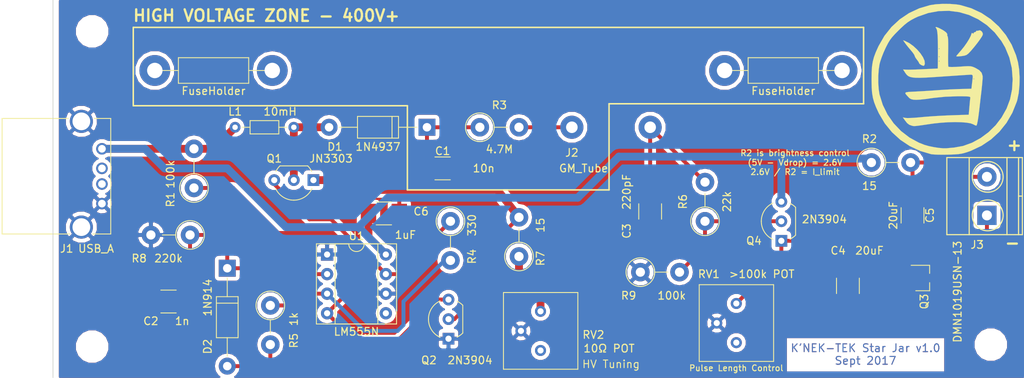
<source format=kicad_pcb>
(kicad_pcb (version 4) (host pcbnew 4.0.6)

  (general
    (links 50)
    (no_connects 0)
    (area 55.100999 54.461 255.277714 200.232)
    (thickness 1.6)
    (drawings 33)
    (tracks 97)
    (zones 0)
    (modules 34)
    (nets 23)
  )

  (page USLetter)
  (layers
    (0 F.Cu signal)
    (31 B.Cu signal)
    (33 F.Adhes user hide)
    (35 F.Paste user hide)
    (37 F.SilkS user hide)
    (39 F.Mask user hide)
    (40 Dwgs.User user hide)
    (41 Cmts.User user hide)
    (42 Eco1.User user hide)
    (43 Eco2.User user hide)
    (44 Edge.Cuts user hide)
    (45 Margin user hide)
    (47 F.CrtYd user hide)
    (49 F.Fab user hide)
  )

  (setup
    (last_trace_width 0.508)
    (trace_clearance 0.254)
    (zone_clearance 0.508)
    (zone_45_only yes)
    (trace_min 0.2)
    (segment_width 0.2)
    (edge_width 0.1)
    (via_size 0.6)
    (via_drill 0.4)
    (via_min_size 0.4)
    (via_min_drill 0.3)
    (uvia_size 0.3)
    (uvia_drill 0.1)
    (uvias_allowed no)
    (uvia_min_size 0.2)
    (uvia_min_drill 0.1)
    (pcb_text_width 0.3)
    (pcb_text_size 1.5 1.5)
    (mod_edge_width 0.15)
    (mod_text_size 1 1)
    (mod_text_width 0.15)
    (pad_size 4 4)
    (pad_drill 2)
    (pad_to_mask_clearance 0)
    (aux_axis_origin 62.23 105.41)
    (grid_origin 62.23 105.41)
    (visible_elements 7FFFFFFF)
    (pcbplotparams
      (layerselection 0x00020_80000001)
      (usegerberextensions false)
      (excludeedgelayer true)
      (linewidth 0.100000)
      (plotframeref false)
      (viasonmask false)
      (mode 1)
      (useauxorigin false)
      (hpglpennumber 1)
      (hpglpenspeed 20)
      (hpglpendiameter 15)
      (hpglpenoverlay 2)
      (psnegative false)
      (psa4output false)
      (plotreference true)
      (plotvalue true)
      (plotinvisibletext false)
      (padsonsilk false)
      (subtractmaskfromsilk false)
      (outputformat 1)
      (mirror false)
      (drillshape 0)
      (scaleselection 1)
      (outputdirectory ""))
  )

  (net 0 "")
  (net 1 "Net-(C1-Pad1)")
  (net 2 GND)
  (net 3 "Net-(C2-Pad1)")
  (net 4 "Net-(C3-Pad1)")
  (net 5 /PulseOutput)
  (net 6 +5V)
  (net 7 "Net-(D1-Pad2)")
  (net 8 "Net-(D2-Pad2)")
  (net 9 "Net-(J1-Pad3)")
  (net 10 "Net-(J1-Pad2)")
  (net 11 "Net-(J2-Pad1)")
  (net 12 "Net-(J3-Pad1)")
  (net 13 "Net-(Q1-Pad1)")
  (net 14 "Net-(RV1-Pad3)")
  (net 15 "Net-(RV2-Pad3)")
  (net 16 "Net-(U1-Pad5)")
  (net 17 "Net-(R4-Pad2)")
  (net 18 "Net-(R7-Pad1)")
  (net 19 "Net-(Q2-Pad3)")
  (net 20 "Net-(Q4-Pad2)")
  (net 21 "Net-(Q1-Pad3)")
  (net 22 "Net-(C5-Pad1)")

  (net_class Default "This is the default net class."
    (clearance 0.254)
    (trace_width 0.508)
    (via_dia 0.6)
    (via_drill 0.4)
    (uvia_dia 0.3)
    (uvia_drill 0.1)
    (add_net /PulseOutput)
    (add_net GND)
    (add_net "Net-(C1-Pad1)")
    (add_net "Net-(C2-Pad1)")
    (add_net "Net-(C3-Pad1)")
    (add_net "Net-(C5-Pad1)")
    (add_net "Net-(D2-Pad2)")
    (add_net "Net-(J1-Pad2)")
    (add_net "Net-(J1-Pad3)")
    (add_net "Net-(J2-Pad1)")
    (add_net "Net-(J3-Pad1)")
    (add_net "Net-(Q1-Pad1)")
    (add_net "Net-(Q1-Pad3)")
    (add_net "Net-(Q2-Pad3)")
    (add_net "Net-(Q4-Pad2)")
    (add_net "Net-(R4-Pad2)")
    (add_net "Net-(RV1-Pad3)")
    (add_net "Net-(RV2-Pad3)")
    (add_net "Net-(U1-Pad5)")
  )

  (net_class Wide ""
    (clearance 0.254)
    (trace_width 1.016)
    (via_dia 0.6)
    (via_drill 0.4)
    (uvia_dia 0.3)
    (uvia_drill 0.1)
    (add_net +5V)
    (add_net "Net-(D1-Pad2)")
    (add_net "Net-(R7-Pad1)")
  )

  (module Resistors_THT:R_Axial_DIN0309_L9.0mm_D3.2mm_P15.24mm_Horizontal (layer F.Cu) (tedit 59C53756) (tstamp 59C532C6)
    (at 149.352 64.77)
    (descr "Resistor, Axial_DIN0309 series, Axial, Horizontal, pin pitch=15.24mm, 0.5W = 1/2W, length*diameter=9*3.2mm^2, http://cdn-reichelt.de/documents/datenblatt/B400/1_4W%23YAG.pdf")
    (tags "Resistor Axial_DIN0309 series Axial Horizontal pin pitch 15.24mm 0.5W = 1/2W length 9mm diameter 3.2mm")
    (path /59B9727A)
    (fp_text reference FuseHolder1 (at 7.62 -2.66) (layer Cmts.User) hide
      (effects (font (size 1 1) (thickness 0.15)))
    )
    (fp_text value FuseHolder (at 7.62 2.66) (layer F.SilkS)
      (effects (font (size 1 1) (thickness 0.15)))
    )
    (fp_line (start 3.12 -1.6) (end 3.12 1.6) (layer F.Fab) (width 0.1))
    (fp_line (start 3.12 1.6) (end 12.12 1.6) (layer F.Fab) (width 0.1))
    (fp_line (start 12.12 1.6) (end 12.12 -1.6) (layer F.Fab) (width 0.1))
    (fp_line (start 12.12 -1.6) (end 3.12 -1.6) (layer F.Fab) (width 0.1))
    (fp_line (start 0 0) (end 3.12 0) (layer F.Fab) (width 0.1))
    (fp_line (start 15.24 0) (end 12.12 0) (layer F.Fab) (width 0.1))
    (fp_line (start 3.06 -1.66) (end 3.06 1.66) (layer F.SilkS) (width 0.12))
    (fp_line (start 3.06 1.66) (end 12.18 1.66) (layer F.SilkS) (width 0.12))
    (fp_line (start 12.18 1.66) (end 12.18 -1.66) (layer F.SilkS) (width 0.12))
    (fp_line (start 12.18 -1.66) (end 3.06 -1.66) (layer F.SilkS) (width 0.12))
    (fp_line (start 0.98 0) (end 3.06 0) (layer F.SilkS) (width 0.12))
    (fp_line (start 14.26 0) (end 12.18 0) (layer F.SilkS) (width 0.12))
    (fp_line (start -1.05 -1.95) (end -1.05 1.95) (layer F.CrtYd) (width 0.05))
    (fp_line (start -1.05 1.95) (end 16.3 1.95) (layer F.CrtYd) (width 0.05))
    (fp_line (start 16.3 1.95) (end 16.3 -1.95) (layer F.CrtYd) (width 0.05))
    (fp_line (start 16.3 -1.95) (end -1.05 -1.95) (layer F.CrtYd) (width 0.05))
    (pad 1 thru_hole circle (at 0 0) (size 4 4) (drill 2) (layers *.Cu *.Mask))
    (pad 2 thru_hole oval (at 15.24 0) (size 4 4) (drill 2) (layers *.Cu *.Mask))
    (model Resistors_THT.3dshapes/R_Axial_DIN0309_L9.0mm_D3.2mm_P15.24mm_Horizontal.wrl
      (at (xyz 0 0 0))
      (scale (xyz 0.393701 0.393701 0.393701))
      (rotate (xyz 0 0 0))
    )
  )

  (module Resistors_THT:R_Axial_DIN0309_L9.0mm_D3.2mm_P15.24mm_Horizontal (layer F.Cu) (tedit 59C5374B) (tstamp 59B9735E)
    (at 75.438 64.77)
    (descr "Resistor, Axial_DIN0309 series, Axial, Horizontal, pin pitch=15.24mm, 0.5W = 1/2W, length*diameter=9*3.2mm^2, http://cdn-reichelt.de/documents/datenblatt/B400/1_4W%23YAG.pdf")
    (tags "Resistor Axial_DIN0309 series Axial Horizontal pin pitch 15.24mm 0.5W = 1/2W length 9mm diameter 3.2mm")
    (path /59B9727A)
    (fp_text reference FuseHolder1 (at 7.62 -2.66) (layer Cmts.User) hide
      (effects (font (size 1 1) (thickness 0.15)))
    )
    (fp_text value FuseHolder (at 7.62 2.66) (layer F.SilkS)
      (effects (font (size 1 1) (thickness 0.15)))
    )
    (fp_line (start 3.12 -1.6) (end 3.12 1.6) (layer F.Fab) (width 0.1))
    (fp_line (start 3.12 1.6) (end 12.12 1.6) (layer F.Fab) (width 0.1))
    (fp_line (start 12.12 1.6) (end 12.12 -1.6) (layer F.Fab) (width 0.1))
    (fp_line (start 12.12 -1.6) (end 3.12 -1.6) (layer F.Fab) (width 0.1))
    (fp_line (start 0 0) (end 3.12 0) (layer F.Fab) (width 0.1))
    (fp_line (start 15.24 0) (end 12.12 0) (layer F.Fab) (width 0.1))
    (fp_line (start 3.06 -1.66) (end 3.06 1.66) (layer F.SilkS) (width 0.12))
    (fp_line (start 3.06 1.66) (end 12.18 1.66) (layer F.SilkS) (width 0.12))
    (fp_line (start 12.18 1.66) (end 12.18 -1.66) (layer F.SilkS) (width 0.12))
    (fp_line (start 12.18 -1.66) (end 3.06 -1.66) (layer F.SilkS) (width 0.12))
    (fp_line (start 0.98 0) (end 3.06 0) (layer F.SilkS) (width 0.12))
    (fp_line (start 14.26 0) (end 12.18 0) (layer F.SilkS) (width 0.12))
    (fp_line (start -1.05 -1.95) (end -1.05 1.95) (layer F.CrtYd) (width 0.05))
    (fp_line (start -1.05 1.95) (end 16.3 1.95) (layer F.CrtYd) (width 0.05))
    (fp_line (start 16.3 1.95) (end 16.3 -1.95) (layer F.CrtYd) (width 0.05))
    (fp_line (start 16.3 -1.95) (end -1.05 -1.95) (layer F.CrtYd) (width 0.05))
    (pad 1 thru_hole circle (at 0 0) (size 4 4) (drill 2) (layers *.Cu *.Mask))
    (pad 2 thru_hole oval (at 15.24 0) (size 4 4) (drill 2) (layers *.Cu *.Mask))
    (model Resistors_THT.3dshapes/R_Axial_DIN0309_L9.0mm_D3.2mm_P15.24mm_Horizontal.wrl
      (at (xyz 0 0 0))
      (scale (xyz 0.393701 0.393701 0.393701))
      (rotate (xyz 0 0 0))
    )
  )

  (module Mounting_Holes:MountingHole_3.2mm_M3 (layer F.Cu) (tedit 59C1803B) (tstamp 59BAC473)
    (at 183.896 100.33)
    (descr "Mounting Hole 3.2mm, no annular, M3")
    (tags "mounting hole 3.2mm no annular m3")
    (fp_text reference REF** (at 4.318 2.54) (layer Cmts.User) hide
      (effects (font (size 1 1) (thickness 0.15)))
    )
    (fp_text value MountingHole_3.2mm_M3 (at 7.366 4.318) (layer Cmts.User) hide
      (effects (font (size 1 1) (thickness 0.15)))
    )
    (fp_circle (center 0 0) (end 3.2 0) (layer Cmts.User) (width 0.15))
    (fp_circle (center 0 0) (end 3.45 0) (layer F.CrtYd) (width 0.05))
    (pad 1 np_thru_hole circle (at 0 0) (size 3.2 3.2) (drill 3.2) (layers *.Cu *.Mask))
  )

  (module Mounting_Holes:MountingHole_3.2mm_M3 (layer F.Cu) (tedit 59BAC180) (tstamp 59BAC46C)
    (at 67.31 100.584)
    (descr "Mounting Hole 3.2mm, no annular, M3")
    (tags "mounting hole 3.2mm no annular m3")
    (fp_text reference REF** (at 0 -4.2) (layer Cmts.User) hide
      (effects (font (size 1 1) (thickness 0.15)))
    )
    (fp_text value MountingHole_3.2mm_M3 (at 0 4.2) (layer Cmts.User) hide
      (effects (font (size 1 1) (thickness 0.15)))
    )
    (fp_circle (center 0 0) (end 3.2 0) (layer Cmts.User) (width 0.15))
    (fp_circle (center 0 0) (end 3.45 0) (layer F.CrtYd) (width 0.05))
    (pad 1 np_thru_hole circle (at 0 0) (size 3.2 3.2) (drill 3.2) (layers *.Cu *.Mask))
  )

  (module Wire_Connections_Bridges:WireConnection_1.50mmDrill placed (layer F.Cu) (tedit 59C188C0) (tstamp 59B8143E)
    (at 129.54 72.136)
    (descr "WireConnection with 1.5mm drill")
    (path /59B0A442)
    (fp_text reference J2 (at 0 3.302) (layer F.SilkS)
      (effects (font (size 1 1) (thickness 0.15)))
    )
    (fp_text value GM_Tube (at 1.524 5.334) (layer F.SilkS)
      (effects (font (size 1 1) (thickness 0.15)))
    )
    (fp_line (start 14.0716 -3.7592) (end 13.8684 -3.6576) (layer Cmts.User) (width 0.381))
    (fp_line (start 13.8684 -3.6576) (end 13.6398 -3.6576) (layer Cmts.User) (width 0.381))
    (fp_line (start 13.6398 -3.6576) (end 13.4366 -3.7592) (layer Cmts.User) (width 0.381))
    (fp_line (start 13.4366 -3.7592) (end 13.3604 -4.1148) (layer Cmts.User) (width 0.381))
    (fp_line (start 13.3604 -4.1148) (end 13.3604 -4.572) (layer Cmts.User) (width 0.381))
    (fp_line (start 13.3604 -4.572) (end 13.462 -4.6482) (layer Cmts.User) (width 0.381))
    (fp_line (start 13.462 -4.6482) (end 13.7668 -4.7244) (layer Cmts.User) (width 0.381))
    (fp_line (start 13.7668 -4.7244) (end 13.9954 -4.6736) (layer Cmts.User) (width 0.381))
    (fp_line (start 13.9954 -4.6736) (end 14.0462 -4.318) (layer Cmts.User) (width 0.381))
    (fp_line (start 14.0462 -4.318) (end 13.4366 -4.191) (layer Cmts.User) (width 0.381))
    (fp_line (start 13.4366 -4.191) (end 13.4366 -4.2418) (layer Cmts.User) (width 0.381))
    (fp_line (start 12.7508 -3.7084) (end 12.4206 -3.7084) (layer Cmts.User) (width 0.381))
    (fp_line (start 12.4206 -3.7084) (end 12.2174 -3.7084) (layer Cmts.User) (width 0.381))
    (fp_line (start 12.2174 -3.7084) (end 12.0396 -3.8608) (layer Cmts.User) (width 0.381))
    (fp_line (start 12.0396 -3.8608) (end 12.0396 -4.2418) (layer Cmts.User) (width 0.381))
    (fp_line (start 12.0396 -4.2418) (end 12.1412 -4.572) (layer Cmts.User) (width 0.381))
    (fp_line (start 12.1412 -4.572) (end 12.2936 -4.6482) (layer Cmts.User) (width 0.381))
    (fp_line (start 12.2936 -4.6482) (end 12.573 -4.6482) (layer Cmts.User) (width 0.381))
    (fp_line (start 12.573 -4.6482) (end 12.7508 -4.572) (layer Cmts.User) (width 0.381))
    (fp_line (start 12.7508 -4.572) (end 12.7762 -4.2672) (layer Cmts.User) (width 0.381))
    (fp_line (start 12.7762 -4.2672) (end 12.1412 -4.2418) (layer Cmts.User) (width 0.381))
    (fp_line (start 11.2268 -4.5212) (end 11.6078 -4.6736) (layer Cmts.User) (width 0.381))
    (fp_line (start 11.6078 -4.6736) (end 11.6332 -4.6736) (layer Cmts.User) (width 0.381))
    (fp_line (start 11.2014 -4.7244) (end 11.2014 -3.6576) (layer Cmts.User) (width 0.381))
    (fp_line (start 9.9822 -4.6736) (end 10.668 -4.7244) (layer Cmts.User) (width 0.381))
    (fp_line (start 10.7188 -5.207) (end 10.541 -5.207) (layer Cmts.User) (width 0.381))
    (fp_line (start 10.541 -5.207) (end 10.3886 -5.08) (layer Cmts.User) (width 0.381))
    (fp_line (start 10.3886 -5.08) (end 10.3378 -3.7084) (layer Cmts.User) (width 0.381))
    (fp_line (start 8.4328 -4.5974) (end 8.3058 -4.6736) (layer Cmts.User) (width 0.381))
    (fp_line (start 8.3058 -4.6736) (end 8.0264 -4.6736) (layer Cmts.User) (width 0.381))
    (fp_line (start 8.0264 -4.6736) (end 7.874 -4.445) (layer Cmts.User) (width 0.381))
    (fp_line (start 7.874 -4.445) (end 7.8994 -4.2672) (layer Cmts.User) (width 0.381))
    (fp_line (start 7.8994 -4.2672) (end 8.1788 -4.191) (layer Cmts.User) (width 0.381))
    (fp_line (start 8.1788 -4.191) (end 8.4328 -4.1148) (layer Cmts.User) (width 0.381))
    (fp_line (start 8.4328 -4.1148) (end 8.4836 -3.8354) (layer Cmts.User) (width 0.381))
    (fp_line (start 8.4836 -3.8354) (end 8.2804 -3.6576) (layer Cmts.User) (width 0.381))
    (fp_line (start 8.2804 -3.6576) (end 7.8994 -3.7084) (layer Cmts.User) (width 0.381))
    (fp_line (start 7.1628 -3.6576) (end 6.8072 -3.7592) (layer Cmts.User) (width 0.381))
    (fp_line (start 6.8072 -3.7592) (end 6.604 -3.8354) (layer Cmts.User) (width 0.381))
    (fp_line (start 6.604 -3.8354) (end 6.477 -4.1656) (layer Cmts.User) (width 0.381))
    (fp_line (start 6.477 -4.1656) (end 6.477 -4.4704) (layer Cmts.User) (width 0.381))
    (fp_line (start 6.477 -4.4704) (end 6.6802 -4.6736) (layer Cmts.User) (width 0.381))
    (fp_line (start 6.6802 -4.6736) (end 7.0104 -4.7244) (layer Cmts.User) (width 0.381))
    (fp_line (start 7.2136 -5.207) (end 7.2136 -3.6576) (layer Cmts.User) (width 0.381))
    (fp_line (start 5.715 -3.6576) (end 5.2578 -3.7084) (layer Cmts.User) (width 0.381))
    (fp_line (start 5.2578 -3.7084) (end 5.1054 -3.9116) (layer Cmts.User) (width 0.381))
    (fp_line (start 5.1054 -3.9116) (end 5.1308 -4.191) (layer Cmts.User) (width 0.381))
    (fp_line (start 5.1308 -4.191) (end 5.842 -4.2418) (layer Cmts.User) (width 0.381))
    (fp_line (start 5.1054 -4.572) (end 5.3848 -4.7244) (layer Cmts.User) (width 0.381))
    (fp_line (start 5.3848 -4.7244) (end 5.6388 -4.6482) (layer Cmts.User) (width 0.381))
    (fp_line (start 5.6388 -4.6482) (end 5.7912 -4.4704) (layer Cmts.User) (width 0.381))
    (fp_line (start 5.7912 -4.4704) (end 5.842 -3.6322) (layer Cmts.User) (width 0.381))
    (fp_line (start 3.6068 -3.6576) (end 3.6322 -5.2578) (layer Cmts.User) (width 0.381))
    (fp_line (start 3.6322 -5.2578) (end 4.0894 -5.2578) (layer Cmts.User) (width 0.381))
    (fp_line (start 4.0894 -5.2578) (end 4.3688 -5.1308) (layer Cmts.User) (width 0.381))
    (fp_line (start 4.3688 -5.1308) (end 4.4958 -4.8768) (layer Cmts.User) (width 0.381))
    (fp_line (start 4.4958 -4.8768) (end 4.4958 -4.5974) (layer Cmts.User) (width 0.381))
    (fp_line (start 4.4958 -4.5974) (end 4.3688 -4.3942) (layer Cmts.User) (width 0.381))
    (fp_line (start 4.3688 -4.3942) (end 4.0894 -4.445) (layer Cmts.User) (width 0.381))
    (fp_line (start 4.0894 -4.445) (end 3.6322 -4.445) (layer Cmts.User) (width 0.381))
    (fp_line (start 1.778 -3.7592) (end 1.524 -3.6576) (layer Cmts.User) (width 0.381))
    (fp_line (start 1.524 -3.6576) (end 1.27 -3.7592) (layer Cmts.User) (width 0.381))
    (fp_line (start 1.27 -3.7592) (end 1.1176 -3.9116) (layer Cmts.User) (width 0.381))
    (fp_line (start 1.1176 -3.9116) (end 1.0414 -4.318) (layer Cmts.User) (width 0.381))
    (fp_line (start 1.0414 -4.318) (end 1.1684 -4.572) (layer Cmts.User) (width 0.381))
    (fp_line (start 1.1684 -4.572) (end 1.3716 -4.6736) (layer Cmts.User) (width 0.381))
    (fp_line (start 1.3716 -4.6736) (end 1.651 -4.6482) (layer Cmts.User) (width 0.381))
    (fp_line (start 1.651 -4.6482) (end 1.8034 -4.5212) (layer Cmts.User) (width 0.381))
    (fp_line (start 1.8034 -4.5212) (end 1.8034 -4.318) (layer Cmts.User) (width 0.381))
    (fp_line (start 1.8034 -4.318) (end 1.1684 -4.2418) (layer Cmts.User) (width 0.381))
    (fp_line (start -0.1524 -4.7244) (end 0.3048 -3.6576) (layer Cmts.User) (width 0.381))
    (fp_line (start 0.3048 -3.6576) (end 0.5842 -4.6736) (layer Cmts.User) (width 0.381))
    (fp_line (start 0.5842 -4.6736) (end 0.5588 -4.6736) (layer Cmts.User) (width 0.381))
    (fp_line (start -1.4732 -4.3942) (end -1.4732 -3.9116) (layer Cmts.User) (width 0.381))
    (fp_line (start -1.4732 -3.9116) (end -1.27 -3.7084) (layer Cmts.User) (width 0.381))
    (fp_line (start -1.27 -3.7084) (end -1.0414 -3.6576) (layer Cmts.User) (width 0.381))
    (fp_line (start -1.0414 -3.6576) (end -0.762 -3.7846) (layer Cmts.User) (width 0.381))
    (fp_line (start -0.762 -3.7846) (end -0.6604 -3.9878) (layer Cmts.User) (width 0.381))
    (fp_line (start -0.6604 -3.9878) (end -0.6604 -4.445) (layer Cmts.User) (width 0.381))
    (fp_line (start -0.6604 -4.445) (end -0.8382 -4.6482) (layer Cmts.User) (width 0.381))
    (fp_line (start -0.8382 -4.6482) (end -1.1176 -4.7244) (layer Cmts.User) (width 0.381))
    (fp_line (start -1.1176 -4.7244) (end -1.4478 -4.4704) (layer Cmts.User) (width 0.381))
    (fp_line (start -3.0988 -3.6322) (end -3.0988 -5.2578) (layer Cmts.User) (width 0.381))
    (fp_line (start -3.0988 -5.2578) (end -2.6162 -4.1148) (layer Cmts.User) (width 0.381))
    (fp_line (start -2.6162 -4.1148) (end -2.1336 -5.1816) (layer Cmts.User) (width 0.381))
    (fp_line (start -2.1336 -5.1816) (end -2.1336 -3.6322) (layer Cmts.User) (width 0.381))
    (pad 1 thru_hole circle (at 0 0) (size 2.99974 2.99974) (drill 1.50114) (layers *.Cu *.Mask)
      (net 11 "Net-(J2-Pad1)"))
    (pad 2 thru_hole circle (at 10.16 0) (size 2.99974 2.99974) (drill 1.50114) (layers *.Cu *.Mask)
      (net 4 "Net-(C3-Pad1)"))
  )

  (module Capacitors_SMD:C_1210_HandSoldering placed (layer F.Cu) (tedit 59C17F39) (tstamp 59B81404)
    (at 112.776 77.47)
    (descr "Capacitor SMD 1210, hand soldering")
    (tags "capacitor 1210")
    (path /59AF1EF4)
    (attr smd)
    (fp_text reference C1 (at 0 -2.25) (layer F.SilkS)
      (effects (font (size 1 1) (thickness 0.15)))
    )
    (fp_text value 10n (at 5.334 0) (layer F.SilkS)
      (effects (font (size 1 1) (thickness 0.15)))
    )
    (fp_text user %R (at 0 -2.25) (layer F.Fab)
      (effects (font (size 1 1) (thickness 0.15)))
    )
    (fp_line (start -1.6 1.25) (end -1.6 -1.25) (layer F.Fab) (width 0.1))
    (fp_line (start 1.6 1.25) (end -1.6 1.25) (layer F.Fab) (width 0.1))
    (fp_line (start 1.6 -1.25) (end 1.6 1.25) (layer F.Fab) (width 0.1))
    (fp_line (start -1.6 -1.25) (end 1.6 -1.25) (layer F.Fab) (width 0.1))
    (fp_line (start 1 -1.48) (end -1 -1.48) (layer F.SilkS) (width 0.12))
    (fp_line (start -1 1.48) (end 1 1.48) (layer F.SilkS) (width 0.12))
    (fp_line (start -3.25 -1.5) (end 3.25 -1.5) (layer F.CrtYd) (width 0.05))
    (fp_line (start -3.25 -1.5) (end -3.25 1.5) (layer F.CrtYd) (width 0.05))
    (fp_line (start 3.25 1.5) (end 3.25 -1.5) (layer F.CrtYd) (width 0.05))
    (fp_line (start 3.25 1.5) (end -3.25 1.5) (layer F.CrtYd) (width 0.05))
    (pad 1 smd rect (at -2 0) (size 2 2.5) (layers F.Cu F.Paste F.Mask)
      (net 1 "Net-(C1-Pad1)"))
    (pad 2 smd rect (at 2 0) (size 2 2.5) (layers F.Cu F.Paste F.Mask)
      (net 2 GND))
    (model Capacitors_SMD.3dshapes/C_1210.wrl
      (at (xyz 0 0 0))
      (scale (xyz 1 1 1))
      (rotate (xyz 0 0 0))
    )
  )

  (module Capacitors_SMD:C_1210_HandSoldering placed (layer F.Cu) (tedit 59C17D12) (tstamp 59B8140A)
    (at 77.216 94.742 180)
    (descr "Capacitor SMD 1210, hand soldering")
    (tags "capacitor 1210")
    (path /59AEEED4)
    (attr smd)
    (fp_text reference C2 (at 2.286 -2.54 180) (layer F.SilkS)
      (effects (font (size 1 1) (thickness 0.15)))
    )
    (fp_text value 1n (at -1.778 -2.54 180) (layer F.SilkS)
      (effects (font (size 1 1) (thickness 0.15)))
    )
    (fp_text user %R (at 2.286 -2.54 180) (layer F.Fab)
      (effects (font (size 1 1) (thickness 0.15)))
    )
    (fp_line (start -1.6 1.25) (end -1.6 -1.25) (layer F.Fab) (width 0.1))
    (fp_line (start 1.6 1.25) (end -1.6 1.25) (layer F.Fab) (width 0.1))
    (fp_line (start 1.6 -1.25) (end 1.6 1.25) (layer F.Fab) (width 0.1))
    (fp_line (start -1.6 -1.25) (end 1.6 -1.25) (layer F.Fab) (width 0.1))
    (fp_line (start 1 -1.48) (end -1 -1.48) (layer F.SilkS) (width 0.12))
    (fp_line (start -1 1.48) (end 1 1.48) (layer F.SilkS) (width 0.12))
    (fp_line (start -3.25 -1.5) (end 3.25 -1.5) (layer F.CrtYd) (width 0.05))
    (fp_line (start -3.25 -1.5) (end -3.25 1.5) (layer F.CrtYd) (width 0.05))
    (fp_line (start 3.25 1.5) (end 3.25 -1.5) (layer F.CrtYd) (width 0.05))
    (fp_line (start 3.25 1.5) (end -3.25 1.5) (layer F.CrtYd) (width 0.05))
    (pad 1 smd rect (at -2 0 180) (size 2 2.5) (layers F.Cu F.Paste F.Mask)
      (net 3 "Net-(C2-Pad1)"))
    (pad 2 smd rect (at 2 0 180) (size 2 2.5) (layers F.Cu F.Paste F.Mask)
      (net 2 GND))
    (model Capacitors_SMD.3dshapes/C_1210.wrl
      (at (xyz 0 0 0))
      (scale (xyz 1 1 1))
      (rotate (xyz 0 0 0))
    )
  )

  (module Capacitors_SMD:C_1210_HandSoldering placed (layer F.Cu) (tedit 59C17FE7) (tstamp 59B81410)
    (at 139.7 83.058 270)
    (descr "Capacitor SMD 1210, hand soldering")
    (tags "capacitor 1210")
    (path /59AF3982)
    (attr smd)
    (fp_text reference C3 (at 2.54 3.048 270) (layer F.SilkS)
      (effects (font (size 1 1) (thickness 0.15)))
    )
    (fp_text value 220pF (at -2.54 3.048 270) (layer F.SilkS)
      (effects (font (size 1 1) (thickness 0.15)))
    )
    (fp_text user %R (at 0 -2.25 270) (layer F.Fab)
      (effects (font (size 1 1) (thickness 0.15)))
    )
    (fp_line (start -1.6 1.25) (end -1.6 -1.25) (layer F.Fab) (width 0.1))
    (fp_line (start 1.6 1.25) (end -1.6 1.25) (layer F.Fab) (width 0.1))
    (fp_line (start 1.6 -1.25) (end 1.6 1.25) (layer F.Fab) (width 0.1))
    (fp_line (start -1.6 -1.25) (end 1.6 -1.25) (layer F.Fab) (width 0.1))
    (fp_line (start 1 -1.48) (end -1 -1.48) (layer F.SilkS) (width 0.12))
    (fp_line (start -1 1.48) (end 1 1.48) (layer F.SilkS) (width 0.12))
    (fp_line (start -3.25 -1.5) (end 3.25 -1.5) (layer F.CrtYd) (width 0.05))
    (fp_line (start -3.25 -1.5) (end -3.25 1.5) (layer F.CrtYd) (width 0.05))
    (fp_line (start 3.25 1.5) (end 3.25 -1.5) (layer F.CrtYd) (width 0.05))
    (fp_line (start 3.25 1.5) (end -3.25 1.5) (layer F.CrtYd) (width 0.05))
    (pad 1 smd rect (at -2 0 270) (size 2 2.5) (layers F.Cu F.Paste F.Mask)
      (net 4 "Net-(C3-Pad1)"))
    (pad 2 smd rect (at 2 0 270) (size 2 2.5) (layers F.Cu F.Paste F.Mask)
      (net 2 GND))
    (model Capacitors_SMD.3dshapes/C_1210.wrl
      (at (xyz 0 0 0))
      (scale (xyz 1 1 1))
      (rotate (xyz 0 0 0))
    )
  )

  (module Capacitors_SMD:C_1210_HandSoldering placed (layer F.Cu) (tedit 59C1802F) (tstamp 59B81416)
    (at 165.354 92.71 270)
    (descr "Capacitor SMD 1210, hand soldering")
    (tags "capacitor 1210")
    (path /59B055F4)
    (attr smd)
    (fp_text reference C4 (at -4.572 1.27 360) (layer F.SilkS)
      (effects (font (size 1 1) (thickness 0.15)))
    )
    (fp_text value 20uF (at -4.572 -2.794 360) (layer F.SilkS)
      (effects (font (size 1 1) (thickness 0.15)))
    )
    (fp_text user %R (at 0 -2.25 270) (layer F.Fab)
      (effects (font (size 1 1) (thickness 0.15)))
    )
    (fp_line (start -1.6 1.25) (end -1.6 -1.25) (layer F.Fab) (width 0.1))
    (fp_line (start 1.6 1.25) (end -1.6 1.25) (layer F.Fab) (width 0.1))
    (fp_line (start 1.6 -1.25) (end 1.6 1.25) (layer F.Fab) (width 0.1))
    (fp_line (start -1.6 -1.25) (end 1.6 -1.25) (layer F.Fab) (width 0.1))
    (fp_line (start 1 -1.48) (end -1 -1.48) (layer F.SilkS) (width 0.12))
    (fp_line (start -1 1.48) (end 1 1.48) (layer F.SilkS) (width 0.12))
    (fp_line (start -3.25 -1.5) (end 3.25 -1.5) (layer F.CrtYd) (width 0.05))
    (fp_line (start -3.25 -1.5) (end -3.25 1.5) (layer F.CrtYd) (width 0.05))
    (fp_line (start 3.25 1.5) (end 3.25 -1.5) (layer F.CrtYd) (width 0.05))
    (fp_line (start 3.25 1.5) (end -3.25 1.5) (layer F.CrtYd) (width 0.05))
    (pad 1 smd rect (at -2 0 270) (size 2 2.5) (layers F.Cu F.Paste F.Mask)
      (net 5 /PulseOutput))
    (pad 2 smd rect (at 2 0 270) (size 2 2.5) (layers F.Cu F.Paste F.Mask)
      (net 2 GND))
    (model Capacitors_SMD.3dshapes/C_1210.wrl
      (at (xyz 0 0 0))
      (scale (xyz 1 1 1))
      (rotate (xyz 0 0 0))
    )
  )

  (module Diodes_THT:D_DO-41_SOD81_P12.70mm_Horizontal placed (layer F.Cu) (tedit 59C18802) (tstamp 59B81428)
    (at 110.744 72.136 180)
    (descr "D, DO-41_SOD81 series, Axial, Horizontal, pin pitch=12.7mm, , length*diameter=5.2*2.7mm^2, , http://www.diodes.com/_files/packages/DO-41%20(Plastic).pdf")
    (tags "D DO-41_SOD81 series Axial Horizontal pin pitch 12.7mm  length 5.2mm diameter 2.7mm")
    (path /59AF15FF)
    (fp_text reference D1 (at 11.938 -2.54 180) (layer F.SilkS)
      (effects (font (size 1 1) (thickness 0.15)))
    )
    (fp_text value 1N4937 (at 6.35 -2.54 180) (layer F.SilkS)
      (effects (font (size 1 1) (thickness 0.15)))
    )
    (fp_line (start 3.75 -1.35) (end 3.75 1.35) (layer F.Fab) (width 0.1))
    (fp_line (start 3.75 1.35) (end 8.95 1.35) (layer F.Fab) (width 0.1))
    (fp_line (start 8.95 1.35) (end 8.95 -1.35) (layer F.Fab) (width 0.1))
    (fp_line (start 8.95 -1.35) (end 3.75 -1.35) (layer F.Fab) (width 0.1))
    (fp_line (start 0 0) (end 3.75 0) (layer F.Fab) (width 0.1))
    (fp_line (start 12.7 0) (end 8.95 0) (layer F.Fab) (width 0.1))
    (fp_line (start 4.53 -1.35) (end 4.53 1.35) (layer F.Fab) (width 0.1))
    (fp_line (start 3.69 -1.41) (end 3.69 1.41) (layer F.SilkS) (width 0.12))
    (fp_line (start 3.69 1.41) (end 9.01 1.41) (layer F.SilkS) (width 0.12))
    (fp_line (start 9.01 1.41) (end 9.01 -1.41) (layer F.SilkS) (width 0.12))
    (fp_line (start 9.01 -1.41) (end 3.69 -1.41) (layer F.SilkS) (width 0.12))
    (fp_line (start 1.28 0) (end 3.69 0) (layer F.SilkS) (width 0.12))
    (fp_line (start 11.42 0) (end 9.01 0) (layer F.SilkS) (width 0.12))
    (fp_line (start 4.53 -1.41) (end 4.53 1.41) (layer F.SilkS) (width 0.12))
    (fp_line (start -1.35 -1.7) (end -1.35 1.7) (layer F.CrtYd) (width 0.05))
    (fp_line (start -1.35 1.7) (end 14.05 1.7) (layer F.CrtYd) (width 0.05))
    (fp_line (start 14.05 1.7) (end 14.05 -1.7) (layer F.CrtYd) (width 0.05))
    (fp_line (start 14.05 -1.7) (end -1.35 -1.7) (layer F.CrtYd) (width 0.05))
    (pad 1 thru_hole rect (at 0 0 180) (size 2.2 2.2) (drill 1.1) (layers *.Cu *.Mask)
      (net 1 "Net-(C1-Pad1)"))
    (pad 2 thru_hole oval (at 12.7 0 180) (size 2.2 2.2) (drill 1.1) (layers *.Cu *.Mask)
      (net 7 "Net-(D1-Pad2)"))
    (model Diodes_THT.3dshapes/D_DO-41_SOD81_P12.70mm_Horizontal.wrl
      (at (xyz 0 0 0))
      (scale (xyz 0.393701 0.393701 0.393701))
      (rotate (xyz 0 0 0))
    )
  )

  (module Diodes_THT:D_DO-41_SOD81_P12.70mm_Horizontal placed (layer F.Cu) (tedit 59C17D06) (tstamp 59B8142E)
    (at 84.836 90.424 270)
    (descr "D, DO-41_SOD81 series, Axial, Horizontal, pin pitch=12.7mm, , length*diameter=5.2*2.7mm^2, , http://www.diodes.com/_files/packages/DO-41%20(Plastic).pdf")
    (tags "D DO-41_SOD81 series Axial Horizontal pin pitch 12.7mm  length 5.2mm diameter 2.7mm")
    (path /59AEEF4A)
    (fp_text reference D2 (at 10.16 2.54 270) (layer F.SilkS)
      (effects (font (size 1 1) (thickness 0.15)))
    )
    (fp_text value 1N914 (at 3.81 2.54 270) (layer F.SilkS)
      (effects (font (size 1 1) (thickness 0.15)))
    )
    (fp_line (start 3.75 -1.35) (end 3.75 1.35) (layer F.Fab) (width 0.1))
    (fp_line (start 3.75 1.35) (end 8.95 1.35) (layer F.Fab) (width 0.1))
    (fp_line (start 8.95 1.35) (end 8.95 -1.35) (layer F.Fab) (width 0.1))
    (fp_line (start 8.95 -1.35) (end 3.75 -1.35) (layer F.Fab) (width 0.1))
    (fp_line (start 0 0) (end 3.75 0) (layer F.Fab) (width 0.1))
    (fp_line (start 12.7 0) (end 8.95 0) (layer F.Fab) (width 0.1))
    (fp_line (start 4.53 -1.35) (end 4.53 1.35) (layer F.Fab) (width 0.1))
    (fp_line (start 3.69 -1.41) (end 3.69 1.41) (layer F.SilkS) (width 0.12))
    (fp_line (start 3.69 1.41) (end 9.01 1.41) (layer F.SilkS) (width 0.12))
    (fp_line (start 9.01 1.41) (end 9.01 -1.41) (layer F.SilkS) (width 0.12))
    (fp_line (start 9.01 -1.41) (end 3.69 -1.41) (layer F.SilkS) (width 0.12))
    (fp_line (start 1.28 0) (end 3.69 0) (layer F.SilkS) (width 0.12))
    (fp_line (start 11.42 0) (end 9.01 0) (layer F.SilkS) (width 0.12))
    (fp_line (start 4.53 -1.41) (end 4.53 1.41) (layer F.SilkS) (width 0.12))
    (fp_line (start -1.35 -1.7) (end -1.35 1.7) (layer F.CrtYd) (width 0.05))
    (fp_line (start -1.35 1.7) (end 14.05 1.7) (layer F.CrtYd) (width 0.05))
    (fp_line (start 14.05 1.7) (end 14.05 -1.7) (layer F.CrtYd) (width 0.05))
    (fp_line (start 14.05 -1.7) (end -1.35 -1.7) (layer F.CrtYd) (width 0.05))
    (pad 1 thru_hole rect (at 0 0 270) (size 2.2 2.2) (drill 1.1) (layers *.Cu *.Mask)
      (net 3 "Net-(C2-Pad1)"))
    (pad 2 thru_hole oval (at 12.7 0 270) (size 2.2 2.2) (drill 1.1) (layers *.Cu *.Mask)
      (net 8 "Net-(D2-Pad2)"))
    (model Diodes_THT.3dshapes/D_DO-41_SOD81_P12.70mm_Horizontal.wrl
      (at (xyz 0 0 0))
      (scale (xyz 0.393701 0.393701 0.393701))
      (rotate (xyz 0 0 0))
    )
  )

  (module Connectors:USB_A placed (layer F.Cu) (tedit 59C17F67) (tstamp 59B81438)
    (at 68.58 74.93 270)
    (descr "USB A connector")
    (tags "USB USB_A")
    (path /59AEDE0D)
    (fp_text reference J1 (at 12.954 4.572 360) (layer F.SilkS)
      (effects (font (size 1 1) (thickness 0.15)))
    )
    (fp_text value USB_A (at 12.954 0.762 360) (layer F.SilkS)
      (effects (font (size 1 1) (thickness 0.15)))
    )
    (fp_line (start -5.3 13.2) (end -5.3 -1.4) (layer F.CrtYd) (width 0.05))
    (fp_line (start 11.95 -1.4) (end 11.95 13.2) (layer F.CrtYd) (width 0.05))
    (fp_line (start -5.3 13.2) (end 11.95 13.2) (layer F.CrtYd) (width 0.05))
    (fp_line (start -5.3 -1.4) (end 11.95 -1.4) (layer F.CrtYd) (width 0.05))
    (fp_line (start 11.05 -1.14) (end 11.05 1.19) (layer F.SilkS) (width 0.12))
    (fp_line (start -3.94 -1.14) (end -3.94 0.98) (layer F.SilkS) (width 0.12))
    (fp_line (start 11.05 -1.14) (end -3.94 -1.14) (layer F.SilkS) (width 0.12))
    (fp_line (start 11.05 12.95) (end -3.94 12.95) (layer F.SilkS) (width 0.12))
    (fp_line (start 11.05 4.15) (end 11.05 12.95) (layer F.SilkS) (width 0.12))
    (fp_line (start -3.94 4.35) (end -3.94 12.95) (layer F.SilkS) (width 0.12))
    (pad 4 thru_hole circle (at 7.11 0 180) (size 1.5 1.5) (drill 1) (layers *.Cu *.Mask)
      (net 2 GND))
    (pad 3 thru_hole circle (at 4.57 0 180) (size 1.5 1.5) (drill 1) (layers *.Cu *.Mask)
      (net 9 "Net-(J1-Pad3)"))
    (pad 2 thru_hole circle (at 2.54 0 180) (size 1.5 1.5) (drill 1) (layers *.Cu *.Mask)
      (net 10 "Net-(J1-Pad2)"))
    (pad 1 thru_hole circle (at 0 0 180) (size 1.5 1.5) (drill 1) (layers *.Cu *.Mask)
      (net 6 +5V))
    (pad 5 thru_hole circle (at 10.16 2.67 180) (size 3 3) (drill 2.3) (layers *.Cu *.Mask)
      (net 2 GND))
    (pad 5 thru_hole circle (at -3.56 2.67 180) (size 3 3) (drill 2.3) (layers *.Cu *.Mask)
      (net 2 GND))
    (model Connectors.3dshapes/USB_A.wrl
      (at (xyz 0.14 0 0))
      (scale (xyz 1 1 1))
      (rotate (xyz 0 0 90))
    )
  )

  (module Connectors_Terminal_Blocks:TerminalBlock_Pheonix_MKDS1.5-2pol placed (layer F.Cu) (tedit 59C53EE2) (tstamp 59B81444)
    (at 183.388 83.566 90)
    (descr "2-way 5mm pitch terminal block, Phoenix MKDS series")
    (path /59AEDFCE)
    (fp_text reference J3 (at -3.81 -1.27 180) (layer F.SilkS)
      (effects (font (size 1 1) (thickness 0.15)))
    )
    (fp_text value Screw_Terminal_1x02 (at 2.286 -6.604 90) (layer Cmts.User) hide
      (effects (font (size 0.127 0.127) (thickness 0.03175)))
    )
    (fp_line (start -2.7 -5.4) (end 7.7 -5.4) (layer F.CrtYd) (width 0.05))
    (fp_line (start -2.7 4.8) (end -2.7 -5.4) (layer F.CrtYd) (width 0.05))
    (fp_line (start 7.7 4.8) (end -2.7 4.8) (layer F.CrtYd) (width 0.05))
    (fp_line (start 7.7 -5.4) (end 7.7 4.8) (layer F.CrtYd) (width 0.05))
    (fp_line (start 2.5 4.1) (end 2.5 4.6) (layer F.SilkS) (width 0.15))
    (fp_circle (center 5 0.1) (end 3 0.1) (layer F.SilkS) (width 0.15))
    (fp_circle (center 0 0.1) (end 2 0.1) (layer F.SilkS) (width 0.15))
    (fp_line (start -2.5 2.6) (end 7.5 2.6) (layer F.SilkS) (width 0.15))
    (fp_line (start -2.5 -2.3) (end 7.5 -2.3) (layer F.SilkS) (width 0.15))
    (fp_line (start -2.5 4.1) (end 7.5 4.1) (layer F.SilkS) (width 0.15))
    (fp_line (start -2.5 4.6) (end 7.5 4.6) (layer F.SilkS) (width 0.15))
    (fp_line (start 7.5 4.6) (end 7.5 -5.2) (layer F.SilkS) (width 0.15))
    (fp_line (start 7.5 -5.2) (end -2.5 -5.2) (layer F.SilkS) (width 0.15))
    (fp_line (start -2.5 -5.2) (end -2.5 4.6) (layer F.SilkS) (width 0.15))
    (pad 1 thru_hole rect (at 0 0 90) (size 2.5 2.5) (drill 1.3) (layers *.Cu *.Mask)
      (net 12 "Net-(J3-Pad1)"))
    (pad 2 thru_hole circle (at 5 0 90) (size 2.5 2.5) (drill 1.3) (layers *.Cu *.Mask)
      (net 22 "Net-(C5-Pad1)"))
    (model Terminal_Blocks.3dshapes/TerminalBlock_Pheonix_MKDS1.5-2pol.wrl
      (at (xyz 0.0984 0 0))
      (scale (xyz 1 1 1))
      (rotate (xyz 0 0 0))
    )
  )

  (module Resistors_THT:R_Axial_DIN0204_L3.6mm_D1.6mm_P7.62mm_Horizontal placed (layer F.Cu) (tedit 59C17CF5) (tstamp 59B8144A)
    (at 85.852 72.136)
    (descr "Resistor, Axial_DIN0204 series, Axial, Horizontal, pin pitch=7.62mm, 0.16666666666666666W = 1/6W, length*diameter=3.6*1.6mm^2, http://cdn-reichelt.de/documents/datenblatt/B400/1_4W%23YAG.pdf")
    (tags "Resistor Axial_DIN0204 series Axial Horizontal pin pitch 7.62mm 0.16666666666666666W = 1/6W length 3.6mm diameter 1.6mm")
    (path /59AEF7AD)
    (fp_text reference L1 (at 0 -2.032) (layer F.SilkS)
      (effects (font (size 1 1) (thickness 0.15)))
    )
    (fp_text value 10mH (at 5.842 -2.032) (layer F.SilkS)
      (effects (font (size 1 1) (thickness 0.15)))
    )
    (fp_line (start 2.01 -0.8) (end 2.01 0.8) (layer F.Fab) (width 0.1))
    (fp_line (start 2.01 0.8) (end 5.61 0.8) (layer F.Fab) (width 0.1))
    (fp_line (start 5.61 0.8) (end 5.61 -0.8) (layer F.Fab) (width 0.1))
    (fp_line (start 5.61 -0.8) (end 2.01 -0.8) (layer F.Fab) (width 0.1))
    (fp_line (start 0 0) (end 2.01 0) (layer F.Fab) (width 0.1))
    (fp_line (start 7.62 0) (end 5.61 0) (layer F.Fab) (width 0.1))
    (fp_line (start 1.95 -0.86) (end 1.95 0.86) (layer F.SilkS) (width 0.12))
    (fp_line (start 1.95 0.86) (end 5.67 0.86) (layer F.SilkS) (width 0.12))
    (fp_line (start 5.67 0.86) (end 5.67 -0.86) (layer F.SilkS) (width 0.12))
    (fp_line (start 5.67 -0.86) (end 1.95 -0.86) (layer F.SilkS) (width 0.12))
    (fp_line (start 0.88 0) (end 1.95 0) (layer F.SilkS) (width 0.12))
    (fp_line (start 6.74 0) (end 5.67 0) (layer F.SilkS) (width 0.12))
    (fp_line (start -0.95 -1.15) (end -0.95 1.15) (layer F.CrtYd) (width 0.05))
    (fp_line (start -0.95 1.15) (end 8.6 1.15) (layer F.CrtYd) (width 0.05))
    (fp_line (start 8.6 1.15) (end 8.6 -1.15) (layer F.CrtYd) (width 0.05))
    (fp_line (start 8.6 -1.15) (end -0.95 -1.15) (layer F.CrtYd) (width 0.05))
    (pad 1 thru_hole circle (at 0 0) (size 1.4 1.4) (drill 0.7) (layers *.Cu *.Mask)
      (net 6 +5V))
    (pad 2 thru_hole oval (at 7.62 0) (size 1.4 1.4) (drill 0.7) (layers *.Cu *.Mask)
      (net 7 "Net-(D1-Pad2)"))
    (model Resistors_THT.3dshapes/R_Axial_DIN0204_L3.6mm_D1.6mm_P7.62mm_Horizontal.wrl
      (at (xyz 0 0 0))
      (scale (xyz 0.393701 0.393701 0.393701))
      (rotate (xyz 0 0 0))
    )
  )

  (module TO_SOT_Packages_THT:TO-92_Inline_Wide placed (layer F.Cu) (tedit 59C17FAF) (tstamp 59B81451)
    (at 96.012 78.994 180)
    (descr "TO-92 leads in-line, wide, drill 0.8mm (see NXP sot054_po.pdf)")
    (tags "to-92 sc-43 sc-43a sot54 PA33 transistor")
    (path /59C05FBF)
    (fp_text reference Q1 (at 5.08 2.794 360) (layer F.SilkS)
      (effects (font (size 1 1) (thickness 0.15)))
    )
    (fp_text value JN3303 (at -2.286 2.794 180) (layer F.SilkS)
      (effects (font (size 1 1) (thickness 0.15)))
    )
    (fp_line (start -1.1 -3) (end 6.1 -3) (layer F.CrtYd) (width 0.05))
    (fp_line (start 6.1 -3) (end 6.1 2.3) (layer F.CrtYd) (width 0.05))
    (fp_line (start 6.1 2.3) (end -1.1 2.3) (layer F.CrtYd) (width 0.05))
    (fp_line (start -1.1 2.3) (end -1.1 -3) (layer F.CrtYd) (width 0.05))
    (fp_line (start 0.74 1.85) (end 4.34 1.85) (layer F.SilkS) (width 0.12))
    (fp_line (start 0.8 1.75) (end 4.3 1.75) (layer F.Fab) (width 0.1))
    (fp_arc (start 2.54 0) (end 0.74 1.85) (angle 20) (layer F.SilkS) (width 0.12))
    (fp_arc (start 2.54 0) (end 2.54 -2.6) (angle -65) (layer F.SilkS) (width 0.12))
    (fp_arc (start 2.54 0) (end 2.54 -2.6) (angle 65) (layer F.SilkS) (width 0.12))
    (fp_arc (start 2.54 0) (end 2.54 -2.48) (angle 135) (layer F.Fab) (width 0.1))
    (fp_arc (start 2.54 0) (end 2.54 -2.48) (angle -135) (layer F.Fab) (width 0.1))
    (fp_arc (start 2.54 0) (end 4.34 1.85) (angle -20) (layer F.SilkS) (width 0.12))
    (pad 2 thru_hole circle (at 2.54 0 270) (size 1.524 1.524) (drill 0.8) (layers *.Cu *.Mask)
      (net 7 "Net-(D1-Pad2)"))
    (pad 3 thru_hole circle (at 5.08 0 270) (size 1.524 1.524) (drill 0.8) (layers *.Cu *.Mask)
      (net 21 "Net-(Q1-Pad3)"))
    (pad 1 thru_hole rect (at 0 0 270) (size 1.524 1.524) (drill 0.8) (layers *.Cu *.Mask)
      (net 13 "Net-(Q1-Pad1)"))
    (model TO_SOT_Packages_THT.3dshapes/TO-92_Inline_Wide.wrl
      (at (xyz 0.1 0 0))
      (scale (xyz 1 1 1))
      (rotate (xyz 0 0 -90))
    )
  )

  (module TO_SOT_Packages_THT:TO-92_Inline_Wide placed (layer F.Cu) (tedit 59C17FA3) (tstamp 59B81458)
    (at 113.538 99.568 90)
    (descr "TO-92 leads in-line, wide, drill 0.8mm (see NXP sot054_po.pdf)")
    (tags "to-92 sc-43 sc-43a sot54 PA33 transistor")
    (path /59AEF8BE)
    (fp_text reference Q2 (at -2.794 -2.54 360) (layer F.SilkS)
      (effects (font (size 1 1) (thickness 0.15)))
    )
    (fp_text value 2N3904 (at -2.794 2.794 180) (layer F.SilkS)
      (effects (font (size 1 1) (thickness 0.15)))
    )
    (fp_line (start -1.1 -3) (end 6.1 -3) (layer F.CrtYd) (width 0.05))
    (fp_line (start 6.1 -3) (end 6.1 2.3) (layer F.CrtYd) (width 0.05))
    (fp_line (start 6.1 2.3) (end -1.1 2.3) (layer F.CrtYd) (width 0.05))
    (fp_line (start -1.1 2.3) (end -1.1 -3) (layer F.CrtYd) (width 0.05))
    (fp_line (start 0.74 1.85) (end 4.34 1.85) (layer F.SilkS) (width 0.12))
    (fp_line (start 0.8 1.75) (end 4.3 1.75) (layer F.Fab) (width 0.1))
    (fp_arc (start 2.54 0) (end 0.74 1.85) (angle 20) (layer F.SilkS) (width 0.12))
    (fp_arc (start 2.54 0) (end 2.54 -2.6) (angle -65) (layer F.SilkS) (width 0.12))
    (fp_arc (start 2.54 0) (end 2.54 -2.6) (angle 65) (layer F.SilkS) (width 0.12))
    (fp_arc (start 2.54 0) (end 2.54 -2.48) (angle 135) (layer F.Fab) (width 0.1))
    (fp_arc (start 2.54 0) (end 2.54 -2.48) (angle -135) (layer F.Fab) (width 0.1))
    (fp_arc (start 2.54 0) (end 4.34 1.85) (angle -20) (layer F.SilkS) (width 0.12))
    (pad 2 thru_hole circle (at 2.54 0 180) (size 1.524 1.524) (drill 0.8) (layers *.Cu *.Mask)
      (net 13 "Net-(Q1-Pad1)"))
    (pad 3 thru_hole circle (at 5.08 0 180) (size 1.524 1.524) (drill 0.8) (layers *.Cu *.Mask)
      (net 19 "Net-(Q2-Pad3)"))
    (pad 1 thru_hole rect (at 0 0 180) (size 1.524 1.524) (drill 0.8) (layers *.Cu *.Mask)
      (net 2 GND))
    (model TO_SOT_Packages_THT.3dshapes/TO-92_Inline_Wide.wrl
      (at (xyz 0.1 0 0))
      (scale (xyz 1 1 1))
      (rotate (xyz 0 0 -90))
    )
  )

  (module Potentiometers:Potentiometer_Trimmer_Suntan_TSR-3386P_Horizontal placed (layer F.Cu) (tedit 59BAB341) (tstamp 59B8149D)
    (at 150.876 94.996 180)
    (descr "Potentiometer, horizontally mounted, Omeg PC16PU, Omeg PC16PU, Omeg PC16PU, Vishay/Spectrol 248GJ/249GJ Single, Vishay/Spectrol 248GJ/249GJ Single, Vishay/Spectrol 248GJ/249GJ Single, Vishay/Spectrol 248GH/249GH Single, Vishay/Spectrol 148/149 Single, Vishay/Spectrol 148/149 Single, Vishay/Spectrol 148/149 Single, Vishay/Spectrol 148A/149A Single with mounting plates, Vishay/Spectrol 148/149 Double, Vishay/Spectrol 148A/149A Double with mounting plates, Piher PC-16 Single, Piher PC-16 Single, Piher PC-16 Single, Piher PC-16SV Single, Piher PC-16 Double, Piher PC-16 Triple, Piher T16H Single, Piher T16L Single, Piher T16H Double, Alps RK163 Single, Alps RK163 Double, Alps RK097 Single, Alps RK097 Double, Bourns PTV09A-2 Single with mounting sleve Single, Bourns PTV09A-1 with mounting sleve Single, Bourns PRS11S Single, Alps RK09K Single with mounting sleve Single, Alps RK09K with mounting sleve Single, Alps RK09L Single, Alps RK09L Single, Alps RK09L Double, Alps RK09L Double, Alps RK09Y Single, Bourns 3339S Single, Bourns 3339S Single, Bourns 3339P Single, Bourns 3339H Single, Vishay T7YA Single, Suntan TSR-3386H Single, Suntan TSR-3386H Single, Suntan TSR-3386P Single, http://www.Suntan.com/docs/51016/TSR-3386.pdf")
    (tags "Potentiometer horizontal  Omeg PC16PU  Omeg PC16PU  Omeg PC16PU  Vishay/Spectrol 248GJ/249GJ Single  Vishay/Spectrol 248GJ/249GJ Single  Vishay/Spectrol 248GJ/249GJ Single  Vishay/Spectrol 248GH/249GH Single  Vishay/Spectrol 148/149 Single  Vishay/Spectrol 148/149 Single  Vishay/Spectrol 148/149 Single  Vishay/Spectrol 148A/149A Single with mounting plates  Vishay/Spectrol 148/149 Double  Vishay/Spectrol 148A/149A Double with mounting plates  Piher PC-16 Single  Piher PC-16 Single  Piher PC-16 Single  Piher PC-16SV Single  Piher PC-16 Double  Piher PC-16 Triple  Piher T16H Single  Piher T16L Single  Piher T16H Double  Alps RK163 Single  Alps RK163 Double  Alps RK097 Single  Alps RK097 Double  Bourns PTV09A-2 Single with mounting sleve Single  Bourns PTV09A-1 with mounting sleve Single  Bourns PRS11S Single  Alps RK09K Single with mounting sleve Single  Alps RK09K with mounting sleve Single  Alps RK09L Single  Alps RK09L Single  Alps RK09L Double  Alps RK09L Double  Alps RK09Y Single  Bourns 3339S Single  Bourns 3339S Single  Bourns 3339P Single  Bourns 3339H Single  Vishay T7YA Single  Suntan TSR-3386H Single  Suntan TSR-3386H Single  Suntan TSR-3386P Single")
    (path /59B05BB6)
    (fp_text reference RV1 (at 3.556 3.81 180) (layer F.SilkS)
      (effects (font (size 1 1) (thickness 0.15)))
    )
    (fp_text value ">100k POT" (at -3.302 3.81 180) (layer F.SilkS)
      (effects (font (size 1 1) (thickness 0.15)))
    )
    (fp_circle (center -0.89 -2.54) (end 0.685 -2.54) (layer F.Fab) (width 0.1))
    (fp_circle (center -0.891 -2.54) (end 0.684 -2.54) (layer F.Fab) (width 0.1))
    (fp_line (start -4.78 -7.455) (end -4.78 2.375) (layer F.Fab) (width 0.1))
    (fp_line (start -4.78 2.375) (end 4.75 2.375) (layer F.Fab) (width 0.1))
    (fp_line (start 4.75 2.375) (end 4.75 -7.455) (layer F.Fab) (width 0.1))
    (fp_line (start 4.75 -7.455) (end -4.78 -7.455) (layer F.Fab) (width 0.1))
    (fp_line (start 0.305 -3.542) (end -1.893 -1.345) (layer F.Fab) (width 0.1))
    (fp_line (start 0.113 -3.734) (end -2.085 -1.537) (layer F.Fab) (width 0.1))
    (fp_line (start -4.84 -7.515) (end 4.81 -7.515) (layer F.SilkS) (width 0.12))
    (fp_line (start -4.84 2.435) (end 4.81 2.435) (layer F.SilkS) (width 0.12))
    (fp_line (start -4.84 -7.515) (end -4.84 2.435) (layer F.SilkS) (width 0.12))
    (fp_line (start 4.81 -7.515) (end 4.81 2.435) (layer F.SilkS) (width 0.12))
    (fp_line (start -5.05 -7.75) (end -5.05 2.65) (layer F.CrtYd) (width 0.05))
    (fp_line (start -5.05 2.65) (end 5 2.65) (layer F.CrtYd) (width 0.05))
    (fp_line (start 5 2.65) (end 5 -7.75) (layer F.CrtYd) (width 0.05))
    (fp_line (start 5 -7.75) (end -5.05 -7.75) (layer F.CrtYd) (width 0.05))
    (pad 3 thru_hole circle (at 0 -5.08 180) (size 1.44 1.44) (drill 0.8) (layers *.Cu *.Mask)
      (net 14 "Net-(RV1-Pad3)"))
    (pad 2 thru_hole circle (at 2.54 -2.54 180) (size 1.44 1.44) (drill 0.8) (layers *.Cu *.Mask)
      (net 2 GND))
    (pad 1 thru_hole circle (at 0 0 180) (size 1.44 1.44) (drill 0.8) (layers *.Cu *.Mask)
      (net 5 /PulseOutput))
    (model Potentiometers.3dshapes/Potentiometer_Trimmer_Suntan_TSR-3386P_Horizontal.wrl
      (at (xyz 0 0 0))
      (scale (xyz 0.393701 0.393701 0.393701))
      (rotate (xyz 0 0 0))
    )
  )

  (module Potentiometers:Potentiometer_Trimmer_Suntan_TSR-3386P_Horizontal placed (layer F.Cu) (tedit 59C18016) (tstamp 59B814A4)
    (at 125.476 96.012 180)
    (descr "Potentiometer, horizontally mounted, Omeg PC16PU, Omeg PC16PU, Omeg PC16PU, Vishay/Spectrol 248GJ/249GJ Single, Vishay/Spectrol 248GJ/249GJ Single, Vishay/Spectrol 248GJ/249GJ Single, Vishay/Spectrol 248GH/249GH Single, Vishay/Spectrol 148/149 Single, Vishay/Spectrol 148/149 Single, Vishay/Spectrol 148/149 Single, Vishay/Spectrol 148A/149A Single with mounting plates, Vishay/Spectrol 148/149 Double, Vishay/Spectrol 148A/149A Double with mounting plates, Piher PC-16 Single, Piher PC-16 Single, Piher PC-16 Single, Piher PC-16SV Single, Piher PC-16 Double, Piher PC-16 Triple, Piher T16H Single, Piher T16L Single, Piher T16H Double, Alps RK163 Single, Alps RK163 Double, Alps RK097 Single, Alps RK097 Double, Bourns PTV09A-2 Single with mounting sleve Single, Bourns PTV09A-1 with mounting sleve Single, Bourns PRS11S Single, Alps RK09K Single with mounting sleve Single, Alps RK09K with mounting sleve Single, Alps RK09L Single, Alps RK09L Single, Alps RK09L Double, Alps RK09L Double, Alps RK09Y Single, Bourns 3339S Single, Bourns 3339S Single, Bourns 3339P Single, Bourns 3339H Single, Vishay T7YA Single, Suntan TSR-3386H Single, Suntan TSR-3386H Single, Suntan TSR-3386P Single, http://www.Suntan.com/docs/51016/TSR-3386.pdf")
    (tags "Potentiometer horizontal  Omeg PC16PU  Omeg PC16PU  Omeg PC16PU  Vishay/Spectrol 248GJ/249GJ Single  Vishay/Spectrol 248GJ/249GJ Single  Vishay/Spectrol 248GJ/249GJ Single  Vishay/Spectrol 248GH/249GH Single  Vishay/Spectrol 148/149 Single  Vishay/Spectrol 148/149 Single  Vishay/Spectrol 148/149 Single  Vishay/Spectrol 148A/149A Single with mounting plates  Vishay/Spectrol 148/149 Double  Vishay/Spectrol 148A/149A Double with mounting plates  Piher PC-16 Single  Piher PC-16 Single  Piher PC-16 Single  Piher PC-16SV Single  Piher PC-16 Double  Piher PC-16 Triple  Piher T16H Single  Piher T16L Single  Piher T16H Double  Alps RK163 Single  Alps RK163 Double  Alps RK097 Single  Alps RK097 Double  Bourns PTV09A-2 Single with mounting sleve Single  Bourns PTV09A-1 with mounting sleve Single  Bourns PRS11S Single  Alps RK09K Single with mounting sleve Single  Alps RK09K with mounting sleve Single  Alps RK09L Single  Alps RK09L Single  Alps RK09L Double  Alps RK09L Double  Alps RK09Y Single  Bourns 3339S Single  Bourns 3339S Single  Bourns 3339P Single  Bourns 3339H Single  Vishay T7YA Single  Suntan TSR-3386H Single  Suntan TSR-3386H Single  Suntan TSR-3386P Single")
    (path /59AF0478)
    (fp_text reference RV2 (at -6.858 -3.048 180) (layer F.SilkS)
      (effects (font (size 1 1) (thickness 0.15)))
    )
    (fp_text value "10Ω POT" (at -8.89 -4.826 180) (layer F.SilkS)
      (effects (font (size 1 1) (thickness 0.15)))
    )
    (fp_circle (center -0.89 -2.54) (end 0.685 -2.54) (layer F.Fab) (width 0.1))
    (fp_circle (center -0.891 -2.54) (end 0.684 -2.54) (layer F.Fab) (width 0.1))
    (fp_line (start -4.78 -7.455) (end -4.78 2.375) (layer F.Fab) (width 0.1))
    (fp_line (start -4.78 2.375) (end 4.75 2.375) (layer F.Fab) (width 0.1))
    (fp_line (start 4.75 2.375) (end 4.75 -7.455) (layer F.Fab) (width 0.1))
    (fp_line (start 4.75 -7.455) (end -4.78 -7.455) (layer F.Fab) (width 0.1))
    (fp_line (start 0.305 -3.542) (end -1.893 -1.345) (layer F.Fab) (width 0.1))
    (fp_line (start 0.113 -3.734) (end -2.085 -1.537) (layer F.Fab) (width 0.1))
    (fp_line (start -4.84 -7.515) (end 4.81 -7.515) (layer F.SilkS) (width 0.12))
    (fp_line (start -4.84 2.435) (end 4.81 2.435) (layer F.SilkS) (width 0.12))
    (fp_line (start -4.84 -7.515) (end -4.84 2.435) (layer F.SilkS) (width 0.12))
    (fp_line (start 4.81 -7.515) (end 4.81 2.435) (layer F.SilkS) (width 0.12))
    (fp_line (start -5.05 -7.75) (end -5.05 2.65) (layer F.CrtYd) (width 0.05))
    (fp_line (start -5.05 2.65) (end 5 2.65) (layer F.CrtYd) (width 0.05))
    (fp_line (start 5 2.65) (end 5 -7.75) (layer F.CrtYd) (width 0.05))
    (fp_line (start 5 -7.75) (end -5.05 -7.75) (layer F.CrtYd) (width 0.05))
    (pad 3 thru_hole circle (at 0 -5.08 180) (size 1.44 1.44) (drill 0.8) (layers *.Cu *.Mask)
      (net 15 "Net-(RV2-Pad3)"))
    (pad 2 thru_hole circle (at 2.54 -2.54 180) (size 1.44 1.44) (drill 0.8) (layers *.Cu *.Mask)
      (net 2 GND))
    (pad 1 thru_hole circle (at 0 0 180) (size 1.44 1.44) (drill 0.8) (layers *.Cu *.Mask)
      (net 18 "Net-(R7-Pad1)"))
    (model Potentiometers.3dshapes/Potentiometer_Trimmer_Suntan_TSR-3386P_Horizontal.wrl
      (at (xyz 0 0 0))
      (scale (xyz 0.393701 0.393701 0.393701))
      (rotate (xyz 0 0 0))
    )
  )

  (module Housings_DIP:DIP-8_W7.62mm_Socket placed (layer F.Cu) (tedit 59C17F4C) (tstamp 59B814B7)
    (at 97.79 88.646)
    (descr "8-lead dip package, row spacing 7.62 mm (300 mils), Socket")
    (tags "DIL DIP PDIP 2.54mm 7.62mm 300mil Socket")
    (path /59AEDE9D)
    (fp_text reference U1 (at 3.81 -2.39) (layer F.SilkS)
      (effects (font (size 1 1) (thickness 0.15)))
    )
    (fp_text value LM555N (at 3.81 10.01) (layer F.SilkS)
      (effects (font (size 1 1) (thickness 0.15)))
    )
    (fp_arc (start 3.81 -1.39) (end 2.81 -1.39) (angle -180) (layer F.SilkS) (width 0.12))
    (fp_line (start 1.635 -1.27) (end 6.985 -1.27) (layer F.Fab) (width 0.1))
    (fp_line (start 6.985 -1.27) (end 6.985 8.89) (layer F.Fab) (width 0.1))
    (fp_line (start 6.985 8.89) (end 0.635 8.89) (layer F.Fab) (width 0.1))
    (fp_line (start 0.635 8.89) (end 0.635 -0.27) (layer F.Fab) (width 0.1))
    (fp_line (start 0.635 -0.27) (end 1.635 -1.27) (layer F.Fab) (width 0.1))
    (fp_line (start -1.27 -1.27) (end -1.27 8.89) (layer F.Fab) (width 0.1))
    (fp_line (start -1.27 8.89) (end 8.89 8.89) (layer F.Fab) (width 0.1))
    (fp_line (start 8.89 8.89) (end 8.89 -1.27) (layer F.Fab) (width 0.1))
    (fp_line (start 8.89 -1.27) (end -1.27 -1.27) (layer F.Fab) (width 0.1))
    (fp_line (start 2.81 -1.39) (end 1.04 -1.39) (layer F.SilkS) (width 0.12))
    (fp_line (start 1.04 -1.39) (end 1.04 9.01) (layer F.SilkS) (width 0.12))
    (fp_line (start 1.04 9.01) (end 6.58 9.01) (layer F.SilkS) (width 0.12))
    (fp_line (start 6.58 9.01) (end 6.58 -1.39) (layer F.SilkS) (width 0.12))
    (fp_line (start 6.58 -1.39) (end 4.81 -1.39) (layer F.SilkS) (width 0.12))
    (fp_line (start -1.39 -1.39) (end -1.39 9.01) (layer F.SilkS) (width 0.12))
    (fp_line (start -1.39 9.01) (end 9.01 9.01) (layer F.SilkS) (width 0.12))
    (fp_line (start 9.01 9.01) (end 9.01 -1.39) (layer F.SilkS) (width 0.12))
    (fp_line (start 9.01 -1.39) (end -1.39 -1.39) (layer F.SilkS) (width 0.12))
    (fp_line (start -1.7 -1.7) (end -1.7 9.3) (layer F.CrtYd) (width 0.05))
    (fp_line (start -1.7 9.3) (end 9.3 9.3) (layer F.CrtYd) (width 0.05))
    (fp_line (start 9.3 9.3) (end 9.3 -1.7) (layer F.CrtYd) (width 0.05))
    (fp_line (start 9.3 -1.7) (end -1.7 -1.7) (layer F.CrtYd) (width 0.05))
    (pad 1 thru_hole rect (at 0 0) (size 1.6 1.6) (drill 0.8) (layers *.Cu *.Mask)
      (net 2 GND))
    (pad 5 thru_hole oval (at 7.62 7.62) (size 1.6 1.6) (drill 0.8) (layers *.Cu *.Mask)
      (net 16 "Net-(U1-Pad5)"))
    (pad 2 thru_hole oval (at 0 2.54) (size 1.6 1.6) (drill 0.8) (layers *.Cu *.Mask)
      (net 3 "Net-(C2-Pad1)"))
    (pad 6 thru_hole oval (at 7.62 5.08) (size 1.6 1.6) (drill 0.8) (layers *.Cu *.Mask)
      (net 2 GND))
    (pad 3 thru_hole oval (at 0 5.08) (size 1.6 1.6) (drill 0.8) (layers *.Cu *.Mask)
      (net 17 "Net-(R4-Pad2)"))
    (pad 7 thru_hole oval (at 7.62 2.54) (size 1.6 1.6) (drill 0.8) (layers *.Cu *.Mask)
      (net 21 "Net-(Q1-Pad3)"))
    (pad 4 thru_hole oval (at 0 7.62) (size 1.6 1.6) (drill 0.8) (layers *.Cu *.Mask)
      (net 19 "Net-(Q2-Pad3)"))
    (pad 8 thru_hole oval (at 7.62 0) (size 1.6 1.6) (drill 0.8) (layers *.Cu *.Mask)
      (net 6 +5V))
    (model Housings_DIP.3dshapes/DIP-8_W7.62mm_Socket.wrl
      (at (xyz 0 0 0))
      (scale (xyz 1 1 1))
      (rotate (xyz 0 0 0))
    )
  )

  (module TO_SOT_Packages_SMD:SC-59_Handsoldering (layer F.Cu) (tedit 59C17D3B) (tstamp 59B97365)
    (at 175.006 91.694)
    (descr "SC-59, hand-soldering varaint, https://lib.chipdip.ru/images/import_diod/original/SOT-23_SC-59.jpg")
    (tags "SC-59 hand-soldering")
    (path /59C189EA)
    (attr smd)
    (fp_text reference Q3 (at 0.254 3.048 90) (layer F.SilkS)
      (effects (font (size 1 1) (thickness 0.15)))
    )
    (fp_text value DMN1019USN-13 (at 4.572 1.778 90) (layer F.SilkS)
      (effects (font (size 1 1) (thickness 0.15)))
    )
    (fp_text user %R (at 0.254 3.048 90) (layer F.Fab)
      (effects (font (size 1 1) (thickness 0.15)))
    )
    (fp_line (start -0.85 1.55) (end -0.85 -1) (layer F.Fab) (width 0.1))
    (fp_line (start -1.45 -1.65) (end 0.95 -1.65) (layer F.SilkS) (width 0.12))
    (fp_line (start 0.95 -1.65) (end 0.95 -0.6) (layer F.SilkS) (width 0.12))
    (fp_line (start -0.85 1.65) (end 0.95 1.65) (layer F.SilkS) (width 0.12))
    (fp_line (start 0.95 1.65) (end 0.95 0.6) (layer F.SilkS) (width 0.12))
    (fp_line (start -0.85 1.55) (end 0.85 1.55) (layer F.Fab) (width 0.1))
    (fp_line (start -0.3 -1.55) (end -0.85 -1) (layer F.Fab) (width 0.1))
    (fp_line (start -0.3 -1.55) (end 0.85 -1.55) (layer F.Fab) (width 0.1))
    (fp_line (start 0.85 -1.52) (end 0.85 1.52) (layer F.Fab) (width 0.1))
    (fp_line (start -2.8 -1.8) (end 2.8 -1.8) (layer F.CrtYd) (width 0.05))
    (fp_line (start -2.8 -1.8) (end -2.8 1.8) (layer F.CrtYd) (width 0.05))
    (fp_line (start 2.8 1.8) (end 2.8 -1.8) (layer F.CrtYd) (width 0.05))
    (fp_line (start 2.8 1.8) (end -2.8 1.8) (layer F.CrtYd) (width 0.05))
    (pad 1 smd rect (at -1.65 -0.95) (size 1.8 0.8) (layers F.Cu F.Paste F.Mask)
      (net 5 /PulseOutput))
    (pad 2 smd rect (at -1.65 0.95) (size 1.8 0.8) (layers F.Cu F.Paste F.Mask)
      (net 2 GND))
    (pad 3 smd rect (at 1.65 0) (size 1.8 0.8) (layers F.Cu F.Paste F.Mask)
      (net 12 "Net-(J3-Pad1)"))
    (model TO_SOT_Packages_SMD.3dshapes\SC-59_Handsoldering.wrl
      (at (xyz 0 0 0))
      (scale (xyz 1 1 1))
      (rotate (xyz 0 0 90))
    )
  )

  (module Resistors_THT:R_Axial_DIN0411_L9.9mm_D3.6mm_P5.08mm_Vertical (layer F.Cu) (tedit 59C17F73) (tstamp 59B97C09)
    (at 80.518 80.01 90)
    (descr "Resistor, Axial_DIN0411 series, Axial, Vertical, pin pitch=5.08mm, 1W = 1/1W, length*diameter=9.9*3.6mm^2")
    (tags "Resistor Axial_DIN0411 series Axial Vertical pin pitch 5.08mm 1W = 1/1W length 9.9mm diameter 3.6mm")
    (path /59AEF6A6)
    (fp_text reference R1 (at -1.524 -3.048 90) (layer F.SilkS)
      (effects (font (size 1 1) (thickness 0.15)))
    )
    (fp_text value 100k (at 1.778 -3.048 90) (layer F.SilkS)
      (effects (font (size 1 1) (thickness 0.15)))
    )
    (fp_circle (center 0 0) (end 1.8 0) (layer F.Fab) (width 0.1))
    (fp_circle (center 0 0) (end 1.86 0) (layer F.SilkS) (width 0.12))
    (fp_line (start 0 0) (end 5.08 0) (layer F.Fab) (width 0.1))
    (fp_line (start 1.86 0) (end 3.58 0) (layer F.SilkS) (width 0.12))
    (fp_line (start -2.15 -2.15) (end -2.15 2.15) (layer F.CrtYd) (width 0.05))
    (fp_line (start -2.15 2.15) (end 6.6 2.15) (layer F.CrtYd) (width 0.05))
    (fp_line (start 6.6 2.15) (end 6.6 -2.15) (layer F.CrtYd) (width 0.05))
    (fp_line (start 6.6 -2.15) (end -2.15 -2.15) (layer F.CrtYd) (width 0.05))
    (pad 1 thru_hole circle (at 0 0 90) (size 2.4 2.4) (drill 1.2) (layers *.Cu *.Mask)
      (net 19 "Net-(Q2-Pad3)"))
    (pad 2 thru_hole oval (at 5.08 0 90) (size 2.4 2.4) (drill 1.2) (layers *.Cu *.Mask)
      (net 6 +5V))
    (model Resistors_THT.3dshapes/R_Axial_DIN0411_L9.9mm_D3.6mm_P5.08mm_Vertical.wrl
      (at (xyz 0 0 0))
      (scale (xyz 0.393701 0.393701 0.393701))
      (rotate (xyz 0 0 0))
    )
  )

  (module Resistors_THT:R_Axial_DIN0411_L9.9mm_D3.6mm_P5.08mm_Vertical (layer F.Cu) (tedit 59C1801A) (tstamp 59B97C0E)
    (at 168.402 76.708)
    (descr "Resistor, Axial_DIN0411 series, Axial, Vertical, pin pitch=5.08mm, 1W = 1/1W, length*diameter=9.9*3.6mm^2")
    (tags "Resistor Axial_DIN0411 series Axial Vertical pin pitch 5.08mm 1W = 1/1W length 9.9mm diameter 3.6mm")
    (path /59B9F087)
    (fp_text reference R2 (at -0.254 -3.048) (layer F.SilkS)
      (effects (font (size 1 1) (thickness 0.15)))
    )
    (fp_text value 15 (at -0.254 3.048) (layer F.SilkS)
      (effects (font (size 1 1) (thickness 0.15)))
    )
    (fp_circle (center 0 0) (end 1.8 0) (layer F.Fab) (width 0.1))
    (fp_circle (center 0 0) (end 1.86 0) (layer F.SilkS) (width 0.12))
    (fp_line (start 0 0) (end 5.08 0) (layer F.Fab) (width 0.1))
    (fp_line (start 1.86 0) (end 3.58 0) (layer F.SilkS) (width 0.12))
    (fp_line (start -2.15 -2.15) (end -2.15 2.15) (layer F.CrtYd) (width 0.05))
    (fp_line (start -2.15 2.15) (end 6.6 2.15) (layer F.CrtYd) (width 0.05))
    (fp_line (start 6.6 2.15) (end 6.6 -2.15) (layer F.CrtYd) (width 0.05))
    (fp_line (start 6.6 -2.15) (end -2.15 -2.15) (layer F.CrtYd) (width 0.05))
    (pad 1 thru_hole circle (at 0 0) (size 2.4 2.4) (drill 1.2) (layers *.Cu *.Mask)
      (net 6 +5V))
    (pad 2 thru_hole oval (at 5.08 0) (size 2.4 2.4) (drill 1.2) (layers *.Cu *.Mask)
      (net 22 "Net-(C5-Pad1)"))
    (model Resistors_THT.3dshapes/R_Axial_DIN0411_L9.9mm_D3.6mm_P5.08mm_Vertical.wrl
      (at (xyz 0 0 0))
      (scale (xyz 0.393701 0.393701 0.393701))
      (rotate (xyz 0 0 0))
    )
  )

  (module Resistors_THT:R_Axial_DIN0411_L9.9mm_D3.6mm_P5.08mm_Vertical (layer F.Cu) (tedit 59C17F3E) (tstamp 59B97C13)
    (at 117.602 72.136)
    (descr "Resistor, Axial_DIN0411 series, Axial, Vertical, pin pitch=5.08mm, 1W = 1/1W, length*diameter=9.9*3.6mm^2")
    (tags "Resistor Axial_DIN0411 series Axial Vertical pin pitch 5.08mm 1W = 1/1W length 9.9mm diameter 3.6mm")
    (path /59AF2801)
    (fp_text reference R3 (at 2.54 -2.86) (layer F.SilkS)
      (effects (font (size 1 1) (thickness 0.15)))
    )
    (fp_text value 4.7M (at 2.54 2.86) (layer F.SilkS)
      (effects (font (size 1 1) (thickness 0.15)))
    )
    (fp_circle (center 0 0) (end 1.8 0) (layer F.Fab) (width 0.1))
    (fp_circle (center 0 0) (end 1.86 0) (layer F.SilkS) (width 0.12))
    (fp_line (start 0 0) (end 5.08 0) (layer F.Fab) (width 0.1))
    (fp_line (start 1.86 0) (end 3.58 0) (layer F.SilkS) (width 0.12))
    (fp_line (start -2.15 -2.15) (end -2.15 2.15) (layer F.CrtYd) (width 0.05))
    (fp_line (start -2.15 2.15) (end 6.6 2.15) (layer F.CrtYd) (width 0.05))
    (fp_line (start 6.6 2.15) (end 6.6 -2.15) (layer F.CrtYd) (width 0.05))
    (fp_line (start 6.6 -2.15) (end -2.15 -2.15) (layer F.CrtYd) (width 0.05))
    (pad 1 thru_hole circle (at 0 0) (size 2.4 2.4) (drill 1.2) (layers *.Cu *.Mask)
      (net 1 "Net-(C1-Pad1)"))
    (pad 2 thru_hole oval (at 5.08 0) (size 2.4 2.4) (drill 1.2) (layers *.Cu *.Mask)
      (net 11 "Net-(J2-Pad1)"))
    (model Resistors_THT.3dshapes/R_Axial_DIN0411_L9.9mm_D3.6mm_P5.08mm_Vertical.wrl
      (at (xyz 0 0 0))
      (scale (xyz 0.393701 0.393701 0.393701))
      (rotate (xyz 0 0 0))
    )
  )

  (module Resistors_THT:R_Axial_DIN0411_L9.9mm_D3.6mm_P5.08mm_Vertical (layer F.Cu) (tedit 59C17F8C) (tstamp 59B97C18)
    (at 113.792 84.328 270)
    (descr "Resistor, Axial_DIN0411 series, Axial, Vertical, pin pitch=5.08mm, 1W = 1/1W, length*diameter=9.9*3.6mm^2")
    (tags "Resistor Axial_DIN0411 series Axial Vertical pin pitch 5.08mm 1W = 1/1W length 9.9mm diameter 3.6mm")
    (path /59AEF0DC)
    (fp_text reference R4 (at 4.572 -2.794 270) (layer F.SilkS)
      (effects (font (size 1 1) (thickness 0.15)))
    )
    (fp_text value 330 (at 0.508 -2.794 270) (layer F.SilkS)
      (effects (font (size 1 1) (thickness 0.15)))
    )
    (fp_circle (center 0 0) (end 1.8 0) (layer F.Fab) (width 0.1))
    (fp_circle (center 0 0) (end 1.86 0) (layer F.SilkS) (width 0.12))
    (fp_line (start 0 0) (end 5.08 0) (layer F.Fab) (width 0.1))
    (fp_line (start 1.86 0) (end 3.58 0) (layer F.SilkS) (width 0.12))
    (fp_line (start -2.15 -2.15) (end -2.15 2.15) (layer F.CrtYd) (width 0.05))
    (fp_line (start -2.15 2.15) (end 6.6 2.15) (layer F.CrtYd) (width 0.05))
    (fp_line (start 6.6 2.15) (end 6.6 -2.15) (layer F.CrtYd) (width 0.05))
    (fp_line (start 6.6 -2.15) (end -2.15 -2.15) (layer F.CrtYd) (width 0.05))
    (pad 1 thru_hole circle (at 0 0 270) (size 2.4 2.4) (drill 1.2) (layers *.Cu *.Mask)
      (net 21 "Net-(Q1-Pad3)"))
    (pad 2 thru_hole oval (at 5.08 0 270) (size 2.4 2.4) (drill 1.2) (layers *.Cu *.Mask)
      (net 17 "Net-(R4-Pad2)"))
    (model Resistors_THT.3dshapes/R_Axial_DIN0411_L9.9mm_D3.6mm_P5.08mm_Vertical.wrl
      (at (xyz 0 0 0))
      (scale (xyz 0.393701 0.393701 0.393701))
      (rotate (xyz 0 0 0))
    )
  )

  (module Resistors_THT:R_Axial_DIN0411_L9.9mm_D3.6mm_P5.08mm_Vertical (layer F.Cu) (tedit 59C17F55) (tstamp 59B97C1D)
    (at 90.424 95.25 270)
    (descr "Resistor, Axial_DIN0411 series, Axial, Vertical, pin pitch=5.08mm, 1W = 1/1W, length*diameter=9.9*3.6mm^2")
    (tags "Resistor Axial_DIN0411 series Axial Vertical pin pitch 5.08mm 1W = 1/1W length 9.9mm diameter 3.6mm")
    (path /59AEEFED)
    (fp_text reference R5 (at 4.572 -3.048 270) (layer F.SilkS)
      (effects (font (size 1 1) (thickness 0.15)))
    )
    (fp_text value 1k (at 1.778 -3.048 270) (layer F.SilkS)
      (effects (font (size 1 1) (thickness 0.15)))
    )
    (fp_circle (center 0 0) (end 1.8 0) (layer F.Fab) (width 0.1))
    (fp_circle (center 0 0) (end 1.86 0) (layer F.SilkS) (width 0.12))
    (fp_line (start 0 0) (end 5.08 0) (layer F.Fab) (width 0.1))
    (fp_line (start 1.86 0) (end 3.58 0) (layer F.SilkS) (width 0.12))
    (fp_line (start -2.15 -2.15) (end -2.15 2.15) (layer F.CrtYd) (width 0.05))
    (fp_line (start -2.15 2.15) (end 6.6 2.15) (layer F.CrtYd) (width 0.05))
    (fp_line (start 6.6 2.15) (end 6.6 -2.15) (layer F.CrtYd) (width 0.05))
    (fp_line (start 6.6 -2.15) (end -2.15 -2.15) (layer F.CrtYd) (width 0.05))
    (pad 1 thru_hole circle (at 0 0 270) (size 2.4 2.4) (drill 1.2) (layers *.Cu *.Mask)
      (net 17 "Net-(R4-Pad2)"))
    (pad 2 thru_hole oval (at 5.08 0 270) (size 2.4 2.4) (drill 1.2) (layers *.Cu *.Mask)
      (net 8 "Net-(D2-Pad2)"))
    (model Resistors_THT.3dshapes/R_Axial_DIN0411_L9.9mm_D3.6mm_P5.08mm_Vertical.wrl
      (at (xyz 0 0 0))
      (scale (xyz 0.393701 0.393701 0.393701))
      (rotate (xyz 0 0 0))
    )
  )

  (module Resistors_THT:R_Axial_DIN0411_L9.9mm_D3.6mm_P5.08mm_Vertical (layer F.Cu) (tedit 59C17FFC) (tstamp 59B97C22)
    (at 146.812 84.328 90)
    (descr "Resistor, Axial_DIN0411 series, Axial, Vertical, pin pitch=5.08mm, 1W = 1/1W, length*diameter=9.9*3.6mm^2")
    (tags "Resistor Axial_DIN0411 series Axial Vertical pin pitch 5.08mm 1W = 1/1W length 9.9mm diameter 3.6mm")
    (path /59AF3B47)
    (fp_text reference R6 (at 2.54 -2.86 90) (layer F.SilkS)
      (effects (font (size 1 1) (thickness 0.15)))
    )
    (fp_text value 22k (at 2.54 2.86 90) (layer F.SilkS)
      (effects (font (size 1 1) (thickness 0.15)))
    )
    (fp_circle (center 0 0) (end 1.8 0) (layer F.Fab) (width 0.1))
    (fp_circle (center 0 0) (end 1.86 0) (layer F.SilkS) (width 0.12))
    (fp_line (start 0 0) (end 5.08 0) (layer F.Fab) (width 0.1))
    (fp_line (start 1.86 0) (end 3.58 0) (layer F.SilkS) (width 0.12))
    (fp_line (start -2.15 -2.15) (end -2.15 2.15) (layer F.CrtYd) (width 0.05))
    (fp_line (start -2.15 2.15) (end 6.6 2.15) (layer F.CrtYd) (width 0.05))
    (fp_line (start 6.6 2.15) (end 6.6 -2.15) (layer F.CrtYd) (width 0.05))
    (fp_line (start 6.6 -2.15) (end -2.15 -2.15) (layer F.CrtYd) (width 0.05))
    (pad 1 thru_hole circle (at 0 0 90) (size 2.4 2.4) (drill 1.2) (layers *.Cu *.Mask)
      (net 20 "Net-(Q4-Pad2)"))
    (pad 2 thru_hole oval (at 5.08 0 90) (size 2.4 2.4) (drill 1.2) (layers *.Cu *.Mask)
      (net 4 "Net-(C3-Pad1)"))
    (model Resistors_THT.3dshapes/R_Axial_DIN0411_L9.9mm_D3.6mm_P5.08mm_Vertical.wrl
      (at (xyz 0 0 0))
      (scale (xyz 0.393701 0.393701 0.393701))
      (rotate (xyz 0 0 0))
    )
  )

  (module Resistors_THT:R_Axial_DIN0411_L9.9mm_D3.6mm_P5.08mm_Vertical (layer F.Cu) (tedit 59C17F95) (tstamp 59B97C27)
    (at 122.682 88.9 90)
    (descr "Resistor, Axial_DIN0411 series, Axial, Vertical, pin pitch=5.08mm, 1W = 1/1W, length*diameter=9.9*3.6mm^2")
    (tags "Resistor Axial_DIN0411 series Axial Vertical pin pitch 5.08mm 1W = 1/1W length 9.9mm diameter 3.6mm")
    (path /59AF03EF)
    (fp_text reference R7 (at -0.254 2.794 90) (layer F.SilkS)
      (effects (font (size 1 1) (thickness 0.15)))
    )
    (fp_text value 15 (at 4.064 2.794 90) (layer F.SilkS)
      (effects (font (size 1 1) (thickness 0.15)))
    )
    (fp_circle (center 0 0) (end 1.8 0) (layer F.Fab) (width 0.1))
    (fp_circle (center 0 0) (end 1.86 0) (layer F.SilkS) (width 0.12))
    (fp_line (start 0 0) (end 5.08 0) (layer F.Fab) (width 0.1))
    (fp_line (start 1.86 0) (end 3.58 0) (layer F.SilkS) (width 0.12))
    (fp_line (start -2.15 -2.15) (end -2.15 2.15) (layer F.CrtYd) (width 0.05))
    (fp_line (start -2.15 2.15) (end 6.6 2.15) (layer F.CrtYd) (width 0.05))
    (fp_line (start 6.6 2.15) (end 6.6 -2.15) (layer F.CrtYd) (width 0.05))
    (fp_line (start 6.6 -2.15) (end -2.15 -2.15) (layer F.CrtYd) (width 0.05))
    (pad 1 thru_hole circle (at 0 0 90) (size 2.4 2.4) (drill 1.2) (layers *.Cu *.Mask)
      (net 18 "Net-(R7-Pad1)"))
    (pad 2 thru_hole oval (at 5.08 0 90) (size 2.4 2.4) (drill 1.2) (layers *.Cu *.Mask)
      (net 13 "Net-(Q1-Pad1)"))
    (model Resistors_THT.3dshapes/R_Axial_DIN0411_L9.9mm_D3.6mm_P5.08mm_Vertical.wrl
      (at (xyz 0 0 0))
      (scale (xyz 0.393701 0.393701 0.393701))
      (rotate (xyz 0 0 0))
    )
  )

  (module Resistors_THT:R_Axial_DIN0411_L9.9mm_D3.6mm_P5.08mm_Vertical (layer F.Cu) (tedit 59C17F5C) (tstamp 59B97C2C)
    (at 80.01 86.106 180)
    (descr "Resistor, Axial_DIN0411 series, Axial, Vertical, pin pitch=5.08mm, 1W = 1/1W, length*diameter=9.9*3.6mm^2")
    (tags "Resistor Axial_DIN0411 series Axial Vertical pin pitch 5.08mm 1W = 1/1W length 9.9mm diameter 3.6mm")
    (path /59AEEE10)
    (fp_text reference R8 (at 6.604 -3.048 180) (layer F.SilkS)
      (effects (font (size 1 1) (thickness 0.15)))
    )
    (fp_text value 220k (at 2.794 -3.048 180) (layer F.SilkS)
      (effects (font (size 1 1) (thickness 0.15)))
    )
    (fp_circle (center 0 0) (end 1.8 0) (layer F.Fab) (width 0.1))
    (fp_circle (center 0 0) (end 1.86 0) (layer F.SilkS) (width 0.12))
    (fp_line (start 0 0) (end 5.08 0) (layer F.Fab) (width 0.1))
    (fp_line (start 1.86 0) (end 3.58 0) (layer F.SilkS) (width 0.12))
    (fp_line (start -2.15 -2.15) (end -2.15 2.15) (layer F.CrtYd) (width 0.05))
    (fp_line (start -2.15 2.15) (end 6.6 2.15) (layer F.CrtYd) (width 0.05))
    (fp_line (start 6.6 2.15) (end 6.6 -2.15) (layer F.CrtYd) (width 0.05))
    (fp_line (start 6.6 -2.15) (end -2.15 -2.15) (layer F.CrtYd) (width 0.05))
    (pad 1 thru_hole circle (at 0 0 180) (size 2.4 2.4) (drill 1.2) (layers *.Cu *.Mask)
      (net 3 "Net-(C2-Pad1)"))
    (pad 2 thru_hole oval (at 5.08 0 180) (size 2.4 2.4) (drill 1.2) (layers *.Cu *.Mask)
      (net 2 GND))
    (model Resistors_THT.3dshapes/R_Axial_DIN0411_L9.9mm_D3.6mm_P5.08mm_Vertical.wrl
      (at (xyz 0 0 0))
      (scale (xyz 0.393701 0.393701 0.393701))
      (rotate (xyz 0 0 0))
    )
  )

  (module KNEK-TEK_logo:KNEK-TEK_logo_small_INVERTED (layer F.Cu) (tedit 59BAB1C9) (tstamp 59BAB1AE)
    (at 178.054 66.04)
    (fp_text reference G*** (at -11.684 -7.366) (layer Cmts.User) hide
      (effects (font (size 0.127 0.127) (thickness 0.03175)))
    )
    (fp_text value LOGO (at -13.208 4.572) (layer Cmts.User) hide
      (effects (font (size 0.127 0.127) (thickness 0.03175)))
    )
    (fp_poly (pts (xy 0.526689 -9.906389) (xy 1.378736 -9.839314) (xy 1.89964 -9.755017) (xy 3.310851 -9.341698)
      (xy 4.622531 -8.729339) (xy 5.818087 -7.934402) (xy 6.880923 -6.973347) (xy 7.794444 -5.862636)
      (xy 8.542056 -4.618731) (xy 9.107163 -3.258093) (xy 9.360705 -2.35399) (xy 9.511155 -1.435302)
      (xy 9.575773 -0.409744) (xy 9.556765 0.646878) (xy 9.456339 1.658755) (xy 9.276701 2.550078)
      (xy 9.211479 2.770927) (xy 8.632188 4.217357) (xy 7.874531 5.523765) (xy 6.948349 6.680084)
      (xy 5.863484 7.676243) (xy 4.629776 8.502173) (xy 3.257069 9.147804) (xy 2.828637 9.301807)
      (xy 2.417179 9.430513) (xy 2.039419 9.520816) (xy 1.63449 9.580855) (xy 1.14153 9.61877)
      (xy 0.499673 9.642702) (xy 0.23091 9.649229) (xy -0.410366 9.656) (xy -1.007944 9.648698)
      (xy -1.504938 9.628959) (xy -1.844462 9.598418) (xy -1.905015 9.587845) (xy -3.337425 9.166575)
      (xy -4.67293 8.542766) (xy -5.892798 7.731149) (xy -6.9783 6.746459) (xy -7.910703 5.603429)
      (xy -8.671277 4.316793) (xy -8.711824 4.233722) (xy -9.04692 3.505462) (xy -9.291638 2.873764)
      (xy -9.459406 2.275406) (xy -9.563653 1.647161) (xy -9.617808 0.925806) (xy -9.629972 0.315443)
      (xy -8.760696 0.315443) (xy -8.708783 1.141759) (xy -8.602579 1.832342) (xy -8.599192 1.847273)
      (xy -8.176714 3.196038) (xy -7.558443 4.44948) (xy -6.763091 5.586665) (xy -5.809372 6.586658)
      (xy -4.715998 7.428527) (xy -3.501682 8.091338) (xy -2.756907 8.382917) (xy -2.21585 8.535494)
      (xy -1.58456 8.667136) (xy -0.939257 8.766294) (xy -0.35616 8.821417) (xy 0.088514 8.820953)
      (xy 0.115455 8.818211) (xy 0.388731 8.790538) (xy 0.789232 8.753386) (xy 1.096819 8.726329)
      (xy 2.252088 8.516985) (xy 3.401342 8.100191) (xy 4.510352 7.497675) (xy 5.544888 6.731165)
      (xy 6.470721 5.822389) (xy 7.225871 4.835694) (xy 7.880831 3.67212) (xy 8.331833 2.474913)
      (xy 8.591292 1.201531) (xy 8.671673 -0.117285) (xy 8.565225 -1.566351) (xy 8.241262 -2.945894)
      (xy 7.702867 -4.24544) (xy 7.207497 -5.090709) (xy 6.335871 -6.207596) (xy 5.332008 -7.146374)
      (xy 4.217179 -7.901433) (xy 3.012653 -8.467159) (xy 1.739702 -8.837939) (xy 0.419594 -9.008163)
      (xy -0.9264 -8.972217) (xy -2.27701 -8.724489) (xy -3.610966 -8.259367) (xy -4.040909 -8.058697)
      (xy -4.523539 -7.800302) (xy -4.947842 -7.523757) (xy -5.373478 -7.183669) (xy -5.860102 -6.734649)
      (xy -6.133194 -6.466769) (xy -6.613011 -5.980093) (xy -6.967453 -5.586874) (xy -7.241903 -5.225131)
      (xy -7.481743 -4.832883) (xy -7.732357 -4.34815) (xy -7.826993 -4.153524) (xy -8.088087 -3.569872)
      (xy -8.327507 -2.96009) (xy -8.513061 -2.410016) (xy -8.592208 -2.113118) (xy -8.702256 -1.398475)
      (xy -8.758469 -0.560129) (xy -8.760696 0.315443) (xy -9.629972 0.315443) (xy -9.635301 0.048117)
      (xy -9.635595 -0.115455) (xy -9.622843 -1.024887) (xy -9.575635 -1.767594) (xy -9.480543 -2.4068)
      (xy -9.324137 -3.005729) (xy -9.092988 -3.627605) (xy -8.773667 -4.335654) (xy -8.711824 -4.464631)
      (xy -7.960043 -5.769158) (xy -7.04353 -6.920101) (xy -5.977218 -7.905664) (xy -4.776039 -8.714049)
      (xy -3.454928 -9.33346) (xy -2.028815 -9.7521) (xy -2.015094 -9.755017) (xy -1.264903 -9.86424)
      (xy -0.386083 -9.914698) (xy 0.526689 -9.906389)) (layer F.SilkS) (width 0.01))
    (fp_poly (pts (xy -0.992475 -6.826093) (xy -0.797056 -6.735842) (xy -0.30073 -6.464618) (xy 0.034797 -6.21795)
      (xy 0.186058 -6.014927) (xy 0.185557 -5.936524) (xy 0.194529 -5.756374) (xy 0.236234 -5.711709)
      (xy 0.27515 -5.573343) (xy 0.301235 -5.232844) (xy 0.313484 -4.718685) (xy 0.310893 -4.05934)
      (xy 0.305325 -3.754417) (xy 0.295447 -3.113884) (xy 0.294803 -2.553648) (xy 0.302807 -2.114691)
      (xy 0.318868 -1.837995) (xy 0.333906 -1.763699) (xy 0.472993 -1.730684) (xy 0.80205 -1.721099)
      (xy 1.281341 -1.734814) (xy 1.830534 -1.768624) (xy 2.433157 -1.811182) (xy 2.859907 -1.829851)
      (xy 3.164994 -1.820233) (xy 3.402628 -1.777931) (xy 3.62702 -1.698549) (xy 3.831414 -1.606334)
      (xy 4.341034 -1.30883) (xy 4.646802 -0.971426) (xy 4.775776 -0.554817) (xy 4.778212 -0.230909)
      (xy 4.713555 0.527291) (xy 4.626721 1.364708) (xy 4.562484 1.905) (xy 4.508258 2.352609)
      (xy 4.456624 2.806695) (xy 4.454248 2.828636) (xy 4.338757 3.852116) (xy 4.236447 4.655754)
      (xy 4.145647 5.250138) (xy 4.064686 5.645856) (xy 3.991891 5.853498) (xy 3.97261 5.879512)
      (xy 3.849491 5.86118) (xy 3.612705 5.747524) (xy 3.546676 5.708931) (xy 3.203498 5.584268)
      (xy 2.670096 5.495379) (xy 1.984432 5.442682) (xy 1.184468 5.426598) (xy 0.308166 5.447546)
      (xy -0.60651 5.505946) (xy -1.5216 5.602218) (xy -1.863495 5.649104) (xy -2.623712 5.760613)
      (xy -3.189481 5.842267) (xy -3.594859 5.897437) (xy -3.873902 5.929493) (xy -4.060668 5.941804)
      (xy -4.189215 5.937739) (xy -4.2936 5.920669) (xy -4.387272 5.898805) (xy -4.737299 5.774746)
      (xy -5.019916 5.556347) (xy -5.298623 5.206571) (xy -5.574973 4.813596) (xy -5.214113 4.885768)
      (xy -4.969725 4.900292) (xy -4.549243 4.890153) (xy -4.005867 4.85795) (xy -3.392796 4.806283)
      (xy -3.205945 4.787655) (xy -2.527078 4.726617) (xy -1.695776 4.665968) (xy -0.790468 4.610625)
      (xy 0.110417 4.565507) (xy 0.708092 4.542253) (xy 2.974819 4.467135) (xy 3.058136 3.474704)
      (xy 3.100304 2.997054) (xy 3.139849 2.591593) (xy 3.170042 2.326017) (xy 3.176874 2.280227)
      (xy 3.173159 2.201613) (xy 3.107546 2.146436) (xy 2.946565 2.110627) (xy 2.656741 2.090115)
      (xy 2.204601 2.080832) (xy 1.556672 2.078705) (xy 1.519557 2.078714) (xy -0.052431 2.132662)
      (xy -1.574351 2.286587) (xy -1.731818 2.309091) (xy -2.62137 2.432568) (xy -3.314243 2.508509)
      (xy -3.839796 2.536551) (xy -4.227388 2.516332) (xy -4.50638 2.447488) (xy -4.70613 2.329657)
      (xy -4.767748 2.271558) (xy -5.048667 1.975901) (xy -5.218538 1.771346) (xy -5.256586 1.638904)
      (xy -5.142036 1.559586) (xy -4.854113 1.514402) (xy -4.372043 1.484362) (xy -3.880825 1.460851)
      (xy -3.134722 1.420763) (xy -2.302778 1.370503) (xy -1.499808 1.317257) (xy -0.981363 1.279354)
      (xy -0.262831 1.230747) (xy 0.565566 1.185536) (xy 1.382797 1.149887) (xy 1.862407 1.134459)
      (xy 3.320723 1.096818) (xy 3.401534 0.404091) (xy 3.463839 -0.119938) (xy 3.468335 -0.173182)
      (xy 3.579091 -0.173182) (xy 3.636819 -0.115455) (xy 3.694546 -0.173182) (xy 3.636819 -0.230909)
      (xy 3.579091 -0.173182) (xy 3.468335 -0.173182) (xy 3.492082 -0.454352) (xy 3.469568 -0.639788)
      (xy 3.379599 -0.716887) (xy 3.205481 -0.726286) (xy 2.944091 -0.709367) (xy 2.674524 -0.692862)
      (xy 2.211913 -0.6629) (xy 1.593571 -0.62197) (xy 0.856811 -0.572556) (xy 0.038948 -0.517146)
      (xy -0.762293 -0.462375) (xy -1.836585 -0.391452) (xy -2.706416 -0.34342) (xy -3.397382 -0.321302)
      (xy -3.935073 -0.328123) (xy -4.345084 -0.366908) (xy -4.653008 -0.440682) (xy -4.884438 -0.552469)
      (xy -5.064967 -0.705295) (xy -5.220189 -0.902182) (xy -5.282619 -0.996598) (xy -5.542966 -1.403195)
      (xy -5.109437 -1.376361) (xy -4.843576 -1.372662) (xy -4.399378 -1.380309) (xy -3.829061 -1.397847)
      (xy -3.184841 -1.423818) (xy -2.8575 -1.439205) (xy -1.03909 -1.528883) (xy -1.032717 -2.121032)
      (xy -1.029944 -2.482273) (xy -0.923636 -2.482273) (xy -0.865909 -2.424545) (xy -0.808181 -2.482273)
      (xy -0.865909 -2.54) (xy -0.923636 -2.482273) (xy -1.029944 -2.482273) (xy -1.025511 -3.059545)
      (xy -0.923636 -3.059545) (xy -0.865909 -3.001818) (xy -0.808181 -3.059545) (xy -0.865909 -3.117273)
      (xy -0.923636 -3.059545) (xy -1.025511 -3.059545) (xy -1.023409 -3.333259) (xy -1.024234 -4.098636)
      (xy -0.923636 -4.098636) (xy -0.865909 -4.040909) (xy -0.808181 -4.098636) (xy -0.865909 -4.156364)
      (xy -0.923636 -4.098636) (xy -1.024234 -4.098636) (xy -1.024485 -4.331342) (xy -1.036662 -5.131844)
      (xy -1.060658 -5.75133) (xy -1.097191 -6.206361) (xy -1.146978 -6.513501) (xy -1.210737 -6.689314)
      (xy -1.231888 -6.718039) (xy -1.338394 -6.879374) (xy -1.25663 -6.915472) (xy -0.992475 -6.826093)) (layer F.SilkS) (width 0.01))
    (fp_poly (pts (xy -5.254267 -5.080413) (xy -4.729194 -4.815033) (xy -4.205077 -4.435612) (xy -3.713972 -3.979975)
      (xy -3.287935 -3.485946) (xy -2.959021 -2.991351) (xy -2.759288 -2.534013) (xy -2.720791 -2.151757)
      (xy -2.730958 -2.103031) (xy -2.800224 -1.91294) (xy -2.914974 -1.871574) (xy -3.147707 -1.961326)
      (xy -3.203863 -1.988184) (xy -3.401941 -2.122747) (xy -3.463636 -2.223477) (xy -3.532191 -2.375928)
      (xy -3.701999 -2.615082) (xy -3.752272 -2.67651) (xy -3.939716 -2.935882) (xy -4.037056 -3.142066)
      (xy -4.040909 -3.171372) (xy -4.112542 -3.332007) (xy -4.299333 -3.600416) (xy -4.53159 -3.884123)
      (xy -4.841086 -4.249913) (xy -5.128902 -4.609912) (xy -5.283914 -4.818099) (xy -5.545556 -5.191161)
      (xy -5.254267 -5.080413)) (layer F.SilkS) (width 0.01))
    (fp_poly (pts (xy 4.665697 -6.33467) (xy 4.793153 -6.110748) (xy 4.795746 -5.90199) (xy 4.672258 -5.65924)
      (xy 4.428816 -5.29034) (xy 4.099446 -4.84121) (xy 3.718177 -4.357771) (xy 3.319036 -3.885945)
      (xy 3.216654 -3.770975) (xy 2.922147 -3.461921) (xy 2.681765 -3.283948) (xy 2.403955 -3.188983)
      (xy 1.997162 -3.128953) (xy 1.993027 -3.128471) (xy 1.607158 -3.088683) (xy 1.410629 -3.08879)
      (xy 1.364281 -3.135412) (xy 1.420737 -3.225223) (xy 1.57762 -3.411339) (xy 1.822293 -3.695961)
      (xy 2.002215 -3.903168) (xy 2.377636 -4.369736) (xy 2.73438 -4.876236) (xy 3.034511 -5.363062)
      (xy 3.240096 -5.770607) (xy 3.299814 -5.942094) (xy 3.375009 -6.142379) (xy 3.45685 -6.129851)
      (xy 3.477138 -6.101198) (xy 3.559563 -6.012934) (xy 3.577323 -6.090227) (xy 3.672087 -6.218125)
      (xy 3.752273 -6.234545) (xy 3.90586 -6.30049) (xy 3.925455 -6.356814) (xy 3.987386 -6.434028)
      (xy 4.017558 -6.422159) (xy 4.184136 -6.423915) (xy 4.265598 -6.46161) (xy 4.467927 -6.474761)
      (xy 4.665697 -6.33467)) (layer F.SilkS) (width 0.01))
  )

  (module Mounting_Holes:MountingHole_3.2mm_M3 (layer F.Cu) (tedit 59BAC180) (tstamp 59BAC43C)
    (at 67.31 59.69)
    (descr "Mounting Hole 3.2mm, no annular, M3")
    (tags "mounting hole 3.2mm no annular m3")
    (fp_text reference REF** (at 0 -4.2) (layer Cmts.User) hide
      (effects (font (size 1 1) (thickness 0.15)))
    )
    (fp_text value MountingHole_3.2mm_M3 (at 0 4.2) (layer Cmts.User) hide
      (effects (font (size 1 1) (thickness 0.15)))
    )
    (fp_circle (center 0 0) (end 3.2 0) (layer Cmts.User) (width 0.15))
    (fp_circle (center 0 0) (end 3.45 0) (layer F.CrtYd) (width 0.05))
    (pad 1 np_thru_hole circle (at 0 0) (size 3.2 3.2) (drill 3.2) (layers *.Cu *.Mask))
  )

  (module TO_SOT_Packages_THT:TO-92_Inline_Wide (layer F.Cu) (tedit 59C18007) (tstamp 59C0497C)
    (at 156.718 86.868 90)
    (descr "TO-92 leads in-line, wide, drill 0.8mm (see NXP sot054_po.pdf)")
    (tags "to-92 sc-43 sc-43a sot54 PA33 transistor")
    (path /59C04EE4)
    (fp_text reference Q4 (at 0 -3.556 360) (layer F.SilkS)
      (effects (font (size 1 1) (thickness 0.15)))
    )
    (fp_text value 2N3904 (at 2.794 5.588 180) (layer F.SilkS)
      (effects (font (size 1 1) (thickness 0.15)))
    )
    (fp_line (start -1.1 -3) (end 6.1 -3) (layer F.CrtYd) (width 0.05))
    (fp_line (start 6.1 -3) (end 6.1 2.3) (layer F.CrtYd) (width 0.05))
    (fp_line (start 6.1 2.3) (end -1.1 2.3) (layer F.CrtYd) (width 0.05))
    (fp_line (start -1.1 2.3) (end -1.1 -3) (layer F.CrtYd) (width 0.05))
    (fp_line (start 0.74 1.85) (end 4.34 1.85) (layer F.SilkS) (width 0.12))
    (fp_line (start 0.8 1.75) (end 4.3 1.75) (layer F.Fab) (width 0.1))
    (fp_arc (start 2.54 0) (end 0.74 1.85) (angle 20) (layer F.SilkS) (width 0.12))
    (fp_arc (start 2.54 0) (end 2.54 -2.6) (angle -65) (layer F.SilkS) (width 0.12))
    (fp_arc (start 2.54 0) (end 2.54 -2.6) (angle 65) (layer F.SilkS) (width 0.12))
    (fp_arc (start 2.54 0) (end 2.54 -2.48) (angle 135) (layer F.Fab) (width 0.1))
    (fp_arc (start 2.54 0) (end 2.54 -2.48) (angle -135) (layer F.Fab) (width 0.1))
    (fp_arc (start 2.54 0) (end 4.34 1.85) (angle -20) (layer F.SilkS) (width 0.12))
    (pad 2 thru_hole circle (at 2.54 0 180) (size 1.524 1.524) (drill 0.8) (layers *.Cu *.Mask)
      (net 20 "Net-(Q4-Pad2)"))
    (pad 3 thru_hole circle (at 5.08 0 180) (size 1.524 1.524) (drill 0.8) (layers *.Cu *.Mask)
      (net 6 +5V))
    (pad 1 thru_hole rect (at 0 0 180) (size 1.524 1.524) (drill 0.8) (layers *.Cu *.Mask)
      (net 5 /PulseOutput))
    (model TO_SOT_Packages_THT.3dshapes/TO-92_Inline_Wide.wrl
      (at (xyz 0.1 0 0))
      (scale (xyz 1 1 1))
      (rotate (xyz 0 0 -90))
    )
  )

  (module Resistors_THT:R_Axial_DIN0411_L9.9mm_D3.6mm_P5.08mm_Vertical (layer F.Cu) (tedit 59C17FEF) (tstamp 59C04982)
    (at 138.43 90.932)
    (descr "Resistor, Axial_DIN0411 series, Axial, Vertical, pin pitch=5.08mm, 1W = 1/1W, length*diameter=9.9*3.6mm^2")
    (tags "Resistor Axial_DIN0411 series Axial Vertical pin pitch 5.08mm 1W = 1/1W length 9.9mm diameter 3.6mm")
    (path /59C0508E)
    (fp_text reference R9 (at -1.524 3.048) (layer F.SilkS)
      (effects (font (size 1 1) (thickness 0.15)))
    )
    (fp_text value 100k (at 4.064 3.048) (layer F.SilkS)
      (effects (font (size 1 1) (thickness 0.15)))
    )
    (fp_circle (center 0 0) (end 1.8 0) (layer F.Fab) (width 0.1))
    (fp_circle (center 0 0) (end 1.86 0) (layer F.SilkS) (width 0.12))
    (fp_line (start 0 0) (end 5.08 0) (layer F.Fab) (width 0.1))
    (fp_line (start 1.86 0) (end 3.58 0) (layer F.SilkS) (width 0.12))
    (fp_line (start -2.15 -2.15) (end -2.15 2.15) (layer F.CrtYd) (width 0.05))
    (fp_line (start -2.15 2.15) (end 6.6 2.15) (layer F.CrtYd) (width 0.05))
    (fp_line (start 6.6 2.15) (end 6.6 -2.15) (layer F.CrtYd) (width 0.05))
    (fp_line (start 6.6 -2.15) (end -2.15 -2.15) (layer F.CrtYd) (width 0.05))
    (pad 1 thru_hole circle (at 0 0) (size 2.4 2.4) (drill 1.2) (layers *.Cu *.Mask)
      (net 2 GND))
    (pad 2 thru_hole oval (at 5.08 0) (size 2.4 2.4) (drill 1.2) (layers *.Cu *.Mask)
      (net 20 "Net-(Q4-Pad2)"))
    (model Resistors_THT.3dshapes/R_Axial_DIN0411_L9.9mm_D3.6mm_P5.08mm_Vertical.wrl
      (at (xyz 0 0 0))
      (scale (xyz 0.393701 0.393701 0.393701))
      (rotate (xyz 0 0 0))
    )
  )

  (module Capacitors_SMD:C_1210_HandSoldering (layer F.Cu) (tedit 59C18020) (tstamp 59C16FD5)
    (at 173.736 83.566 270)
    (descr "Capacitor SMD 1210, hand soldering")
    (tags "capacitor 1210")
    (path /59C17D8A)
    (attr smd)
    (fp_text reference C5 (at 0 -2.25 270) (layer F.SilkS)
      (effects (font (size 1 1) (thickness 0.15)))
    )
    (fp_text value 20uF (at 0 2.5 270) (layer F.SilkS)
      (effects (font (size 1 1) (thickness 0.15)))
    )
    (fp_text user %R (at 0 -2.25 270) (layer F.Fab)
      (effects (font (size 1 1) (thickness 0.15)))
    )
    (fp_line (start -1.6 1.25) (end -1.6 -1.25) (layer F.Fab) (width 0.1))
    (fp_line (start 1.6 1.25) (end -1.6 1.25) (layer F.Fab) (width 0.1))
    (fp_line (start 1.6 -1.25) (end 1.6 1.25) (layer F.Fab) (width 0.1))
    (fp_line (start -1.6 -1.25) (end 1.6 -1.25) (layer F.Fab) (width 0.1))
    (fp_line (start 1 -1.48) (end -1 -1.48) (layer F.SilkS) (width 0.12))
    (fp_line (start -1 1.48) (end 1 1.48) (layer F.SilkS) (width 0.12))
    (fp_line (start -3.25 -1.5) (end 3.25 -1.5) (layer F.CrtYd) (width 0.05))
    (fp_line (start -3.25 -1.5) (end -3.25 1.5) (layer F.CrtYd) (width 0.05))
    (fp_line (start 3.25 1.5) (end 3.25 -1.5) (layer F.CrtYd) (width 0.05))
    (fp_line (start 3.25 1.5) (end -3.25 1.5) (layer F.CrtYd) (width 0.05))
    (pad 1 smd rect (at -2 0 270) (size 2 2.5) (layers F.Cu F.Paste F.Mask)
      (net 22 "Net-(C5-Pad1)"))
    (pad 2 smd rect (at 2 0 270) (size 2 2.5) (layers F.Cu F.Paste F.Mask)
      (net 2 GND))
    (model Capacitors_SMD.3dshapes/C_1210.wrl
      (at (xyz 0 0 0))
      (scale (xyz 1 1 1))
      (rotate (xyz 0 0 0))
    )
  )

  (module Capacitors_SMD:C_1210_HandSoldering (layer F.Cu) (tedit 59C17F80) (tstamp 59C16FDA)
    (at 105.156 83.312)
    (descr "Capacitor SMD 1210, hand soldering")
    (tags "capacitor 1210")
    (path /59C1809C)
    (attr smd)
    (fp_text reference C6 (at 4.826 -0.254) (layer F.SilkS)
      (effects (font (size 1 1) (thickness 0.15)))
    )
    (fp_text value 1uF (at 2.794 2.794) (layer F.SilkS)
      (effects (font (size 1 1) (thickness 0.15)))
    )
    (fp_text user %R (at 0 -2.25) (layer F.Fab)
      (effects (font (size 1 1) (thickness 0.15)))
    )
    (fp_line (start -1.6 1.25) (end -1.6 -1.25) (layer F.Fab) (width 0.1))
    (fp_line (start 1.6 1.25) (end -1.6 1.25) (layer F.Fab) (width 0.1))
    (fp_line (start 1.6 -1.25) (end 1.6 1.25) (layer F.Fab) (width 0.1))
    (fp_line (start -1.6 -1.25) (end 1.6 -1.25) (layer F.Fab) (width 0.1))
    (fp_line (start 1 -1.48) (end -1 -1.48) (layer F.SilkS) (width 0.12))
    (fp_line (start -1 1.48) (end 1 1.48) (layer F.SilkS) (width 0.12))
    (fp_line (start -3.25 -1.5) (end 3.25 -1.5) (layer F.CrtYd) (width 0.05))
    (fp_line (start -3.25 -1.5) (end -3.25 1.5) (layer F.CrtYd) (width 0.05))
    (fp_line (start 3.25 1.5) (end 3.25 -1.5) (layer F.CrtYd) (width 0.05))
    (fp_line (start 3.25 1.5) (end -3.25 1.5) (layer F.CrtYd) (width 0.05))
    (pad 1 smd rect (at -2 0) (size 2 2.5) (layers F.Cu F.Paste F.Mask)
      (net 6 +5V))
    (pad 2 smd rect (at 2 0) (size 2 2.5) (layers F.Cu F.Paste F.Mask)
      (net 2 GND))
    (model Capacitors_SMD.3dshapes/C_1210.wrl
      (at (xyz 0 0 0))
      (scale (xyz 1 1 1))
      (rotate (xyz 0 0 0))
    )
  )

  (gr_text "K'NEK-TEK Star Jar v1.0\nSept 2017" (at 167.64 101.6) (layer B.Cu)
    (effects (font (size 1.016 1.016) (thickness 0.127)))
  )
  (dimension 127 (width 0.3) (layer F.SilkS)
    (gr_text "5.0000 in" (at 125.73 111.078) (layer F.SilkS)
      (effects (font (size 1.5 1.5) (thickness 0.3)))
    )
    (feature1 (pts (xy 62.23 108.966) (xy 62.23 112.428)))
    (feature2 (pts (xy 189.23 108.966) (xy 189.23 112.428)))
    (crossbar (pts (xy 189.23 109.728) (xy 62.23 109.728)))
    (arrow1a (pts (xy 62.23 109.728) (xy 63.356504 109.141579)))
    (arrow1b (pts (xy 62.23 109.728) (xy 63.356504 110.314421)))
    (arrow2a (pts (xy 189.23 109.728) (xy 188.103496 109.141579)))
    (arrow2b (pts (xy 189.23 109.728) (xy 188.103496 110.314421)))
  )
  (dimension 50.8 (width 0.3) (layer F.SilkS)
    (gr_text "2.0000 in" (at 193.882 80.01 270) (layer F.SilkS)
      (effects (font (size 1.5 1.5) (thickness 0.3)))
    )
    (feature1 (pts (xy 191.008 105.41) (xy 195.232 105.41)))
    (feature2 (pts (xy 191.008 54.61) (xy 195.232 54.61)))
    (crossbar (pts (xy 192.532 54.61) (xy 192.532 105.41)))
    (arrow1a (pts (xy 192.532 105.41) (xy 191.945579 104.283496)))
    (arrow1b (pts (xy 192.532 105.41) (xy 193.118421 104.283496)))
    (arrow2a (pts (xy 192.532 54.61) (xy 191.945579 55.736504)))
    (arrow2b (pts (xy 192.532 54.61) (xy 193.118421 55.736504)))
  )
  (gr_text "HIGH VOLTAGE ZONE - 400V+" (at 89.916 57.658) (layer F.SilkS)
    (effects (font (size 1.5 1.5) (thickness 0.3)))
  )
  (gr_line (start 167.386 59.182) (end 72.644 59.182) (angle 90) (layer F.SilkS) (width 0.2))
  (gr_line (start 167.386 69.088) (end 167.386 59.182) (angle 90) (layer F.SilkS) (width 0.2))
  (gr_line (start 134.366 69.088) (end 167.386 69.088) (angle 90) (layer F.SilkS) (width 0.2))
  (gr_line (start 134.366 80.264) (end 134.366 69.088) (angle 90) (layer F.SilkS) (width 0.2))
  (gr_line (start 108.204 80.264) (end 134.366 80.264) (angle 90) (layer F.SilkS) (width 0.2))
  (gr_line (start 108.204 69.342) (end 108.204 80.264) (angle 90) (layer F.SilkS) (width 0.2))
  (gr_line (start 72.644 69.342) (end 108.204 69.342) (angle 90) (layer F.SilkS) (width 0.2))
  (gr_line (start 72.644 59.182) (end 72.644 69.342) (angle 90) (layer F.SilkS) (width 0.2))
  (gr_text - (at 186.69 87.122) (layer F.SilkS)
    (effects (font (size 1.5 1.5) (thickness 0.3)))
  )
  (gr_text + (at 186.944 74.422) (layer F.SilkS)
    (effects (font (size 1.5 1.5) (thickness 0.3)))
  )
  (gr_text "K'NEK-TEK Star Jar v1.0\nSept 2017" (at 167.64 101.6) (layer F.Fab)
    (effects (font (size 1.016 1.016) (thickness 0.127)))
  )
  (gr_text 1.0 (at 253.492 198.882) (layer F.Fab)
    (effects (font (size 1.5 1.5) (thickness 0.3)))
  )
  (gr_text "September 2017" (at 200.152 198.882) (layer F.Fab)
    (effects (font (size 1.5 1.5) (thickness 0.3)))
  )
  (gr_text "Star Jar" (at 175.514 195.326) (layer F.Fab)
    (effects (font (size 1.5 1.5) (thickness 0.3)))
  )
  (gr_text "K'NEK-TEK Star Jar v1.0\nSept 2017" (at 167.64 101.6) (layer F.Cu)
    (effects (font (size 1.016 1.016) (thickness 0.127)))
  )
  (gr_text "R2 is brightness control\n(5V - Vdrop) = 2.6V\n2.6V / R2 = I_limit" (at 158.496 76.708) (layer F.SilkS)
    (effects (font (size 0.762 0.762) (thickness 0.127)))
  )
  (gr_text "HV Tuning" (at 134.62 102.87) (layer F.SilkS)
    (effects (font (size 0.9906 0.9906) (thickness 0.127)))
  )
  (gr_text "Pulse Length Control" (at 150.876 103.378) (layer F.SilkS)
    (effects (font (size 0.762 0.762) (thickness 0.127)))
  )
  (gr_line (start 188.849 105.029) (end 64.897 105.029) (angle 90) (layer Margin) (width 0.2))
  (gr_line (start 188.849 54.991) (end 188.849 105.029) (angle 90) (layer Margin) (width 0.2))
  (gr_line (start 62.611 54.991) (end 188.849 54.991) (angle 90) (layer Margin) (width 0.2))
  (gr_line (start 62.611 54.991) (end 62.611 55.118) (angle 90) (layer Margin) (width 0.2))
  (gr_line (start 62.611 104.14) (end 62.611 55.118) (angle 90) (layer Margin) (width 0.2))
  (gr_line (start 62.611 105.029) (end 62.611 104.14) (angle 90) (layer Margin) (width 0.2))
  (gr_line (start 62.611 105.029) (end 64.897 105.029) (angle 90) (layer Margin) (width 0.2))
  (gr_line (start 62.23 54.61) (end 62.23 105.41) (angle 90) (layer Edge.Cuts) (width 0.1))
  (gr_line (start 189.23 54.61) (end 62.23 54.61) (angle 90) (layer Edge.Cuts) (width 0.1))
  (gr_line (start 189.23 105.41) (end 189.23 54.61) (angle 90) (layer Edge.Cuts) (width 0.1))
  (gr_line (start 62.23 105.41) (end 189.23 105.41) (angle 90) (layer Edge.Cuts) (width 0.1))

  (segment (start 110.744 72.136) (end 110.744 77.946) (width 0.508) (layer F.Cu) (net 1))
  (segment (start 110.744 77.946) (end 110.776 77.978) (width 0.508) (layer F.Cu) (net 1) (tstamp 59B9A553))
  (segment (start 110.744 72.136) (end 117.602 72.136) (width 0.508) (layer F.Cu) (net 1))
  (segment (start 97.79 88.646) (end 99.568 88.646) (width 0.508) (layer B.Cu) (net 2))
  (segment (start 99.568 88.646) (end 104.648 93.726) (width 0.508) (layer B.Cu) (net 2) (tstamp 59BAC5B6))
  (segment (start 104.648 93.726) (end 105.41 93.726) (width 0.508) (layer B.Cu) (net 2) (tstamp 59BAC5B7))
  (segment (start 84.836 90.424) (end 93.472 90.424) (width 0.508) (layer F.Cu) (net 3))
  (segment (start 94.234 91.186) (end 97.79 91.186) (width 0.508) (layer F.Cu) (net 3) (tstamp 59B99C4E))
  (segment (start 93.472 90.424) (end 94.234 91.186) (width 0.508) (layer F.Cu) (net 3) (tstamp 59B99C4D))
  (segment (start 80.01 86.106) (end 80.01 93.948) (width 0.508) (layer F.Cu) (net 3))
  (segment (start 80.01 93.948) (end 79.216 94.742) (width 0.508) (layer F.Cu) (net 3) (tstamp 59B99973))
  (segment (start 84.836 90.424) (end 84.836 86.106) (width 0.508) (layer F.Cu) (net 3))
  (segment (start 84.836 86.106) (end 80.01 86.106) (width 0.508) (layer F.Cu) (net 3) (tstamp 59B998F0))
  (segment (start 146.812 79.248) (end 139.7 72.136) (width 0.508) (layer F.Cu) (net 4))
  (segment (start 139.7 81.058) (end 139.7 72.136) (width 0.508) (layer F.Cu) (net 4))
  (segment (start 165.354 90.71) (end 173.322 90.71) (width 0.508) (layer F.Cu) (net 5))
  (segment (start 173.322 90.71) (end 173.356 90.744) (width 0.508) (layer F.Cu) (net 5) (tstamp 59C18702))
  (segment (start 173.96 90.71) (end 174.056 90.806) (width 0.508) (layer F.Cu) (net 5) (tstamp 59C17051))
  (segment (start 165.354 90.71) (end 162.846 90.71) (width 0.508) (layer F.Cu) (net 5))
  (segment (start 159.004 86.868) (end 156.718 86.868) (width 0.508) (layer F.Cu) (net 5) (tstamp 59C1704D))
  (segment (start 162.846 90.71) (end 159.004 86.868) (width 0.508) (layer F.Cu) (net 5) (tstamp 59C17046))
  (segment (start 156.718 86.868) (end 156.718 89.154) (width 0.508) (layer F.Cu) (net 5))
  (segment (start 156.718 89.154) (end 150.876 94.996) (width 0.508) (layer F.Cu) (net 5) (tstamp 59C04E42))
  (segment (start 103.156 83.312) (end 103.156 86.392) (width 1.016) (layer F.Cu) (net 6))
  (segment (start 103.156 86.392) (end 105.41 88.646) (width 1.016) (layer F.Cu) (net 6) (tstamp 59C17C59))
  (segment (start 156.718 76.2) (end 167.894 76.2) (width 1.016) (layer B.Cu) (net 6))
  (segment (start 167.894 76.2) (end 168.402 76.708) (width 1.016) (layer B.Cu) (net 6) (tstamp 59C17034))
  (segment (start 105.378 88.614) (end 105.41 88.646) (width 1.016) (layer F.Cu) (net 6) (tstamp 59C17002))
  (segment (start 156.718 81.788) (end 156.718 76.2) (width 1.016) (layer B.Cu) (net 6))
  (segment (start 156.718 76.2) (end 156.972 75.946) (width 1.016) (layer B.Cu) (net 6) (tstamp 59C04E36))
  (segment (start 101.854 85.09) (end 105.664 81.28) (width 1.016) (layer B.Cu) (net 6))
  (segment (start 135.636 75.946) (end 156.972 75.946) (width 1.016) (layer B.Cu) (net 6) (tstamp 59BAC59D))
  (segment (start 130.302 81.28) (end 135.636 75.946) (width 1.016) (layer B.Cu) (net 6) (tstamp 59BAC59B))
  (segment (start 105.664 81.28) (end 130.302 81.28) (width 1.016) (layer B.Cu) (net 6) (tstamp 59BAC59A))
  (segment (start 68.58 74.93) (end 74.168 74.93) (width 1.016) (layer B.Cu) (net 6))
  (segment (start 101.854 85.09) (end 105.41 88.646) (width 1.016) (layer B.Cu) (net 6) (tstamp 59B9A47F))
  (segment (start 92.456 85.09) (end 101.854 85.09) (width 1.016) (layer B.Cu) (net 6) (tstamp 59B9A47D))
  (segment (start 84.836 77.47) (end 92.456 85.09) (width 1.016) (layer B.Cu) (net 6) (tstamp 59B9A47A))
  (segment (start 76.708 77.47) (end 84.836 77.47) (width 1.016) (layer B.Cu) (net 6) (tstamp 59B9A477))
  (segment (start 74.168 74.93) (end 76.708 77.47) (width 1.016) (layer B.Cu) (net 6) (tstamp 59B9A46F))
  (segment (start 68.58 74.93) (end 80.518 74.93) (width 1.016) (layer F.Cu) (net 6))
  (segment (start 80.518 74.93) (end 83.058 74.93) (width 1.016) (layer F.Cu) (net 6))
  (segment (start 83.058 74.93) (end 85.852 72.136) (width 1.016) (layer F.Cu) (net 6) (tstamp 59B9A249))
  (segment (start 93.472 78.994) (end 93.472 72.136) (width 1.016) (layer F.Cu) (net 7))
  (segment (start 93.472 72.136) (end 98.044 72.136) (width 1.016) (layer F.Cu) (net 7) (tstamp 59B9A241))
  (segment (start 90.424 100.33) (end 90.424 102.362) (width 0.508) (layer F.Cu) (net 8))
  (segment (start 89.662 103.124) (end 84.836 103.124) (width 0.508) (layer F.Cu) (net 8) (tstamp 59B99AAA))
  (segment (start 90.424 102.362) (end 89.662 103.124) (width 0.508) (layer F.Cu) (net 8) (tstamp 59B99AA6))
  (segment (start 122.682 72.136) (end 129.54 72.136) (width 0.508) (layer F.Cu) (net 11))
  (segment (start 176.656 91.694) (end 178.816 91.694) (width 0.508) (layer F.Cu) (net 12))
  (segment (start 183.388 87.122) (end 183.388 83.566) (width 0.508) (layer F.Cu) (net 12) (tstamp 59C18707))
  (segment (start 178.816 91.694) (end 183.388 87.122) (width 0.508) (layer F.Cu) (net 12) (tstamp 59C18705))
  (segment (start 100.076 78.994) (end 102.616 80.264) (width 1.016) (layer F.Cu) (net 13) (tstamp 59B9A130))
  (segment (start 102.616 80.264) (end 119.888 80.264) (width 1.016) (layer F.Cu) (net 13) (tstamp 59B9A132))
  (segment (start 113.538 97.028) (end 114.3 97.028) (width 0.508) (layer F.Cu) (net 13))
  (segment (start 114.3 97.028) (end 119.888 91.44) (width 0.508) (layer F.Cu) (net 13) (tstamp 59C04CEE))
  (segment (start 119.888 91.44) (end 119.888 86.614) (width 0.508) (layer F.Cu) (net 13) (tstamp 59C04CEF))
  (segment (start 119.888 86.614) (end 122.682 83.82) (width 0.508) (layer F.Cu) (net 13) (tstamp 59C04CF1))
  (segment (start 119.888 80.264) (end 122.682 83.82) (width 1.016) (layer F.Cu) (net 13) (tstamp 59B9A134))
  (segment (start 96.012 78.994) (end 100.076 78.994) (width 1.016) (layer F.Cu) (net 13))
  (segment (start 102.616 98.552) (end 97.79 93.726) (width 0.508) (layer B.Cu) (net 17) (tstamp 59B9A510))
  (segment (start 113.792 89.408) (end 113.03 89.408) (width 0.508) (layer B.Cu) (net 17))
  (segment (start 113.03 89.408) (end 107.696 94.742) (width 0.508) (layer B.Cu) (net 17) (tstamp 59B9A506))
  (segment (start 107.696 94.742) (end 107.696 97.79) (width 0.508) (layer B.Cu) (net 17) (tstamp 59B9A50A))
  (segment (start 107.696 97.79) (end 106.934 98.552) (width 0.508) (layer B.Cu) (net 17) (tstamp 59B9A50D))
  (segment (start 106.934 98.552) (end 102.616 98.552) (width 0.508) (layer B.Cu) (net 17) (tstamp 59B9A50E))
  (segment (start 90.424 95.25) (end 93.218 95.25) (width 0.508) (layer F.Cu) (net 17))
  (segment (start 94.742 93.726) (end 97.79 93.726) (width 0.508) (layer F.Cu) (net 17) (tstamp 59B99C52))
  (segment (start 93.218 95.25) (end 94.742 93.726) (width 0.508) (layer F.Cu) (net 17) (tstamp 59B99C51))
  (segment (start 122.682 88.9) (end 122.682 90.678) (width 1.016) (layer F.Cu) (net 18))
  (segment (start 125.476 93.472) (end 125.476 96.012) (width 1.016) (layer F.Cu) (net 18) (tstamp 59B9A3A2))
  (segment (start 122.682 90.678) (end 125.476 93.472) (width 1.016) (layer F.Cu) (net 18) (tstamp 59B9A3A0))
  (segment (start 113.538 94.488) (end 112.268 94.488) (width 0.508) (layer F.Cu) (net 19))
  (segment (start 101.346 99.822) (end 97.79 96.266) (width 0.508) (layer F.Cu) (net 19) (tstamp 59C04CF8))
  (segment (start 106.934 99.822) (end 101.346 99.822) (width 0.508) (layer F.Cu) (net 19) (tstamp 59C04CF6))
  (segment (start 112.268 94.488) (end 106.934 99.822) (width 0.508) (layer F.Cu) (net 19) (tstamp 59C04CF5))
  (segment (start 80.518 80.01) (end 85.598 80.01) (width 0.508) (layer F.Cu) (net 19))
  (segment (start 100.076 93.98) (end 97.79 96.266) (width 0.508) (layer F.Cu) (net 19) (tstamp 59B9A3D2))
  (segment (start 100.076 87.376) (end 100.076 93.98) (width 0.508) (layer F.Cu) (net 19) (tstamp 59B9A3D1))
  (segment (start 98.552 85.852) (end 100.076 87.376) (width 0.508) (layer F.Cu) (net 19) (tstamp 59B9A3D0))
  (segment (start 91.44 85.852) (end 98.552 85.852) (width 0.508) (layer F.Cu) (net 19) (tstamp 59B9A3CE))
  (segment (start 85.598 80.01) (end 91.44 85.852) (width 0.508) (layer F.Cu) (net 19) (tstamp 59B9A3CA))
  (segment (start 146.812 84.328) (end 156.718 84.328) (width 0.508) (layer F.Cu) (net 20))
  (segment (start 146.812 84.328) (end 146.812 87.63) (width 0.508) (layer F.Cu) (net 20))
  (segment (start 146.812 87.63) (end 143.51 90.932) (width 0.508) (layer F.Cu) (net 20) (tstamp 59C04E3B))
  (segment (start 146.844 84.36) (end 146.812 84.328) (width 0.508) (layer F.Cu) (net 20) (tstamp 59BAB3F2))
  (segment (start 90.932 78.994) (end 90.932 79.502) (width 0.508) (layer F.Cu) (net 21))
  (segment (start 90.932 79.502) (end 95.504 84.074) (width 0.508) (layer F.Cu) (net 21) (tstamp 59B9A49D))
  (segment (start 95.504 84.074) (end 98.298 84.074) (width 0.508) (layer F.Cu) (net 21) (tstamp 59B9A4A0))
  (segment (start 105.41 91.186) (end 106.934 91.186) (width 0.508) (layer F.Cu) (net 21))
  (segment (start 106.934 91.186) (end 113.792 84.328) (width 0.508) (layer F.Cu) (net 21) (tstamp 59B9A4A9))
  (segment (start 98.298 84.074) (end 105.41 91.186) (width 0.508) (layer F.Cu) (net 21) (tstamp 59B9A4A2))
  (segment (start 173.482 76.708) (end 177.8 76.708) (width 0.508) (layer F.Cu) (net 22))
  (segment (start 179.658 78.566) (end 183.388 78.566) (width 0.508) (layer F.Cu) (net 22) (tstamp 59C17078))
  (segment (start 177.8 76.708) (end 179.658 78.566) (width 0.508) (layer F.Cu) (net 22) (tstamp 59C17076))
  (segment (start 173.736 81.566) (end 173.736 76.962) (width 0.508) (layer F.Cu) (net 22))
  (segment (start 173.736 76.962) (end 173.482 76.708) (width 0.508) (layer F.Cu) (net 22) (tstamp 59C1703D))

  (zone (net 2) (net_name GND) (layer F.Cu) (tstamp 59BAC5AF) (hatch edge 0.508)
    (connect_pads (clearance 0.508))
    (min_thickness 0.254)
    (fill yes (arc_segments 16) (thermal_gap 0.508) (thermal_bridge_width 0.508))
    (polygon
      (pts
        (xy 188.214 104.648) (xy 62.992 104.648) (xy 62.992 55.626) (xy 188.214 55.626)
      )
    )
    (filled_polygon
      (pts
        (xy 188.087 104.521) (xy 85.859024 104.521) (xy 86.06283 104.384821) (xy 86.311273 104.013) (xy 89.662 104.013)
        (xy 90.002206 103.945329) (xy 90.290618 103.752618) (xy 91.052618 102.990618) (xy 91.167031 102.819387) (xy 91.245329 102.702206)
        (xy 91.313 102.362) (xy 91.313 101.936469) (xy 91.721541 101.663491) (xy 91.924097 101.360344) (xy 124.120765 101.360344)
        (xy 124.326617 101.858543) (xy 124.707452 102.240043) (xy 125.205291 102.446764) (xy 125.744344 102.447235) (xy 126.242543 102.241383)
        (xy 126.624043 101.860548) (xy 126.830764 101.362709) (xy 126.831235 100.823656) (xy 126.633187 100.344344) (xy 149.520765 100.344344)
        (xy 149.726617 100.842543) (xy 150.107452 101.224043) (xy 150.605291 101.430764) (xy 151.144344 101.431235) (xy 151.642543 101.225383)
        (xy 152.024043 100.844548) (xy 152.230764 100.346709) (xy 152.231235 99.807656) (xy 152.048251 99.3648) (xy 157.30462 99.3648)
        (xy 157.30462 103.9368) (xy 177.97538 103.9368) (xy 177.97538 100.772619) (xy 181.660613 100.772619) (xy 182.000155 101.594372)
        (xy 182.628321 102.223636) (xy 183.449481 102.564611) (xy 184.338619 102.565387) (xy 185.160372 102.225845) (xy 185.789636 101.597679)
        (xy 186.130611 100.776519) (xy 186.131387 99.887381) (xy 185.791845 99.065628) (xy 185.163679 98.436364) (xy 184.342519 98.095389)
        (xy 183.453381 98.094613) (xy 182.631628 98.434155) (xy 182.002364 99.062321) (xy 181.661389 99.883481) (xy 181.660613 100.772619)
        (xy 177.97538 100.772619) (xy 177.97538 99.3648) (xy 157.30462 99.3648) (xy 152.048251 99.3648) (xy 152.025383 99.309457)
        (xy 151.644548 98.927957) (xy 151.146709 98.721236) (xy 150.607656 98.720765) (xy 150.109457 98.926617) (xy 149.727957 99.307452)
        (xy 149.521236 99.805291) (xy 149.520765 100.344344) (xy 126.633187 100.344344) (xy 126.625383 100.325457) (xy 126.244548 99.943957)
        (xy 125.746709 99.737236) (xy 125.207656 99.736765) (xy 124.709457 99.942617) (xy 124.327957 100.323452) (xy 124.121236 100.821291)
        (xy 124.120765 101.360344) (xy 91.924097 101.360344) (xy 92.119319 101.068174) (xy 92.259 100.36595) (xy 92.259 100.29405)
        (xy 92.119319 99.591826) (xy 91.721541 98.996509) (xy 91.126224 98.598731) (xy 90.424 98.45905) (xy 89.721776 98.598731)
        (xy 89.126459 98.996509) (xy 88.728681 99.591826) (xy 88.589 100.29405) (xy 88.589 100.36595) (xy 88.728681 101.068174)
        (xy 89.126459 101.663491) (xy 89.535 101.936469) (xy 89.535 101.993764) (xy 89.293764 102.235) (xy 86.311273 102.235)
        (xy 86.06283 101.863179) (xy 85.499956 101.487078) (xy 84.836 101.355009) (xy 84.172044 101.487078) (xy 83.60917 101.863179)
        (xy 83.233069 102.426053) (xy 83.101 103.090009) (xy 83.101 103.157991) (xy 83.233069 103.821947) (xy 83.60917 104.384821)
        (xy 83.812976 104.521) (xy 63.119 104.521) (xy 63.119 101.026619) (xy 65.074613 101.026619) (xy 65.414155 101.848372)
        (xy 66.042321 102.477636) (xy 66.863481 102.818611) (xy 67.752619 102.819387) (xy 68.574372 102.479845) (xy 69.203636 101.851679)
        (xy 69.544611 101.030519) (xy 69.545387 100.141381) (xy 69.205845 99.319628) (xy 68.577679 98.690364) (xy 67.756519 98.349389)
        (xy 66.867381 98.348613) (xy 66.045628 98.688155) (xy 65.416364 99.316321) (xy 65.075389 100.137481) (xy 65.074613 101.026619)
        (xy 63.119 101.026619) (xy 63.119 95.02775) (xy 73.581 95.02775) (xy 73.581 96.11831) (xy 73.677673 96.351699)
        (xy 73.856302 96.530327) (xy 74.089691 96.627) (xy 74.93025 96.627) (xy 75.089 96.46825) (xy 75.089 94.869)
        (xy 75.343 94.869) (xy 75.343 96.46825) (xy 75.50175 96.627) (xy 76.342309 96.627) (xy 76.575698 96.530327)
        (xy 76.754327 96.351699) (xy 76.851 96.11831) (xy 76.851 95.02775) (xy 76.69225 94.869) (xy 75.343 94.869)
        (xy 75.089 94.869) (xy 73.73975 94.869) (xy 73.581 95.02775) (xy 63.119 95.02775) (xy 63.119 93.36569)
        (xy 73.581 93.36569) (xy 73.581 94.45625) (xy 73.73975 94.615) (xy 75.089 94.615) (xy 75.089 93.01575)
        (xy 75.343 93.01575) (xy 75.343 94.615) (xy 76.69225 94.615) (xy 76.851 94.45625) (xy 76.851 93.492)
        (xy 77.56856 93.492) (xy 77.56856 95.992) (xy 77.612838 96.227317) (xy 77.75191 96.443441) (xy 77.96411 96.588431)
        (xy 78.216 96.63944) (xy 80.216 96.63944) (xy 80.451317 96.595162) (xy 80.667441 96.45609) (xy 80.812431 96.24389)
        (xy 80.86344 95.992) (xy 80.86344 94.126775) (xy 80.899 93.948) (xy 80.899 87.724146) (xy 81.048086 87.662545)
        (xy 81.56473 87.146801) (xy 81.627763 86.995) (xy 83.947 86.995) (xy 83.947 88.67656) (xy 83.736 88.67656)
        (xy 83.500683 88.720838) (xy 83.284559 88.85991) (xy 83.139569 89.07211) (xy 83.08856 89.324) (xy 83.08856 91.524)
        (xy 83.132838 91.759317) (xy 83.27191 91.975441) (xy 83.48411 92.120431) (xy 83.736 92.17144) (xy 85.936 92.17144)
        (xy 86.171317 92.127162) (xy 86.387441 91.98809) (xy 86.532431 91.77589) (xy 86.58344 91.524) (xy 86.58344 91.313)
        (xy 93.103764 91.313) (xy 93.605382 91.814618) (xy 93.893794 92.007329) (xy 94.234 92.075) (xy 96.6632 92.075)
        (xy 96.747189 92.200698) (xy 97.129275 92.456) (xy 96.747189 92.711302) (xy 96.6632 92.837) (xy 94.742 92.837)
        (xy 94.401794 92.904671) (xy 94.113382 93.097382) (xy 92.849764 94.361) (xy 92.042146 94.361) (xy 91.980545 94.211914)
        (xy 91.464801 93.69527) (xy 90.790605 93.415319) (xy 90.060597 93.414682) (xy 89.385914 93.693455) (xy 88.86927 94.209199)
        (xy 88.589319 94.883395) (xy 88.588682 95.613403) (xy 88.867455 96.288086) (xy 89.383199 96.80473) (xy 90.057395 97.084681)
        (xy 90.787403 97.085318) (xy 91.462086 96.806545) (xy 91.97873 96.290801) (xy 92.041763 96.139) (xy 93.218 96.139)
        (xy 93.558206 96.071329) (xy 93.846618 95.878618) (xy 95.110236 94.615) (xy 96.6632 94.615) (xy 96.747189 94.740698)
        (xy 97.129275 94.996) (xy 96.747189 95.251302) (xy 96.43612 95.716849) (xy 96.326887 96.266) (xy 96.43612 96.815151)
        (xy 96.747189 97.280698) (xy 97.212736 97.591767) (xy 97.761887 97.701) (xy 97.818113 97.701) (xy 97.942935 97.676171)
        (xy 100.717382 100.450618) (xy 101.005794 100.643329) (xy 101.346 100.711) (xy 106.934 100.711) (xy 107.274206 100.643329)
        (xy 107.562618 100.450618) (xy 108.159486 99.85375) (xy 112.141 99.85375) (xy 112.141 100.45631) (xy 112.237673 100.689699)
        (xy 112.416302 100.868327) (xy 112.649691 100.965) (xy 113.25225 100.965) (xy 113.411 100.80625) (xy 113.411 99.695)
        (xy 113.665 99.695) (xy 113.665 100.80625) (xy 113.82375 100.965) (xy 114.426309 100.965) (xy 114.659698 100.868327)
        (xy 114.838327 100.689699) (xy 114.935 100.45631) (xy 114.935 99.85375) (xy 114.77625 99.695) (xy 113.665 99.695)
        (xy 113.411 99.695) (xy 112.29975 99.695) (xy 112.141 99.85375) (xy 108.159486 99.85375) (xy 108.511462 99.501774)
        (xy 122.165831 99.501774) (xy 122.230131 99.739611) (xy 122.738342 99.919333) (xy 123.276644 99.890892) (xy 123.641869 99.739611)
        (xy 123.706169 99.501774) (xy 122.936 98.731605) (xy 122.165831 99.501774) (xy 108.511462 99.501774) (xy 112.543795 95.469441)
        (xy 112.74563 95.671629) (xy 112.953512 95.757949) (xy 112.747697 95.84299) (xy 112.354371 96.23563) (xy 112.141243 96.7489)
        (xy 112.140758 97.304661) (xy 112.35299 97.818303) (xy 112.705072 98.171) (xy 112.649691 98.171) (xy 112.416302 98.267673)
        (xy 112.237673 98.446301) (xy 112.141 98.67969) (xy 112.141 99.28225) (xy 112.29975 99.441) (xy 113.411 99.441)
        (xy 113.411 99.421) (xy 113.665 99.421) (xy 113.665 99.441) (xy 114.77625 99.441) (xy 114.935 99.28225)
        (xy 114.935 98.67969) (xy 114.838327 98.446301) (xy 114.746368 98.354342) (xy 121.568667 98.354342) (xy 121.597108 98.892644)
        (xy 121.748389 99.257869) (xy 121.986226 99.322169) (xy 122.756395 98.552) (xy 123.115605 98.552) (xy 123.885774 99.322169)
        (xy 124.123611 99.257869) (xy 124.303333 98.749658) (xy 124.289391 98.485774) (xy 147.565831 98.485774) (xy 147.630131 98.723611)
        (xy 148.138342 98.903333) (xy 148.676644 98.874892) (xy 149.041869 98.723611) (xy 149.106169 98.485774) (xy 148.336 97.715605)
        (xy 147.565831 98.485774) (xy 124.289391 98.485774) (xy 124.274892 98.211356) (xy 124.123611 97.846131) (xy 123.885774 97.781831)
        (xy 123.115605 98.552) (xy 122.756395 98.552) (xy 121.986226 97.781831) (xy 121.748389 97.846131) (xy 121.568667 98.354342)
        (xy 114.746368 98.354342) (xy 114.659698 98.267673) (xy 114.426309 98.171) (xy 114.370386 98.171) (xy 114.721629 97.82037)
        (xy 114.736252 97.785153) (xy 114.928618 97.656618) (xy 114.98301 97.602226) (xy 122.165831 97.602226) (xy 122.936 98.372395)
        (xy 123.706169 97.602226) (xy 123.641869 97.364389) (xy 123.133658 97.184667) (xy 122.595356 97.213108) (xy 122.230131 97.364389)
        (xy 122.165831 97.602226) (xy 114.98301 97.602226) (xy 120.516618 92.068618) (xy 120.709329 91.780206) (xy 120.777 91.44)
        (xy 120.777 89.263403) (xy 120.846682 89.263403) (xy 121.125455 89.938086) (xy 121.539 90.352353) (xy 121.539 90.678)
        (xy 121.626006 91.115407) (xy 121.873777 91.486223) (xy 124.333 93.945446) (xy 124.333 95.238418) (xy 124.327957 95.243452)
        (xy 124.121236 95.741291) (xy 124.120765 96.280344) (xy 124.326617 96.778543) (xy 124.707452 97.160043) (xy 125.205291 97.366764)
        (xy 125.744344 97.367235) (xy 125.81427 97.338342) (xy 146.968667 97.338342) (xy 146.997108 97.876644) (xy 147.148389 98.241869)
        (xy 147.386226 98.306169) (xy 148.156395 97.536) (xy 148.515605 97.536) (xy 149.285774 98.306169) (xy 149.523611 98.241869)
        (xy 149.703333 97.733658) (xy 149.674892 97.195356) (xy 149.523611 96.830131) (xy 149.285774 96.765831) (xy 148.515605 97.536)
        (xy 148.156395 97.536) (xy 147.386226 96.765831) (xy 147.148389 96.830131) (xy 146.968667 97.338342) (xy 125.81427 97.338342)
        (xy 126.242543 97.161383) (xy 126.624043 96.780548) (xy 126.704732 96.586226) (xy 147.565831 96.586226) (xy 148.336 97.356395)
        (xy 149.106169 96.586226) (xy 149.041869 96.348389) (xy 148.533658 96.168667) (xy 147.995356 96.197108) (xy 147.630131 96.348389)
        (xy 147.565831 96.586226) (xy 126.704732 96.586226) (xy 126.830764 96.282709) (xy 126.831235 95.743656) (xy 126.625383 95.245457)
        (xy 126.619 95.239063) (xy 126.619 93.472) (xy 126.531994 93.034593) (xy 126.284223 92.663777) (xy 125.849621 92.229175)
        (xy 137.31243 92.229175) (xy 137.435565 92.516788) (xy 138.117734 92.776707) (xy 138.847443 92.755786) (xy 139.424435 92.516788)
        (xy 139.54757 92.229175) (xy 138.43 91.111605) (xy 137.31243 92.229175) (xy 125.849621 92.229175) (xy 124.24018 90.619734)
        (xy 136.585293 90.619734) (xy 136.606214 91.349443) (xy 136.845212 91.926435) (xy 137.132825 92.04957) (xy 138.250395 90.932)
        (xy 138.609605 90.932) (xy 139.727175 92.04957) (xy 140.014788 91.926435) (xy 140.274707 91.244266) (xy 140.265755 90.932)
        (xy 141.63905 90.932) (xy 141.778731 91.634224) (xy 142.176509 92.229541) (xy 142.771826 92.627319) (xy 143.47405 92.767)
        (xy 143.54595 92.767) (xy 144.248174 92.627319) (xy 144.843491 92.229541) (xy 145.241269 91.634224) (xy 145.38095 90.932)
        (xy 145.279128 90.420108) (xy 147.440618 88.258618) (xy 147.495425 88.176593) (xy 147.633329 87.970206) (xy 147.701 87.63)
        (xy 147.701 85.946146) (xy 147.850086 85.884545) (xy 148.36673 85.368801) (xy 148.429763 85.217) (xy 155.631515 85.217)
        (xy 155.885833 85.471763) (xy 155.720683 85.502838) (xy 155.504559 85.64191) (xy 155.359569 85.85411) (xy 155.30856 86.106)
        (xy 155.30856 87.63) (xy 155.352838 87.865317) (xy 155.49191 88.081441) (xy 155.70411 88.226431) (xy 155.829 88.251722)
        (xy 155.829 88.785764) (xy 150.973679 93.641085) (xy 150.607656 93.640765) (xy 150.109457 93.846617) (xy 149.727957 94.227452)
        (xy 149.521236 94.725291) (xy 149.520765 95.264344) (xy 149.726617 95.762543) (xy 150.107452 96.144043) (xy 150.605291 96.350764)
        (xy 151.144344 96.351235) (xy 151.642543 96.145383) (xy 152.024043 95.764548) (xy 152.230764 95.266709) (xy 152.231 94.99575)
        (xy 163.469 94.99575) (xy 163.469 95.836309) (xy 163.565673 96.069698) (xy 163.744301 96.248327) (xy 163.97769 96.345)
        (xy 165.06825 96.345) (xy 165.227 96.18625) (xy 165.227 94.837) (xy 165.481 94.837) (xy 165.481 96.18625)
        (xy 165.63975 96.345) (xy 166.73031 96.345) (xy 166.963699 96.248327) (xy 167.142327 96.069698) (xy 167.239 95.836309)
        (xy 167.239 94.99575) (xy 167.08025 94.837) (xy 165.481 94.837) (xy 165.227 94.837) (xy 163.62775 94.837)
        (xy 163.469 94.99575) (xy 152.231 94.99575) (xy 152.231086 94.89815) (xy 153.545545 93.583691) (xy 163.469 93.583691)
        (xy 163.469 94.42425) (xy 163.62775 94.583) (xy 165.227 94.583) (xy 165.227 93.23375) (xy 165.481 93.23375)
        (xy 165.481 94.583) (xy 167.08025 94.583) (xy 167.239 94.42425) (xy 167.239 93.583691) (xy 167.142327 93.350302)
        (xy 166.963699 93.171673) (xy 166.73031 93.075) (xy 165.63975 93.075) (xy 165.481 93.23375) (xy 165.227 93.23375)
        (xy 165.06825 93.075) (xy 163.97769 93.075) (xy 163.744301 93.171673) (xy 163.565673 93.350302) (xy 163.469 93.583691)
        (xy 153.545545 93.583691) (xy 154.199486 92.92975) (xy 171.821 92.92975) (xy 171.821 93.17031) (xy 171.917673 93.403699)
        (xy 172.096302 93.582327) (xy 172.329691 93.679) (xy 173.07025 93.679) (xy 173.229 93.52025) (xy 173.229 92.771)
        (xy 173.483 92.771) (xy 173.483 93.52025) (xy 173.64175 93.679) (xy 174.382309 93.679) (xy 174.615698 93.582327)
        (xy 174.794327 93.403699) (xy 174.891 93.17031) (xy 174.891 92.92975) (xy 174.73225 92.771) (xy 173.483 92.771)
        (xy 173.229 92.771) (xy 171.97975 92.771) (xy 171.821 92.92975) (xy 154.199486 92.92975) (xy 157.346618 89.782618)
        (xy 157.53933 89.494205) (xy 157.607 89.154) (xy 157.607 88.253543) (xy 157.715317 88.233162) (xy 157.931441 88.09409)
        (xy 158.076431 87.88189) (xy 158.101722 87.757) (xy 158.635764 87.757) (xy 162.217382 91.338618) (xy 162.505795 91.53133)
        (xy 162.846 91.599) (xy 163.45656 91.599) (xy 163.45656 91.71) (xy 163.500838 91.945317) (xy 163.63991 92.161441)
        (xy 163.85211 92.306431) (xy 164.104 92.35744) (xy 166.604 92.35744) (xy 166.839317 92.313162) (xy 167.055441 92.17409)
        (xy 167.200431 91.96189) (xy 167.25144 91.71) (xy 167.25144 91.599) (xy 171.997119 91.599) (xy 172.13175 91.69099)
        (xy 172.096302 91.705673) (xy 171.917673 91.884301) (xy 171.821 92.11769) (xy 171.821 92.35825) (xy 171.97975 92.517)
        (xy 173.229 92.517) (xy 173.229 92.497) (xy 173.483 92.497) (xy 173.483 92.517) (xy 174.73225 92.517)
        (xy 174.891 92.35825) (xy 174.891 92.11769) (xy 174.794327 91.884301) (xy 174.615698 91.705673) (xy 174.579253 91.690577)
        (xy 174.707441 91.60809) (xy 174.852431 91.39589) (xy 174.873064 91.294) (xy 175.10856 91.294) (xy 175.10856 92.094)
        (xy 175.152838 92.329317) (xy 175.29191 92.545441) (xy 175.50411 92.690431) (xy 175.756 92.74144) (xy 177.556 92.74144)
        (xy 177.791317 92.697162) (xy 177.96873 92.583) (xy 178.816 92.583) (xy 179.156206 92.515329) (xy 179.444618 92.322618)
        (xy 184.016618 87.750618) (xy 184.209329 87.462206) (xy 184.277 87.122) (xy 184.277 85.46344) (xy 184.638 85.46344)
        (xy 184.873317 85.419162) (xy 185.089441 85.28009) (xy 185.234431 85.06789) (xy 185.28544 84.816) (xy 185.28544 82.316)
        (xy 185.241162 82.080683) (xy 185.10209 81.864559) (xy 184.88989 81.719569) (xy 184.638 81.66856) (xy 182.138 81.66856)
        (xy 181.902683 81.712838) (xy 181.686559 81.85191) (xy 181.541569 82.06411) (xy 181.49056 82.316) (xy 181.49056 84.816)
        (xy 181.534838 85.051317) (xy 181.67391 85.267441) (xy 181.88611 85.412431) (xy 182.138 85.46344) (xy 182.499 85.46344)
        (xy 182.499 86.753764) (xy 178.447764 90.805) (xy 177.965121 90.805) (xy 177.80789 90.697569) (xy 177.556 90.64656)
        (xy 175.756 90.64656) (xy 175.520683 90.690838) (xy 175.304559 90.82991) (xy 175.159569 91.04211) (xy 175.10856 91.294)
        (xy 174.873064 91.294) (xy 174.90344 91.144) (xy 174.90344 91.01494) (xy 174.945 90.806) (xy 174.90344 90.597061)
        (xy 174.90344 90.344) (xy 174.859162 90.108683) (xy 174.72009 89.892559) (xy 174.50789 89.747569) (xy 174.256 89.69656)
        (xy 172.456 89.69656) (xy 172.220683 89.740838) (xy 172.096108 89.821) (xy 167.25144 89.821) (xy 167.25144 89.71)
        (xy 167.207162 89.474683) (xy 167.06809 89.258559) (xy 166.85589 89.113569) (xy 166.604 89.06256) (xy 164.104 89.06256)
        (xy 163.868683 89.106838) (xy 163.652559 89.24591) (xy 163.507569 89.45811) (xy 163.45656 89.71) (xy 163.45656 89.821)
        (xy 163.214236 89.821) (xy 159.632618 86.239382) (xy 159.562014 86.192206) (xy 159.344206 86.046671) (xy 159.004 85.979)
        (xy 158.103543 85.979) (xy 158.083162 85.870683) (xy 158.070979 85.85175) (xy 171.851 85.85175) (xy 171.851 86.692309)
        (xy 171.947673 86.925698) (xy 172.126301 87.104327) (xy 172.35969 87.201) (xy 173.45025 87.201) (xy 173.609 87.04225)
        (xy 173.609 85.693) (xy 173.863 85.693) (xy 173.863 87.04225) (xy 174.02175 87.201) (xy 175.11231 87.201)
        (xy 175.345699 87.104327) (xy 175.524327 86.925698) (xy 175.621 86.692309) (xy 175.621 85.85175) (xy 175.46225 85.693)
        (xy 173.863 85.693) (xy 173.609 85.693) (xy 172.00975 85.693) (xy 171.851 85.85175) (xy 158.070979 85.85175)
        (xy 157.94409 85.654559) (xy 157.73189 85.509569) (xy 157.548876 85.472508) (xy 157.901629 85.12037) (xy 158.114757 84.6071)
        (xy 158.114903 84.439691) (xy 171.851 84.439691) (xy 171.851 85.28025) (xy 172.00975 85.439) (xy 173.609 85.439)
        (xy 173.609 84.08975) (xy 173.863 84.08975) (xy 173.863 85.439) (xy 175.46225 85.439) (xy 175.621 85.28025)
        (xy 175.621 84.439691) (xy 175.524327 84.206302) (xy 175.345699 84.027673) (xy 175.11231 83.931) (xy 174.02175 83.931)
        (xy 173.863 84.08975) (xy 173.609 84.08975) (xy 173.45025 83.931) (xy 172.35969 83.931) (xy 172.126301 84.027673)
        (xy 171.947673 84.206302) (xy 171.851 84.439691) (xy 158.114903 84.439691) (xy 158.115242 84.051339) (xy 157.90301 83.537697)
        (xy 157.51037 83.144371) (xy 157.302488 83.058051) (xy 157.508303 82.97301) (xy 157.901629 82.58037) (xy 158.114757 82.0671)
        (xy 158.115242 81.511339) (xy 157.90301 80.997697) (xy 157.51037 80.604371) (xy 156.9971 80.391243) (xy 156.441339 80.390758)
        (xy 155.927697 80.60299) (xy 155.534371 80.99563) (xy 155.321243 81.5089) (xy 155.320758 82.064661) (xy 155.53299 82.578303)
        (xy 155.92563 82.971629) (xy 156.133512 83.057949) (xy 155.927697 83.14299) (xy 155.63117 83.439) (xy 148.430146 83.439)
        (xy 148.368545 83.289914) (xy 147.852801 82.77327) (xy 147.178605 82.493319) (xy 146.448597 82.492682) (xy 145.773914 82.771455)
        (xy 145.25727 83.287199) (xy 144.977319 83.961395) (xy 144.976682 84.691403) (xy 145.255455 85.366086) (xy 145.771199 85.88273)
        (xy 145.923 85.945763) (xy 145.923 87.261764) (xy 143.997871 89.186893) (xy 143.54595 89.097) (xy 143.47405 89.097)
        (xy 142.771826 89.236681) (xy 142.176509 89.634459) (xy 141.778731 90.229776) (xy 141.63905 90.932) (xy 140.265755 90.932)
        (xy 140.253786 90.514557) (xy 140.014788 89.937565) (xy 139.727175 89.81443) (xy 138.609605 90.932) (xy 138.250395 90.932)
        (xy 137.132825 89.81443) (xy 136.845212 89.937565) (xy 136.585293 90.619734) (xy 124.24018 90.619734) (xy 123.898694 90.278248)
        (xy 124.23673 89.940801) (xy 124.363782 89.634825) (xy 137.31243 89.634825) (xy 138.43 90.752395) (xy 139.54757 89.634825)
        (xy 139.424435 89.347212) (xy 138.742266 89.087293) (xy 138.012557 89.108214) (xy 137.435565 89.347212) (xy 137.31243 89.634825)
        (xy 124.363782 89.634825) (xy 124.516681 89.266605) (xy 124.517318 88.536597) (xy 124.238545 87.861914) (xy 123.722801 87.34527)
        (xy 123.048605 87.065319) (xy 122.318597 87.064682) (xy 121.643914 87.343455) (xy 121.12727 87.859199) (xy 120.847319 88.533395)
        (xy 120.846682 89.263403) (xy 120.777 89.263403) (xy 120.777 86.982236) (xy 122.170108 85.589128) (xy 122.682 85.69095)
        (xy 123.384224 85.551269) (xy 123.694798 85.34375) (xy 137.815 85.34375) (xy 137.815 86.184309) (xy 137.911673 86.417698)
        (xy 138.090301 86.596327) (xy 138.32369 86.693) (xy 139.41425 86.693) (xy 139.573 86.53425) (xy 139.573 85.185)
        (xy 139.827 85.185) (xy 139.827 86.53425) (xy 139.98575 86.693) (xy 141.07631 86.693) (xy 141.309699 86.596327)
        (xy 141.488327 86.417698) (xy 141.585 86.184309) (xy 141.585 85.34375) (xy 141.42625 85.185) (xy 139.827 85.185)
        (xy 139.573 85.185) (xy 137.97375 85.185) (xy 137.815 85.34375) (xy 123.694798 85.34375) (xy 123.979541 85.153491)
        (xy 124.377319 84.558174) (xy 124.501934 83.931691) (xy 137.815 83.931691) (xy 137.815 84.77225) (xy 137.97375 84.931)
        (xy 139.573 84.931) (xy 139.573 83.58175) (xy 139.827 83.58175) (xy 139.827 84.931) (xy 141.42625 84.931)
        (xy 141.585 84.77225) (xy 141.585 83.931691) (xy 141.488327 83.698302) (xy 141.309699 83.519673) (xy 141.07631 83.423)
        (xy 139.98575 83.423) (xy 139.827 83.58175) (xy 139.573 83.58175) (xy 139.41425 83.423) (xy 138.32369 83.423)
        (xy 138.090301 83.519673) (xy 137.911673 83.698302) (xy 137.815 83.931691) (xy 124.501934 83.931691) (xy 124.517 83.85595)
        (xy 124.517 83.78405) (xy 124.377319 83.081826) (xy 123.979541 82.486509) (xy 123.384224 82.088731) (xy 122.682 81.94905)
        (xy 122.667797 81.951875) (xy 120.786762 79.55783) (xy 120.734476 79.513027) (xy 120.696223 79.455777) (xy 120.566542 79.369127)
        (xy 120.448108 79.267643) (xy 120.382658 79.24626) (xy 120.325407 79.208006) (xy 120.172437 79.177578) (xy 120.024183 79.129142)
        (xy 119.955532 79.134433) (xy 119.888 79.121) (xy 116.273026 79.121) (xy 116.314327 79.079699) (xy 116.411 78.84631)
        (xy 116.411 77.75575) (xy 116.25225 77.597) (xy 114.903 77.597) (xy 114.903 77.617) (xy 114.649 77.617)
        (xy 114.649 77.597) (xy 113.29975 77.597) (xy 113.141 77.75575) (xy 113.141 78.84631) (xy 113.237673 79.079699)
        (xy 113.278974 79.121) (xy 112.270549 79.121) (xy 112.372431 78.97189) (xy 112.42344 78.72) (xy 112.42344 76.22)
        (xy 112.399674 76.09369) (xy 113.141 76.09369) (xy 113.141 77.18425) (xy 113.29975 77.343) (xy 114.649 77.343)
        (xy 114.649 75.74375) (xy 114.903 75.74375) (xy 114.903 77.343) (xy 116.25225 77.343) (xy 116.411 77.18425)
        (xy 116.411 76.09369) (xy 116.314327 75.860301) (xy 116.135698 75.681673) (xy 115.902309 75.585) (xy 115.06175 75.585)
        (xy 114.903 75.74375) (xy 114.649 75.74375) (xy 114.49025 75.585) (xy 113.649691 75.585) (xy 113.416302 75.681673)
        (xy 113.237673 75.860301) (xy 113.141 76.09369) (xy 112.399674 76.09369) (xy 112.379162 75.984683) (xy 112.24009 75.768559)
        (xy 112.02789 75.623569) (xy 111.776 75.57256) (xy 111.633 75.57256) (xy 111.633 73.88344) (xy 111.844 73.88344)
        (xy 112.079317 73.839162) (xy 112.295441 73.70009) (xy 112.440431 73.48789) (xy 112.49144 73.236) (xy 112.49144 73.025)
        (xy 115.983854 73.025) (xy 116.045455 73.174086) (xy 116.561199 73.69073) (xy 117.235395 73.970681) (xy 117.965403 73.971318)
        (xy 118.640086 73.692545) (xy 119.15673 73.176801) (xy 119.436681 72.502605) (xy 119.437 72.136) (xy 120.81105 72.136)
        (xy 120.950731 72.838224) (xy 121.348509 73.433541) (xy 121.943826 73.831319) (xy 122.64605 73.971) (xy 122.71795 73.971)
        (xy 123.420174 73.831319) (xy 124.015491 73.433541) (xy 124.288469 73.025) (xy 127.597395 73.025) (xy 127.72909 73.343727)
        (xy 128.329114 73.9448) (xy 129.113485 74.270499) (xy 129.962789 74.27124) (xy 130.747727 73.94691) (xy 131.3488 73.346886)
        (xy 131.674499 72.562515) (xy 131.674502 72.558789) (xy 137.56476 72.558789) (xy 137.88909 73.343727) (xy 138.489114 73.9448)
        (xy 138.811 74.078459) (xy 138.811 79.41056) (xy 138.45 79.41056) (xy 138.214683 79.454838) (xy 137.998559 79.59391)
        (xy 137.853569 79.80611) (xy 137.80256 80.058) (xy 137.80256 82.058) (xy 137.846838 82.293317) (xy 137.98591 82.509441)
        (xy 138.19811 82.654431) (xy 138.45 82.70544) (xy 140.95 82.70544) (xy 141.185317 82.661162) (xy 141.401441 82.52209)
        (xy 141.546431 82.30989) (xy 141.59744 82.058) (xy 141.59744 80.058) (xy 141.553162 79.822683) (xy 141.41409 79.606559)
        (xy 141.20189 79.461569) (xy 140.95 79.41056) (xy 140.589 79.41056) (xy 140.589 74.282236) (xy 145.066893 78.760129)
        (xy 144.977 79.21205) (xy 144.977 79.28395) (xy 145.116681 79.986174) (xy 145.514459 80.581491) (xy 146.109776 80.979269)
        (xy 146.812 81.11895) (xy 147.514224 80.979269) (xy 148.109541 80.581491) (xy 148.507319 79.986174) (xy 148.647 79.28395)
        (xy 148.647 79.21205) (xy 148.507319 78.509826) (xy 148.109541 77.914509) (xy 147.514224 77.516731) (xy 146.812 77.37705)
        (xy 146.300108 77.478872) (xy 145.892639 77.071403) (xy 166.566682 77.071403) (xy 166.845455 77.746086) (xy 167.361199 78.26273)
        (xy 168.035395 78.542681) (xy 168.765403 78.543318) (xy 169.440086 78.264545) (xy 169.95673 77.748801) (xy 170.236681 77.074605)
        (xy 170.237 76.708) (xy 171.61105 76.708) (xy 171.750731 77.410224) (xy 172.148509 78.005541) (xy 172.743826 78.403319)
        (xy 172.847 78.423842) (xy 172.847 79.91856) (xy 172.486 79.91856) (xy 172.250683 79.962838) (xy 172.034559 80.10191)
        (xy 171.889569 80.31411) (xy 171.83856 80.566) (xy 171.83856 82.566) (xy 171.882838 82.801317) (xy 172.02191 83.017441)
        (xy 172.23411 83.162431) (xy 172.486 83.21344) (xy 174.986 83.21344) (xy 175.221317 83.169162) (xy 175.437441 83.03009)
        (xy 175.582431 82.81789) (xy 175.63344 82.566) (xy 175.63344 80.566) (xy 175.589162 80.330683) (xy 175.45009 80.114559)
        (xy 175.23789 79.969569) (xy 174.986 79.91856) (xy 174.625 79.91856) (xy 174.625 78.132823) (xy 174.815491 78.005541)
        (xy 175.088469 77.597) (xy 177.431764 77.597) (xy 179.029382 79.194618) (xy 179.317794 79.387329) (xy 179.658 79.455)
        (xy 181.715754 79.455) (xy 181.789043 79.632372) (xy 182.318839 80.163093) (xy 183.011405 80.450672) (xy 183.761305 80.451326)
        (xy 184.454372 80.164957) (xy 184.985093 79.635161) (xy 185.272672 78.942595) (xy 185.273326 78.192695) (xy 184.986957 77.499628)
        (xy 184.457161 76.968907) (xy 183.764595 76.681328) (xy 183.014695 76.680674) (xy 182.321628 76.967043) (xy 181.790907 77.496839)
        (xy 181.716097 77.677) (xy 180.026236 77.677) (xy 178.428618 76.079382) (xy 178.286891 75.984683) (xy 178.140206 75.886671)
        (xy 177.8 75.819) (xy 175.088469 75.819) (xy 174.815491 75.410459) (xy 174.220174 75.012681) (xy 173.51795 74.873)
        (xy 173.44605 74.873) (xy 172.743826 75.012681) (xy 172.148509 75.410459) (xy 171.750731 76.005776) (xy 171.61105 76.708)
        (xy 170.237 76.708) (xy 170.237318 76.344597) (xy 169.958545 75.669914) (xy 169.442801 75.15327) (xy 168.768605 74.873319)
        (xy 168.038597 74.872682) (xy 167.363914 75.151455) (xy 166.84727 75.667199) (xy 166.567319 76.341395) (xy 166.566682 77.071403)
        (xy 145.892639 77.071403) (xy 141.702248 72.881012) (xy 141.834499 72.562515) (xy 141.83524 71.713211) (xy 141.51091 70.928273)
        (xy 140.910886 70.3272) (xy 140.126515 70.001501) (xy 139.277211 70.00076) (xy 138.492273 70.32509) (xy 137.8912 70.925114)
        (xy 137.565501 71.709485) (xy 137.56476 72.558789) (xy 131.674502 72.558789) (xy 131.67524 71.713211) (xy 131.35091 70.928273)
        (xy 130.750886 70.3272) (xy 129.966515 70.001501) (xy 129.117211 70.00076) (xy 128.332273 70.32509) (xy 127.7312 70.925114)
        (xy 127.597541 71.247) (xy 124.288469 71.247) (xy 124.015491 70.838459) (xy 123.420174 70.440681) (xy 122.71795 70.301)
        (xy 122.64605 70.301) (xy 121.943826 70.440681) (xy 121.348509 70.838459) (xy 120.950731 71.433776) (xy 120.81105 72.136)
        (xy 119.437 72.136) (xy 119.437318 71.772597) (xy 119.158545 71.097914) (xy 118.642801 70.58127) (xy 117.968605 70.301319)
        (xy 117.238597 70.300682) (xy 116.563914 70.579455) (xy 116.04727 71.095199) (xy 115.984237 71.247) (xy 112.49144 71.247)
        (xy 112.49144 71.036) (xy 112.447162 70.800683) (xy 112.30809 70.584559) (xy 112.09589 70.439569) (xy 111.844 70.38856)
        (xy 109.644 70.38856) (xy 109.408683 70.432838) (xy 109.192559 70.57191) (xy 109.047569 70.78411) (xy 108.99656 71.036)
        (xy 108.99656 73.236) (xy 109.040838 73.471317) (xy 109.17991 73.687441) (xy 109.39211 73.832431) (xy 109.644 73.88344)
        (xy 109.855 73.88344) (xy 109.855 75.57256) (xy 109.776 75.57256) (xy 109.540683 75.616838) (xy 109.324559 75.75591)
        (xy 109.179569 75.96811) (xy 109.12856 76.22) (xy 109.12856 78.72) (xy 109.172838 78.955317) (xy 109.279452 79.121)
        (xy 102.885825 79.121) (xy 100.587165 77.97167) (xy 100.547555 77.960823) (xy 100.513407 77.938006) (xy 100.333721 77.902264)
        (xy 100.157026 77.853876) (xy 100.116281 77.859012) (xy 100.076 77.851) (xy 97.283418 77.851) (xy 97.23809 77.780559)
        (xy 97.02589 77.635569) (xy 96.774 77.58456) (xy 95.25 77.58456) (xy 95.014683 77.628838) (xy 94.798559 77.76791)
        (xy 94.653569 77.98011) (xy 94.616508 78.163124) (xy 94.615 78.161614) (xy 94.615 73.279) (xy 96.727165 73.279)
        (xy 96.783179 73.36283) (xy 97.346053 73.738931) (xy 98.010009 73.871) (xy 98.077991 73.871) (xy 98.741947 73.738931)
        (xy 99.304821 73.36283) (xy 99.680922 72.799956) (xy 99.812991 72.136) (xy 99.680922 71.472044) (xy 99.304821 70.90917)
        (xy 98.741947 70.533069) (xy 98.077991 70.401) (xy 98.010009 70.401) (xy 97.346053 70.533069) (xy 96.783179 70.90917)
        (xy 96.727165 70.993) (xy 94.144298 70.993) (xy 94.009036 70.902621) (xy 93.498154 70.801) (xy 93.445846 70.801)
        (xy 92.934964 70.902621) (xy 92.501858 71.192012) (xy 92.212467 71.625118) (xy 92.110846 72.136) (xy 92.212467 72.646882)
        (xy 92.329 72.821287) (xy 92.329 78.161072) (xy 92.288371 78.20163) (xy 92.202051 78.409512) (xy 92.11701 78.203697)
        (xy 91.72437 77.810371) (xy 91.2111 77.597243) (xy 90.655339 77.596758) (xy 90.141697 77.80899) (xy 89.748371 78.20163)
        (xy 89.535243 78.7149) (xy 89.534758 79.270661) (xy 89.74699 79.784303) (xy 90.13963 80.177629) (xy 90.500054 80.32729)
        (xy 94.875382 84.702618) (xy 95.163794 84.895329) (xy 95.504 84.963) (xy 91.808236 84.963) (xy 86.226618 79.381382)
        (xy 86.187805 79.355448) (xy 85.938206 79.188671) (xy 85.598 79.121) (xy 82.136146 79.121) (xy 82.074545 78.971914)
        (xy 81.558801 78.45527) (xy 80.884605 78.175319) (xy 80.154597 78.174682) (xy 79.479914 78.453455) (xy 78.96327 78.969199)
        (xy 78.683319 79.643395) (xy 78.682682 80.373403) (xy 78.961455 81.048086) (xy 79.477199 81.56473) (xy 80.151395 81.844681)
        (xy 80.881403 81.845318) (xy 81.556086 81.566545) (xy 82.07273 81.050801) (xy 82.135763 80.899) (xy 85.229764 80.899)
        (xy 90.811382 86.480618) (xy 91.099795 86.67333) (xy 91.44 86.741) (xy 98.183764 86.741) (xy 98.653764 87.211)
        (xy 98.07575 87.211) (xy 97.917 87.36975) (xy 97.917 88.519) (xy 97.937 88.519) (xy 97.937 88.773)
        (xy 97.917 88.773) (xy 97.917 88.793) (xy 97.663 88.793) (xy 97.663 88.773) (xy 96.51375 88.773)
        (xy 96.355 88.93175) (xy 96.355 89.57231) (xy 96.451673 89.805699) (xy 96.630302 89.984327) (xy 96.863691 90.081)
        (xy 96.882335 90.081) (xy 96.747189 90.171302) (xy 96.6632 90.297) (xy 94.602236 90.297) (xy 94.100618 89.795382)
        (xy 93.960853 89.701994) (xy 93.812206 89.602671) (xy 93.472 89.535) (xy 86.58344 89.535) (xy 86.58344 89.324)
        (xy 86.539162 89.088683) (xy 86.40009 88.872559) (xy 86.18789 88.727569) (xy 85.936 88.67656) (xy 85.725 88.67656)
        (xy 85.725 87.71969) (xy 96.355 87.71969) (xy 96.355 88.36025) (xy 96.51375 88.519) (xy 97.663 88.519)
        (xy 97.663 87.36975) (xy 97.50425 87.211) (xy 96.863691 87.211) (xy 96.630302 87.307673) (xy 96.451673 87.486301)
        (xy 96.355 87.71969) (xy 85.725 87.71969) (xy 85.725 86.106) (xy 85.657329 85.765794) (xy 85.464618 85.477382)
        (xy 85.176206 85.284671) (xy 84.836 85.217) (xy 81.628146 85.217) (xy 81.566545 85.067914) (xy 81.050801 84.55127)
        (xy 80.376605 84.271319) (xy 79.646597 84.270682) (xy 78.971914 84.549455) (xy 78.45527 85.065199) (xy 78.175319 85.739395)
        (xy 78.174682 86.469403) (xy 78.453455 87.144086) (xy 78.969199 87.66073) (xy 79.121 87.723763) (xy 79.121 92.84456)
        (xy 78.216 92.84456) (xy 77.980683 92.888838) (xy 77.764559 93.02791) (xy 77.619569 93.24011) (xy 77.56856 93.492)
        (xy 76.851 93.492) (xy 76.851 93.36569) (xy 76.754327 93.132301) (xy 76.575698 92.953673) (xy 76.342309 92.857)
        (xy 75.50175 92.857) (xy 75.343 93.01575) (xy 75.089 93.01575) (xy 74.93025 92.857) (xy 74.089691 92.857)
        (xy 73.856302 92.953673) (xy 73.677673 93.132301) (xy 73.581 93.36569) (xy 63.119 93.36569) (xy 63.119 86.60397)
        (xy 64.575635 86.60397) (xy 64.735418 86.922739) (xy 65.526187 87.232723) (xy 66.375387 87.216497) (xy 67.084582 86.922739)
        (xy 67.244365 86.60397) (xy 67.1582 86.517805) (xy 73.141805 86.517805) (xy 73.374358 87.079258) (xy 73.865224 87.600492)
        (xy 74.518193 87.894203) (xy 74.803 87.777858) (xy 74.803 86.233) (xy 75.057 86.233) (xy 75.057 87.777858)
        (xy 75.341807 87.894203) (xy 75.994776 87.600492) (xy 76.485642 87.079258) (xy 76.718195 86.517805) (xy 76.601432 86.233)
        (xy 75.057 86.233) (xy 74.803 86.233) (xy 73.258568 86.233) (xy 73.141805 86.517805) (xy 67.1582 86.517805)
        (xy 65.91 85.269605) (xy 64.575635 86.60397) (xy 63.119 86.60397) (xy 63.119 84.706187) (xy 63.767277 84.706187)
        (xy 63.783503 85.555387) (xy 64.077261 86.264582) (xy 64.39603 86.424365) (xy 65.730395 85.09) (xy 66.089605 85.09)
        (xy 67.42397 86.424365) (xy 67.742739 86.264582) (xy 67.966332 85.694195) (xy 73.141805 85.694195) (xy 73.258568 85.979)
        (xy 74.803 85.979) (xy 74.803 84.434142) (xy 75.057 84.434142) (xy 75.057 85.979) (xy 76.601432 85.979)
        (xy 76.718195 85.694195) (xy 76.485642 85.132742) (xy 75.994776 84.611508) (xy 75.341807 84.317797) (xy 75.057 84.434142)
        (xy 74.803 84.434142) (xy 74.518193 84.317797) (xy 73.865224 84.611508) (xy 73.374358 85.132742) (xy 73.141805 85.694195)
        (xy 67.966332 85.694195) (xy 68.052723 85.473813) (xy 68.036497 84.624613) (xy 67.742739 83.915418) (xy 67.42397 83.755635)
        (xy 66.089605 85.09) (xy 65.730395 85.09) (xy 64.39603 83.755635) (xy 64.077261 83.915418) (xy 63.767277 84.706187)
        (xy 63.119 84.706187) (xy 63.119 83.57603) (xy 64.575635 83.57603) (xy 65.91 84.910395) (xy 67.244365 83.57603)
        (xy 67.084582 83.257261) (xy 66.45769 83.011517) (xy 67.788088 83.011517) (xy 67.856077 83.25246) (xy 68.375171 83.437201)
        (xy 68.925448 83.40923) (xy 69.303923 83.25246) (xy 69.371912 83.011517) (xy 68.58 82.219605) (xy 67.788088 83.011517)
        (xy 66.45769 83.011517) (xy 66.293813 82.947277) (xy 65.444613 82.963503) (xy 64.735418 83.257261) (xy 64.575635 83.57603)
        (xy 63.119 83.57603) (xy 63.119 81.835171) (xy 67.182799 81.835171) (xy 67.21077 82.385448) (xy 67.36754 82.763923)
        (xy 67.608483 82.831912) (xy 68.400395 82.04) (xy 68.759605 82.04) (xy 69.551517 82.831912) (xy 69.79246 82.763923)
        (xy 69.977201 82.244829) (xy 69.94923 81.694552) (xy 69.79246 81.316077) (xy 69.551517 81.248088) (xy 68.759605 82.04)
        (xy 68.400395 82.04) (xy 67.608483 81.248088) (xy 67.36754 81.316077) (xy 67.182799 81.835171) (xy 63.119 81.835171)
        (xy 63.119 75.204285) (xy 67.19476 75.204285) (xy 67.405169 75.713515) (xy 67.794436 76.103461) (xy 68.02687 76.199976)
        (xy 67.796485 76.295169) (xy 67.406539 76.684436) (xy 67.195241 77.193298) (xy 67.19476 77.744285) (xy 67.405169 78.253515)
        (xy 67.636313 78.485062) (xy 67.406539 78.714436) (xy 67.195241 79.223298) (xy 67.19476 79.774285) (xy 67.405169 80.283515)
        (xy 67.794436 80.673461) (xy 68.010979 80.763377) (xy 67.856077 80.82754) (xy 67.788088 81.068483) (xy 68.58 81.860395)
        (xy 69.371912 81.068483) (xy 69.303923 80.82754) (xy 69.137379 80.768268) (xy 69.363515 80.674831) (xy 69.753461 80.285564)
        (xy 69.964759 79.776702) (xy 69.96524 79.225715) (xy 69.754831 78.716485) (xy 69.523687 78.484938) (xy 69.753461 78.255564)
        (xy 69.964759 77.746702) (xy 69.96524 77.195715) (xy 69.754831 76.686485) (xy 69.365564 76.296539) (xy 69.13313 76.200024)
        (xy 69.363515 76.104831) (xy 69.395402 76.073) (xy 79.093177 76.073) (xy 79.220459 76.263491) (xy 79.815776 76.661269)
        (xy 80.518 76.80095) (xy 81.220224 76.661269) (xy 81.815541 76.263491) (xy 81.942823 76.073) (xy 83.058 76.073)
        (xy 83.495407 75.985994) (xy 83.866223 75.738223) (xy 86.145067 73.459379) (xy 86.607229 73.268418) (xy 86.983098 72.893204)
        (xy 87.186768 72.402713) (xy 87.187231 71.871617) (xy 86.984418 71.380771) (xy 86.609204 71.004902) (xy 86.118713 70.801232)
        (xy 85.587617 70.800769) (xy 85.096771 71.003582) (xy 84.720902 71.378796) (xy 84.527859 71.843695) (xy 82.584554 73.787)
        (xy 81.942823 73.787) (xy 81.815541 73.596509) (xy 81.220224 73.198731) (xy 80.518 73.05905) (xy 79.815776 73.198731)
        (xy 79.220459 73.596509) (xy 79.093177 73.787) (xy 69.395972 73.787) (xy 69.365564 73.756539) (xy 68.856702 73.545241)
        (xy 68.305715 73.54476) (xy 67.796485 73.755169) (xy 67.406539 74.144436) (xy 67.195241 74.653298) (xy 67.19476 75.204285)
        (xy 63.119 75.204285) (xy 63.119 72.88397) (xy 64.575635 72.88397) (xy 64.735418 73.202739) (xy 65.526187 73.512723)
        (xy 66.375387 73.496497) (xy 67.084582 73.202739) (xy 67.244365 72.88397) (xy 65.91 71.549605) (xy 64.575635 72.88397)
        (xy 63.119 72.88397) (xy 63.119 70.986187) (xy 63.767277 70.986187) (xy 63.783503 71.835387) (xy 64.077261 72.544582)
        (xy 64.39603 72.704365) (xy 65.730395 71.37) (xy 66.089605 71.37) (xy 67.42397 72.704365) (xy 67.742739 72.544582)
        (xy 68.052723 71.753813) (xy 68.036497 70.904613) (xy 67.742739 70.195418) (xy 67.42397 70.035635) (xy 66.089605 71.37)
        (xy 65.730395 71.37) (xy 64.39603 70.035635) (xy 64.077261 70.195418) (xy 63.767277 70.986187) (xy 63.119 70.986187)
        (xy 63.119 69.85603) (xy 64.575635 69.85603) (xy 65.91 71.190395) (xy 67.244365 69.85603) (xy 67.084582 69.537261)
        (xy 66.293813 69.227277) (xy 65.444613 69.243503) (xy 64.735418 69.537261) (xy 64.575635 69.85603) (xy 63.119 69.85603)
        (xy 63.119 65.291834) (xy 72.802543 65.291834) (xy 73.202853 66.260658) (xy 73.943443 67.002542) (xy 74.911567 67.404542)
        (xy 75.959834 67.405457) (xy 76.928658 67.005147) (xy 77.670542 66.264557) (xy 78.072542 65.296433) (xy 78.073001 64.77)
        (xy 87.991377 64.77) (xy 88.191954 65.778371) (xy 88.763151 66.633226) (xy 89.618006 67.204423) (xy 90.626377 67.405)
        (xy 90.729623 67.405) (xy 91.737994 67.204423) (xy 92.592849 66.633226) (xy 93.164046 65.778371) (xy 93.260824 65.291834)
        (xy 146.716543 65.291834) (xy 147.116853 66.260658) (xy 147.857443 67.002542) (xy 148.825567 67.404542) (xy 149.873834 67.405457)
        (xy 150.842658 67.005147) (xy 151.584542 66.264557) (xy 151.986542 65.296433) (xy 151.987001 64.77) (xy 161.905377 64.77)
        (xy 162.105954 65.778371) (xy 162.677151 66.633226) (xy 163.532006 67.204423) (xy 164.540377 67.405) (xy 164.643623 67.405)
        (xy 165.651994 67.204423) (xy 166.506849 66.633226) (xy 167.078046 65.778371) (xy 167.278623 64.77) (xy 167.078046 63.761629)
        (xy 166.506849 62.906774) (xy 165.651994 62.335577) (xy 164.643623 62.135) (xy 164.540377 62.135) (xy 163.532006 62.335577)
        (xy 162.677151 62.906774) (xy 162.105954 63.761629) (xy 161.905377 64.77) (xy 151.987001 64.77) (xy 151.987457 64.248166)
        (xy 151.587147 63.279342) (xy 150.846557 62.537458) (xy 149.878433 62.135458) (xy 148.830166 62.134543) (xy 147.861342 62.534853)
        (xy 147.119458 63.275443) (xy 146.717458 64.243567) (xy 146.716543 65.291834) (xy 93.260824 65.291834) (xy 93.364623 64.77)
        (xy 93.164046 63.761629) (xy 92.592849 62.906774) (xy 91.737994 62.335577) (xy 90.729623 62.135) (xy 90.626377 62.135)
        (xy 89.618006 62.335577) (xy 88.763151 62.906774) (xy 88.191954 63.761629) (xy 87.991377 64.77) (xy 78.073001 64.77)
        (xy 78.073457 64.248166) (xy 77.673147 63.279342) (xy 76.932557 62.537458) (xy 75.964433 62.135458) (xy 74.916166 62.134543)
        (xy 73.947342 62.534853) (xy 73.205458 63.275443) (xy 72.803458 64.243567) (xy 72.802543 65.291834) (xy 63.119 65.291834)
        (xy 63.119 60.132619) (xy 65.074613 60.132619) (xy 65.414155 60.954372) (xy 66.042321 61.583636) (xy 66.863481 61.924611)
        (xy 67.752619 61.925387) (xy 68.574372 61.585845) (xy 69.203636 60.957679) (xy 69.544611 60.136519) (xy 69.545387 59.247381)
        (xy 69.205845 58.425628) (xy 68.577679 57.796364) (xy 67.756519 57.455389) (xy 66.867381 57.454613) (xy 66.045628 57.794155)
        (xy 65.416364 58.422321) (xy 65.075389 59.243481) (xy 65.074613 60.132619) (xy 63.119 60.132619) (xy 63.119 55.753)
        (xy 188.087 55.753)
      )
    )
    (filled_polygon
      (pts
        (xy 94.646838 79.991317) (xy 94.78591 80.207441) (xy 94.99811 80.352431) (xy 95.25 80.40344) (xy 96.774 80.40344)
        (xy 97.009317 80.359162) (xy 97.225441 80.22009) (xy 97.282214 80.137) (xy 99.806175 80.137) (xy 102.104835 81.28633)
        (xy 102.144445 81.297177) (xy 102.178593 81.319994) (xy 102.358279 81.355736) (xy 102.534974 81.404124) (xy 102.575719 81.398988)
        (xy 102.616 81.407) (xy 119.332462 81.407) (xy 120.918341 83.425392) (xy 120.847 83.78405) (xy 120.847 83.85595)
        (xy 120.936893 84.307871) (xy 119.259382 85.985382) (xy 119.066671 86.273794) (xy 118.999 86.614) (xy 118.999 91.071764)
        (xy 114.2569 95.813864) (xy 114.122488 95.758051) (xy 114.328303 95.67301) (xy 114.721629 95.28037) (xy 114.934757 94.7671)
        (xy 114.935242 94.211339) (xy 114.72301 93.697697) (xy 114.33037 93.304371) (xy 113.8171 93.091243) (xy 113.261339 93.090758)
        (xy 112.747697 93.30299) (xy 112.45117 93.599) (xy 112.268 93.599) (xy 111.927794 93.666671) (xy 111.658486 93.846617)
        (xy 111.639382 93.859382) (xy 106.565764 98.933) (xy 101.714236 98.933) (xy 99.218956 96.43772) (xy 99.253113 96.266)
        (xy 103.946887 96.266) (xy 104.05612 96.815151) (xy 104.367189 97.280698) (xy 104.832736 97.591767) (xy 105.381887 97.701)
        (xy 105.438113 97.701) (xy 105.987264 97.591767) (xy 106.452811 97.280698) (xy 106.76388 96.815151) (xy 106.873113 96.266)
        (xy 106.76388 95.716849) (xy 106.452811 95.251302) (xy 106.048297 94.981014) (xy 106.265134 94.878389) (xy 106.641041 94.463423)
        (xy 106.801904 94.075039) (xy 106.679915 93.853) (xy 105.537 93.853) (xy 105.537 93.873) (xy 105.283 93.873)
        (xy 105.283 93.853) (xy 104.140085 93.853) (xy 104.018096 94.075039) (xy 104.178959 94.463423) (xy 104.554866 94.878389)
        (xy 104.771703 94.981014) (xy 104.367189 95.251302) (xy 104.05612 95.716849) (xy 103.946887 96.266) (xy 99.253113 96.266)
        (xy 99.218956 96.09428) (xy 100.704618 94.608618) (xy 100.806427 94.45625) (xy 100.897329 94.320206) (xy 100.965 93.98)
        (xy 100.965 87.998236) (xy 103.981044 91.01428) (xy 103.946887 91.186) (xy 104.05612 91.735151) (xy 104.367189 92.200698)
        (xy 104.771703 92.470986) (xy 104.554866 92.573611) (xy 104.178959 92.988577) (xy 104.018096 93.376961) (xy 104.140085 93.599)
        (xy 105.283 93.599) (xy 105.283 93.579) (xy 105.537 93.579) (xy 105.537 93.599) (xy 106.679915 93.599)
        (xy 106.801904 93.376961) (xy 106.641041 92.988577) (xy 106.265134 92.573611) (xy 106.048297 92.470986) (xy 106.452811 92.200698)
        (xy 106.5368 92.075) (xy 106.934 92.075) (xy 107.274206 92.007329) (xy 107.562618 91.814618) (xy 110.005186 89.37205)
        (xy 111.957 89.37205) (xy 111.957 89.44395) (xy 112.096681 90.146174) (xy 112.494459 90.741491) (xy 113.089776 91.139269)
        (xy 113.792 91.27895) (xy 114.494224 91.139269) (xy 115.089541 90.741491) (xy 115.487319 90.146174) (xy 115.627 89.44395)
        (xy 115.627 89.37205) (xy 115.487319 88.669826) (xy 115.089541 88.074509) (xy 114.494224 87.676731) (xy 113.792 87.53705)
        (xy 113.089776 87.676731) (xy 112.494459 88.074509) (xy 112.096681 88.669826) (xy 111.957 89.37205) (xy 110.005186 89.37205)
        (xy 113.276416 86.10082) (xy 113.425395 86.162681) (xy 114.155403 86.163318) (xy 114.830086 85.884545) (xy 115.34673 85.368801)
        (xy 115.626681 84.694605) (xy 115.627318 83.964597) (xy 115.348545 83.289914) (xy 114.832801 82.77327) (xy 114.158605 82.493319)
        (xy 113.428597 82.492682) (xy 112.753914 82.771455) (xy 112.23727 83.287199) (xy 111.957319 83.961395) (xy 111.956682 84.691403)
        (xy 112.01945 84.843314) (xy 106.565764 90.297) (xy 106.5368 90.297) (xy 106.452811 90.171302) (xy 106.070725 89.916)
        (xy 106.452811 89.660698) (xy 106.76388 89.195151) (xy 106.873113 88.646) (xy 106.76388 88.096849) (xy 106.452811 87.631302)
        (xy 105.987264 87.320233) (xy 105.629519 87.249073) (xy 104.299 85.918554) (xy 104.299 85.182533) (xy 104.391317 85.165162)
        (xy 104.607441 85.02609) (xy 104.752431 84.81389) (xy 104.80344 84.562) (xy 104.80344 83.59775) (xy 105.521 83.59775)
        (xy 105.521 84.68831) (xy 105.617673 84.921699) (xy 105.796302 85.100327) (xy 106.029691 85.197) (xy 106.87025 85.197)
        (xy 107.029 85.03825) (xy 107.029 83.439) (xy 107.283 83.439) (xy 107.283 85.03825) (xy 107.44175 85.197)
        (xy 108.282309 85.197) (xy 108.515698 85.100327) (xy 108.694327 84.921699) (xy 108.791 84.68831) (xy 108.791 83.59775)
        (xy 108.63225 83.439) (xy 107.283 83.439) (xy 107.029 83.439) (xy 105.67975 83.439) (xy 105.521 83.59775)
        (xy 104.80344 83.59775) (xy 104.80344 82.062) (xy 104.779674 81.93569) (xy 105.521 81.93569) (xy 105.521 83.02625)
        (xy 105.67975 83.185) (xy 107.029 83.185) (xy 107.029 81.58575) (xy 107.283 81.58575) (xy 107.283 83.185)
        (xy 108.63225 83.185) (xy 108.791 83.02625) (xy 108.791 81.93569) (xy 108.694327 81.702301) (xy 108.515698 81.523673)
        (xy 108.282309 81.427) (xy 107.44175 81.427) (xy 107.283 81.58575) (xy 107.029 81.58575) (xy 106.87025 81.427)
        (xy 106.029691 81.427) (xy 105.796302 81.523673) (xy 105.617673 81.702301) (xy 105.521 81.93569) (xy 104.779674 81.93569)
        (xy 104.759162 81.826683) (xy 104.62009 81.610559) (xy 104.40789 81.465569) (xy 104.156 81.41456) (xy 102.156 81.41456)
        (xy 101.920683 81.458838) (xy 101.704559 81.59791) (xy 101.559569 81.81011) (xy 101.50856 82.062) (xy 101.50856 84.562)
        (xy 101.552838 84.797317) (xy 101.69191 85.013441) (xy 101.90411 85.158431) (xy 102.013 85.180482) (xy 102.013 86.392)
        (xy 102.047704 86.566468) (xy 98.926618 83.445382) (xy 98.872513 83.40923) (xy 98.638206 83.252671) (xy 98.298 83.185)
        (xy 95.872236 83.185) (xy 92.996399 80.309163) (xy 93.1929 80.390757) (xy 93.748661 80.391242) (xy 94.262303 80.17901)
        (xy 94.615763 79.826167)
      )
    )
  )
  (zone (net 2) (net_name GND) (layer B.Cu) (tstamp 59BAC5AF) (hatch edge 0.508)
    (connect_pads (clearance 0.508))
    (min_thickness 0.254)
    (fill yes (arc_segments 16) (thermal_gap 0.508) (thermal_bridge_width 0.508))
    (polygon
      (pts
        (xy 188.214 104.648) (xy 62.992 104.648) (xy 62.992 55.626) (xy 188.214 55.626)
      )
    )
    (filled_polygon
      (pts
        (xy 188.087 104.521) (xy 85.859024 104.521) (xy 86.06283 104.384821) (xy 86.438931 103.821947) (xy 86.571 103.157991)
        (xy 86.571 103.090009) (xy 86.438931 102.426053) (xy 86.06283 101.863179) (xy 85.499956 101.487078) (xy 84.836 101.355009)
        (xy 84.172044 101.487078) (xy 83.60917 101.863179) (xy 83.233069 102.426053) (xy 83.101 103.090009) (xy 83.101 103.157991)
        (xy 83.233069 103.821947) (xy 83.60917 104.384821) (xy 83.812976 104.521) (xy 63.119 104.521) (xy 63.119 101.026619)
        (xy 65.074613 101.026619) (xy 65.414155 101.848372) (xy 66.042321 102.477636) (xy 66.863481 102.818611) (xy 67.752619 102.819387)
        (xy 68.574372 102.479845) (xy 69.203636 101.851679) (xy 69.544611 101.030519) (xy 69.545253 100.29405) (xy 88.589 100.29405)
        (xy 88.589 100.36595) (xy 88.728681 101.068174) (xy 89.126459 101.663491) (xy 89.721776 102.061269) (xy 90.424 102.20095)
        (xy 91.126224 102.061269) (xy 91.721541 101.663491) (xy 91.924097 101.360344) (xy 124.120765 101.360344) (xy 124.326617 101.858543)
        (xy 124.707452 102.240043) (xy 125.205291 102.446764) (xy 125.744344 102.447235) (xy 126.242543 102.241383) (xy 126.624043 101.860548)
        (xy 126.830764 101.362709) (xy 126.831235 100.823656) (xy 126.633187 100.344344) (xy 149.520765 100.344344) (xy 149.726617 100.842543)
        (xy 150.107452 101.224043) (xy 150.605291 101.430764) (xy 151.144344 101.431235) (xy 151.642543 101.225383) (xy 152.024043 100.844548)
        (xy 152.230764 100.346709) (xy 152.231235 99.807656) (xy 152.048251 99.3648) (xy 157.30462 99.3648) (xy 157.30462 103.9368)
        (xy 177.97538 103.9368) (xy 177.97538 100.772619) (xy 181.660613 100.772619) (xy 182.000155 101.594372) (xy 182.628321 102.223636)
        (xy 183.449481 102.564611) (xy 184.338619 102.565387) (xy 185.160372 102.225845) (xy 185.789636 101.597679) (xy 186.130611 100.776519)
        (xy 186.131387 99.887381) (xy 185.791845 99.065628) (xy 185.163679 98.436364) (xy 184.342519 98.095389) (xy 183.453381 98.094613)
        (xy 182.631628 98.434155) (xy 182.002364 99.062321) (xy 181.661389 99.883481) (xy 181.660613 100.772619) (xy 177.97538 100.772619)
        (xy 177.97538 99.3648) (xy 157.30462 99.3648) (xy 152.048251 99.3648) (xy 152.025383 99.309457) (xy 151.644548 98.927957)
        (xy 151.146709 98.721236) (xy 150.607656 98.720765) (xy 150.109457 98.926617) (xy 149.727957 99.307452) (xy 149.521236 99.805291)
        (xy 149.520765 100.344344) (xy 126.633187 100.344344) (xy 126.625383 100.325457) (xy 126.244548 99.943957) (xy 125.746709 99.737236)
        (xy 125.207656 99.736765) (xy 124.709457 99.942617) (xy 124.327957 100.323452) (xy 124.121236 100.821291) (xy 124.120765 101.360344)
        (xy 91.924097 101.360344) (xy 92.119319 101.068174) (xy 92.259 100.36595) (xy 92.259 100.29405) (xy 92.171419 99.85375)
        (xy 112.141 99.85375) (xy 112.141 100.45631) (xy 112.237673 100.689699) (xy 112.416302 100.868327) (xy 112.649691 100.965)
        (xy 113.25225 100.965) (xy 113.411 100.80625) (xy 113.411 99.695) (xy 113.665 99.695) (xy 113.665 100.80625)
        (xy 113.82375 100.965) (xy 114.426309 100.965) (xy 114.659698 100.868327) (xy 114.838327 100.689699) (xy 114.935 100.45631)
        (xy 114.935 99.85375) (xy 114.77625 99.695) (xy 113.665 99.695) (xy 113.411 99.695) (xy 112.29975 99.695)
        (xy 112.141 99.85375) (xy 92.171419 99.85375) (xy 92.119319 99.591826) (xy 92.059149 99.501774) (xy 122.165831 99.501774)
        (xy 122.230131 99.739611) (xy 122.738342 99.919333) (xy 123.276644 99.890892) (xy 123.641869 99.739611) (xy 123.706169 99.501774)
        (xy 122.936 98.731605) (xy 122.165831 99.501774) (xy 92.059149 99.501774) (xy 91.721541 98.996509) (xy 91.126224 98.598731)
        (xy 90.424 98.45905) (xy 89.721776 98.598731) (xy 89.126459 98.996509) (xy 88.728681 99.591826) (xy 88.589 100.29405)
        (xy 69.545253 100.29405) (xy 69.545387 100.141381) (xy 69.205845 99.319628) (xy 68.577679 98.690364) (xy 67.756519 98.349389)
        (xy 66.867381 98.348613) (xy 66.045628 98.688155) (xy 65.416364 99.316321) (xy 65.075389 100.137481) (xy 65.074613 101.026619)
        (xy 63.119 101.026619) (xy 63.119 95.613403) (xy 88.588682 95.613403) (xy 88.867455 96.288086) (xy 89.383199 96.80473)
        (xy 90.057395 97.084681) (xy 90.787403 97.085318) (xy 91.462086 96.806545) (xy 91.97873 96.290801) (xy 92.258681 95.616605)
        (xy 92.259318 94.886597) (xy 91.980545 94.211914) (xy 91.464801 93.69527) (xy 90.790605 93.415319) (xy 90.060597 93.414682)
        (xy 89.385914 93.693455) (xy 88.86927 94.209199) (xy 88.589319 94.883395) (xy 88.588682 95.613403) (xy 63.119 95.613403)
        (xy 63.119 89.324) (xy 83.08856 89.324) (xy 83.08856 91.524) (xy 83.132838 91.759317) (xy 83.27191 91.975441)
        (xy 83.48411 92.120431) (xy 83.736 92.17144) (xy 85.936 92.17144) (xy 86.171317 92.127162) (xy 86.387441 91.98809)
        (xy 86.532431 91.77589) (xy 86.58344 91.524) (xy 86.58344 91.186) (xy 96.326887 91.186) (xy 96.43612 91.735151)
        (xy 96.747189 92.200698) (xy 97.129275 92.456) (xy 96.747189 92.711302) (xy 96.43612 93.176849) (xy 96.326887 93.726)
        (xy 96.43612 94.275151) (xy 96.747189 94.740698) (xy 97.129275 94.996) (xy 96.747189 95.251302) (xy 96.43612 95.716849)
        (xy 96.326887 96.266) (xy 96.43612 96.815151) (xy 96.747189 97.280698) (xy 97.212736 97.591767) (xy 97.761887 97.701)
        (xy 97.818113 97.701) (xy 98.367264 97.591767) (xy 98.832811 97.280698) (xy 99.14388 96.815151) (xy 99.223191 96.416427)
        (xy 101.987382 99.180618) (xy 102.275795 99.37333) (xy 102.616 99.441) (xy 106.934 99.441) (xy 107.274206 99.373329)
        (xy 107.562618 99.180618) (xy 108.324618 98.418618) (xy 108.462001 98.21301) (xy 108.517329 98.130206) (xy 108.585 97.79)
        (xy 108.585 95.110236) (xy 108.930575 94.764661) (xy 112.140758 94.764661) (xy 112.35299 95.278303) (xy 112.74563 95.671629)
        (xy 112.953512 95.757949) (xy 112.747697 95.84299) (xy 112.354371 96.23563) (xy 112.141243 96.7489) (xy 112.140758 97.304661)
        (xy 112.35299 97.818303) (xy 112.705072 98.171) (xy 112.649691 98.171) (xy 112.416302 98.267673) (xy 112.237673 98.446301)
        (xy 112.141 98.67969) (xy 112.141 99.28225) (xy 112.29975 99.441) (xy 113.411 99.441) (xy 113.411 99.421)
        (xy 113.665 99.421) (xy 113.665 99.441) (xy 114.77625 99.441) (xy 114.935 99.28225) (xy 114.935 98.67969)
        (xy 114.838327 98.446301) (xy 114.746368 98.354342) (xy 121.568667 98.354342) (xy 121.597108 98.892644) (xy 121.748389 99.257869)
        (xy 121.986226 99.322169) (xy 122.756395 98.552) (xy 123.115605 98.552) (xy 123.885774 99.322169) (xy 124.123611 99.257869)
        (xy 124.303333 98.749658) (xy 124.289391 98.485774) (xy 147.565831 98.485774) (xy 147.630131 98.723611) (xy 148.138342 98.903333)
        (xy 148.676644 98.874892) (xy 149.041869 98.723611) (xy 149.106169 98.485774) (xy 148.336 97.715605) (xy 147.565831 98.485774)
        (xy 124.289391 98.485774) (xy 124.274892 98.211356) (xy 124.123611 97.846131) (xy 123.885774 97.781831) (xy 123.115605 98.552)
        (xy 122.756395 98.552) (xy 121.986226 97.781831) (xy 121.748389 97.846131) (xy 121.568667 98.354342) (xy 114.746368 98.354342)
        (xy 114.659698 98.267673) (xy 114.426309 98.171) (xy 114.370386 98.171) (xy 114.721629 97.82037) (xy 114.81221 97.602226)
        (xy 122.165831 97.602226) (xy 122.936 98.372395) (xy 123.706169 97.602226) (xy 123.641869 97.364389) (xy 123.133658 97.184667)
        (xy 122.595356 97.213108) (xy 122.230131 97.364389) (xy 122.165831 97.602226) (xy 114.81221 97.602226) (xy 114.934757 97.3071)
        (xy 114.935242 96.751339) (xy 114.740632 96.280344) (xy 124.120765 96.280344) (xy 124.326617 96.778543) (xy 124.707452 97.160043)
        (xy 125.205291 97.366764) (xy 125.744344 97.367235) (xy 125.81427 97.338342) (xy 146.968667 97.338342) (xy 146.997108 97.876644)
        (xy 147.148389 98.241869) (xy 147.386226 98.306169) (xy 148.156395 97.536) (xy 148.515605 97.536) (xy 149.285774 98.306169)
        (xy 149.523611 98.241869) (xy 149.703333 97.733658) (xy 149.674892 97.195356) (xy 149.523611 96.830131) (xy 149.285774 96.765831)
        (xy 148.515605 97.536) (xy 148.156395 97.536) (xy 147.386226 96.765831) (xy 147.148389 96.830131) (xy 146.968667 97.338342)
        (xy 125.81427 97.338342) (xy 126.242543 97.161383) (xy 126.624043 96.780548) (xy 126.704732 96.586226) (xy 147.565831 96.586226)
        (xy 148.336 97.356395) (xy 149.106169 96.586226) (xy 149.041869 96.348389) (xy 148.533658 96.168667) (xy 147.995356 96.197108)
        (xy 147.630131 96.348389) (xy 147.565831 96.586226) (xy 126.704732 96.586226) (xy 126.830764 96.282709) (xy 126.831235 95.743656)
        (xy 126.633187 95.264344) (xy 149.520765 95.264344) (xy 149.726617 95.762543) (xy 150.107452 96.144043) (xy 150.605291 96.350764)
        (xy 151.144344 96.351235) (xy 151.642543 96.145383) (xy 152.024043 95.764548) (xy 152.230764 95.266709) (xy 152.231235 94.727656)
        (xy 152.025383 94.229457) (xy 151.644548 93.847957) (xy 151.146709 93.641236) (xy 150.607656 93.640765) (xy 150.109457 93.846617)
        (xy 149.727957 94.227452) (xy 149.521236 94.725291) (xy 149.520765 95.264344) (xy 126.633187 95.264344) (xy 126.625383 95.245457)
        (xy 126.244548 94.863957) (xy 125.746709 94.657236) (xy 125.207656 94.656765) (xy 124.709457 94.862617) (xy 124.327957 95.243452)
        (xy 124.121236 95.741291) (xy 124.120765 96.280344) (xy 114.740632 96.280344) (xy 114.72301 96.237697) (xy 114.33037 95.844371)
        (xy 114.122488 95.758051) (xy 114.328303 95.67301) (xy 114.721629 95.28037) (xy 114.934757 94.7671) (xy 114.935242 94.211339)
        (xy 114.72301 93.697697) (xy 114.33037 93.304371) (xy 113.8171 93.091243) (xy 113.261339 93.090758) (xy 112.747697 93.30299)
        (xy 112.354371 93.69563) (xy 112.141243 94.2089) (xy 112.140758 94.764661) (xy 108.930575 94.764661) (xy 111.466061 92.229175)
        (xy 137.31243 92.229175) (xy 137.435565 92.516788) (xy 138.117734 92.776707) (xy 138.847443 92.755786) (xy 139.424435 92.516788)
        (xy 139.54757 92.229175) (xy 138.43 91.111605) (xy 137.31243 92.229175) (xy 111.466061 92.229175) (xy 112.769781 90.925455)
        (xy 113.089776 91.139269) (xy 113.792 91.27895) (xy 114.494224 91.139269) (xy 115.089541 90.741491) (xy 115.487319 90.146174)
        (xy 115.627 89.44395) (xy 115.627 89.37205) (xy 115.605389 89.263403) (xy 120.846682 89.263403) (xy 121.125455 89.938086)
        (xy 121.641199 90.45473) (xy 122.315395 90.734681) (xy 123.045403 90.735318) (xy 123.325137 90.619734) (xy 136.585293 90.619734)
        (xy 136.606214 91.349443) (xy 136.845212 91.926435) (xy 137.132825 92.04957) (xy 138.250395 90.932) (xy 138.609605 90.932)
        (xy 139.727175 92.04957) (xy 140.014788 91.926435) (xy 140.274707 91.244266) (xy 140.265755 90.932) (xy 141.63905 90.932)
        (xy 141.778731 91.634224) (xy 142.176509 92.229541) (xy 142.771826 92.627319) (xy 143.47405 92.767) (xy 143.54595 92.767)
        (xy 144.248174 92.627319) (xy 144.843491 92.229541) (xy 145.241269 91.634224) (xy 145.38095 90.932) (xy 145.241269 90.229776)
        (xy 144.843491 89.634459) (xy 144.248174 89.236681) (xy 143.54595 89.097) (xy 143.47405 89.097) (xy 142.771826 89.236681)
        (xy 142.176509 89.634459) (xy 141.778731 90.229776) (xy 141.63905 90.932) (xy 140.265755 90.932) (xy 140.253786 90.514557)
        (xy 140.014788 89.937565) (xy 139.727175 89.81443) (xy 138.609605 90.932) (xy 138.250395 90.932) (xy 137.132825 89.81443)
        (xy 136.845212 89.937565) (xy 136.585293 90.619734) (xy 123.325137 90.619734) (xy 123.720086 90.456545) (xy 124.23673 89.940801)
        (xy 124.363782 89.634825) (xy 137.31243 89.634825) (xy 138.43 90.752395) (xy 139.54757 89.634825) (xy 139.424435 89.347212)
        (xy 138.742266 89.087293) (xy 138.012557 89.108214) (xy 137.435565 89.347212) (xy 137.31243 89.634825) (xy 124.363782 89.634825)
        (xy 124.516681 89.266605) (xy 124.517318 88.536597) (xy 124.238545 87.861914) (xy 123.722801 87.34527) (xy 123.048605 87.065319)
        (xy 122.318597 87.064682) (xy 121.643914 87.343455) (xy 121.12727 87.859199) (xy 120.847319 88.533395) (xy 120.846682 89.263403)
        (xy 115.605389 89.263403) (xy 115.487319 88.669826) (xy 115.089541 88.074509) (xy 114.494224 87.676731) (xy 113.792 87.53705)
        (xy 113.089776 87.676731) (xy 112.494459 88.074509) (xy 112.096681 88.669826) (xy 111.99382 89.186944) (xy 107.067382 94.113382)
        (xy 106.874671 94.401794) (xy 106.807 94.742) (xy 106.807 95.933628) (xy 106.76388 95.716849) (xy 106.452811 95.251302)
        (xy 106.048297 94.981014) (xy 106.265134 94.878389) (xy 106.641041 94.463423) (xy 106.801904 94.075039) (xy 106.679915 93.853)
        (xy 105.537 93.853) (xy 105.537 93.873) (xy 105.283 93.873) (xy 105.283 93.853) (xy 104.140085 93.853)
        (xy 104.018096 94.075039) (xy 104.178959 94.463423) (xy 104.554866 94.878389) (xy 104.771703 94.981014) (xy 104.367189 95.251302)
        (xy 104.05612 95.716849) (xy 103.946887 96.266) (xy 104.05612 96.815151) (xy 104.367189 97.280698) (xy 104.832736 97.591767)
        (xy 105.190848 97.663) (xy 102.984236 97.663) (xy 99.218956 93.89772) (xy 99.253113 93.726) (xy 99.14388 93.176849)
        (xy 98.832811 92.711302) (xy 98.450725 92.456) (xy 98.832811 92.200698) (xy 99.14388 91.735151) (xy 99.253113 91.186)
        (xy 99.14388 90.636849) (xy 98.832811 90.171302) (xy 98.697665 90.081) (xy 98.716309 90.081) (xy 98.949698 89.984327)
        (xy 99.128327 89.805699) (xy 99.225 89.57231) (xy 99.225 88.93175) (xy 99.06625 88.773) (xy 97.917 88.773)
        (xy 97.917 88.793) (xy 97.663 88.793) (xy 97.663 88.773) (xy 96.51375 88.773) (xy 96.355 88.93175)
        (xy 96.355 89.57231) (xy 96.451673 89.805699) (xy 96.630302 89.984327) (xy 96.863691 90.081) (xy 96.882335 90.081)
        (xy 96.747189 90.171302) (xy 96.43612 90.636849) (xy 96.326887 91.186) (xy 86.58344 91.186) (xy 86.58344 89.324)
        (xy 86.539162 89.088683) (xy 86.40009 88.872559) (xy 86.18789 88.727569) (xy 85.936 88.67656) (xy 83.736 88.67656)
        (xy 83.500683 88.720838) (xy 83.284559 88.85991) (xy 83.139569 89.07211) (xy 83.08856 89.324) (xy 63.119 89.324)
        (xy 63.119 86.60397) (xy 64.575635 86.60397) (xy 64.735418 86.922739) (xy 65.526187 87.232723) (xy 66.375387 87.216497)
        (xy 67.084582 86.922739) (xy 67.244365 86.60397) (xy 67.1582 86.517805) (xy 73.141805 86.517805) (xy 73.374358 87.079258)
        (xy 73.865224 87.600492) (xy 74.518193 87.894203) (xy 74.803 87.777858) (xy 74.803 86.233) (xy 75.057 86.233)
        (xy 75.057 87.777858) (xy 75.341807 87.894203) (xy 75.994776 87.600492) (xy 76.485642 87.079258) (xy 76.718195 86.517805)
        (xy 76.698352 86.469403) (xy 78.174682 86.469403) (xy 78.453455 87.144086) (xy 78.969199 87.66073) (xy 79.643395 87.940681)
        (xy 80.373403 87.941318) (xy 80.909784 87.71969) (xy 96.355 87.71969) (xy 96.355 88.36025) (xy 96.51375 88.519)
        (xy 97.663 88.519) (xy 97.663 87.36975) (xy 97.917 87.36975) (xy 97.917 88.519) (xy 99.06625 88.519)
        (xy 99.225 88.36025) (xy 99.225 87.71969) (xy 99.128327 87.486301) (xy 98.949698 87.307673) (xy 98.716309 87.211)
        (xy 98.07575 87.211) (xy 97.917 87.36975) (xy 97.663 87.36975) (xy 97.50425 87.211) (xy 96.863691 87.211)
        (xy 96.630302 87.307673) (xy 96.451673 87.486301) (xy 96.355 87.71969) (xy 80.909784 87.71969) (xy 81.048086 87.662545)
        (xy 81.56473 87.146801) (xy 81.844681 86.472605) (xy 81.845318 85.742597) (xy 81.566545 85.067914) (xy 81.050801 84.55127)
        (xy 80.376605 84.271319) (xy 79.646597 84.270682) (xy 78.971914 84.549455) (xy 78.45527 85.065199) (xy 78.175319 85.739395)
        (xy 78.174682 86.469403) (xy 76.698352 86.469403) (xy 76.601432 86.233) (xy 75.057 86.233) (xy 74.803 86.233)
        (xy 73.258568 86.233) (xy 73.141805 86.517805) (xy 67.1582 86.517805) (xy 65.91 85.269605) (xy 64.575635 86.60397)
        (xy 63.119 86.60397) (xy 63.119 84.706187) (xy 63.767277 84.706187) (xy 63.783503 85.555387) (xy 64.077261 86.264582)
        (xy 64.39603 86.424365) (xy 65.730395 85.09) (xy 66.089605 85.09) (xy 67.42397 86.424365) (xy 67.742739 86.264582)
        (xy 67.966332 85.694195) (xy 73.141805 85.694195) (xy 73.258568 85.979) (xy 74.803 85.979) (xy 74.803 84.434142)
        (xy 75.057 84.434142) (xy 75.057 85.979) (xy 76.601432 85.979) (xy 76.718195 85.694195) (xy 76.485642 85.132742)
        (xy 75.994776 84.611508) (xy 75.341807 84.317797) (xy 75.057 84.434142) (xy 74.803 84.434142) (xy 74.518193 84.317797)
        (xy 73.865224 84.611508) (xy 73.374358 85.132742) (xy 73.141805 85.694195) (xy 67.966332 85.694195) (xy 68.052723 85.473813)
        (xy 68.036497 84.624613) (xy 67.742739 83.915418) (xy 67.42397 83.755635) (xy 66.089605 85.09) (xy 65.730395 85.09)
        (xy 64.39603 83.755635) (xy 64.077261 83.915418) (xy 63.767277 84.706187) (xy 63.119 84.706187) (xy 63.119 83.57603)
        (xy 64.575635 83.57603) (xy 65.91 84.910395) (xy 67.244365 83.57603) (xy 67.084582 83.257261) (xy 66.45769 83.011517)
        (xy 67.788088 83.011517) (xy 67.856077 83.25246) (xy 68.375171 83.437201) (xy 68.925448 83.40923) (xy 69.303923 83.25246)
        (xy 69.371912 83.011517) (xy 68.58 82.219605) (xy 67.788088 83.011517) (xy 66.45769 83.011517) (xy 66.293813 82.947277)
        (xy 65.444613 82.963503) (xy 64.735418 83.257261) (xy 64.575635 83.57603) (xy 63.119 83.57603) (xy 63.119 81.835171)
        (xy 67.182799 81.835171) (xy 67.21077 82.385448) (xy 67.36754 82.763923) (xy 67.608483 82.831912) (xy 68.400395 82.04)
        (xy 68.759605 82.04) (xy 69.551517 82.831912) (xy 69.79246 82.763923) (xy 69.977201 82.244829) (xy 69.94923 81.694552)
        (xy 69.79246 81.316077) (xy 69.551517 81.248088) (xy 68.759605 82.04) (xy 68.400395 82.04) (xy 67.608483 81.248088)
        (xy 67.36754 81.316077) (xy 67.182799 81.835171) (xy 63.119 81.835171) (xy 63.119 75.204285) (xy 67.19476 75.204285)
        (xy 67.405169 75.713515) (xy 67.794436 76.103461) (xy 68.02687 76.199976) (xy 67.796485 76.295169) (xy 67.406539 76.684436)
        (xy 67.195241 77.193298) (xy 67.19476 77.744285) (xy 67.405169 78.253515) (xy 67.636313 78.485062) (xy 67.406539 78.714436)
        (xy 67.195241 79.223298) (xy 67.19476 79.774285) (xy 67.405169 80.283515) (xy 67.794436 80.673461) (xy 68.010979 80.763377)
        (xy 67.856077 80.82754) (xy 67.788088 81.068483) (xy 68.58 81.860395) (xy 69.371912 81.068483) (xy 69.303923 80.82754)
        (xy 69.137379 80.768268) (xy 69.363515 80.674831) (xy 69.753461 80.285564) (xy 69.964759 79.776702) (xy 69.96524 79.225715)
        (xy 69.754831 78.716485) (xy 69.523687 78.484938) (xy 69.753461 78.255564) (xy 69.964759 77.746702) (xy 69.96524 77.195715)
        (xy 69.754831 76.686485) (xy 69.365564 76.296539) (xy 69.13313 76.200024) (xy 69.363515 76.104831) (xy 69.395402 76.073)
        (xy 73.694554 76.073) (xy 75.899777 78.278223) (xy 76.270593 78.525994) (xy 76.708 78.613) (xy 79.320091 78.613)
        (xy 78.96327 78.969199) (xy 78.683319 79.643395) (xy 78.682682 80.373403) (xy 78.961455 81.048086) (xy 79.477199 81.56473)
        (xy 80.151395 81.844681) (xy 80.881403 81.845318) (xy 81.556086 81.566545) (xy 82.07273 81.050801) (xy 82.352681 80.376605)
        (xy 82.353318 79.646597) (xy 82.074545 78.971914) (xy 81.716256 78.613) (xy 84.362554 78.613) (xy 91.647777 85.898223)
        (xy 92.018593 86.145994) (xy 92.456 86.233) (xy 101.380554 86.233) (xy 103.98496 88.837406) (xy 104.05612 89.195151)
        (xy 104.367189 89.660698) (xy 104.749275 89.916) (xy 104.367189 90.171302) (xy 104.05612 90.636849) (xy 103.946887 91.186)
        (xy 104.05612 91.735151) (xy 104.367189 92.200698) (xy 104.771703 92.470986) (xy 104.554866 92.573611) (xy 104.178959 92.988577)
        (xy 104.018096 93.376961) (xy 104.140085 93.599) (xy 105.283 93.599) (xy 105.283 93.579) (xy 105.537 93.579)
        (xy 105.537 93.599) (xy 106.679915 93.599) (xy 106.801904 93.376961) (xy 106.641041 92.988577) (xy 106.265134 92.573611)
        (xy 106.048297 92.470986) (xy 106.452811 92.200698) (xy 106.76388 91.735151) (xy 106.873113 91.186) (xy 106.76388 90.636849)
        (xy 106.452811 90.171302) (xy 106.070725 89.916) (xy 106.452811 89.660698) (xy 106.76388 89.195151) (xy 106.873113 88.646)
        (xy 106.76388 88.096849) (xy 106.452811 87.631302) (xy 105.987264 87.320233) (xy 105.629519 87.249073) (xy 103.470446 85.09)
        (xy 103.869043 84.691403) (xy 111.956682 84.691403) (xy 112.235455 85.366086) (xy 112.751199 85.88273) (xy 113.425395 86.162681)
        (xy 114.155403 86.163318) (xy 114.830086 85.884545) (xy 115.34673 85.368801) (xy 115.626681 84.694605) (xy 115.627318 83.964597)
        (xy 115.348545 83.289914) (xy 114.832801 82.77327) (xy 114.158605 82.493319) (xy 113.428597 82.492682) (xy 112.753914 82.771455)
        (xy 112.23727 83.287199) (xy 111.957319 83.961395) (xy 111.956682 84.691403) (xy 103.869043 84.691403) (xy 106.137446 82.423)
        (xy 121.479507 82.423) (xy 121.384459 82.486509) (xy 120.986681 83.081826) (xy 120.847 83.78405) (xy 120.847 83.85595)
        (xy 120.986681 84.558174) (xy 121.384459 85.153491) (xy 121.979776 85.551269) (xy 122.682 85.69095) (xy 123.384224 85.551269)
        (xy 123.979541 85.153491) (xy 124.288298 84.691403) (xy 144.976682 84.691403) (xy 145.255455 85.366086) (xy 145.771199 85.88273)
        (xy 146.445395 86.162681) (xy 147.175403 86.163318) (xy 147.850086 85.884545) (xy 148.36673 85.368801) (xy 148.646681 84.694605)
        (xy 148.647318 83.964597) (xy 148.368545 83.289914) (xy 147.852801 82.77327) (xy 147.178605 82.493319) (xy 146.448597 82.492682)
        (xy 145.773914 82.771455) (xy 145.25727 83.287199) (xy 144.977319 83.961395) (xy 144.976682 84.691403) (xy 124.288298 84.691403)
        (xy 124.377319 84.558174) (xy 124.517 83.85595) (xy 124.517 83.78405) (xy 124.377319 83.081826) (xy 123.979541 82.486509)
        (xy 123.884493 82.423) (xy 130.302 82.423) (xy 130.739407 82.335994) (xy 131.110223 82.088223) (xy 133.986396 79.21205)
        (xy 144.977 79.21205) (xy 144.977 79.28395) (xy 145.116681 79.986174) (xy 145.514459 80.581491) (xy 146.109776 80.979269)
        (xy 146.812 81.11895) (xy 147.514224 80.979269) (xy 148.109541 80.581491) (xy 148.507319 79.986174) (xy 148.647 79.28395)
        (xy 148.647 79.21205) (xy 148.507319 78.509826) (xy 148.109541 77.914509) (xy 147.514224 77.516731) (xy 146.812 77.37705)
        (xy 146.109776 77.516731) (xy 145.514459 77.914509) (xy 145.116681 78.509826) (xy 144.977 79.21205) (xy 133.986396 79.21205)
        (xy 136.109446 77.089) (xy 155.575 77.089) (xy 155.575 80.955072) (xy 155.534371 80.99563) (xy 155.321243 81.5089)
        (xy 155.320758 82.064661) (xy 155.53299 82.578303) (xy 155.92563 82.971629) (xy 156.133512 83.057949) (xy 155.927697 83.14299)
        (xy 155.534371 83.53563) (xy 155.321243 84.0489) (xy 155.320758 84.604661) (xy 155.53299 85.118303) (xy 155.885833 85.471763)
        (xy 155.720683 85.502838) (xy 155.504559 85.64191) (xy 155.359569 85.85411) (xy 155.30856 86.106) (xy 155.30856 87.63)
        (xy 155.352838 87.865317) (xy 155.49191 88.081441) (xy 155.70411 88.226431) (xy 155.956 88.27744) (xy 157.48 88.27744)
        (xy 157.715317 88.233162) (xy 157.931441 88.09409) (xy 158.076431 87.88189) (xy 158.12744 87.63) (xy 158.12744 86.106)
        (xy 158.083162 85.870683) (xy 157.94409 85.654559) (xy 157.73189 85.509569) (xy 157.548876 85.472508) (xy 157.901629 85.12037)
        (xy 158.114757 84.6071) (xy 158.115242 84.051339) (xy 157.90301 83.537697) (xy 157.51037 83.144371) (xy 157.302488 83.058051)
        (xy 157.508303 82.97301) (xy 157.901629 82.58037) (xy 158.011404 82.316) (xy 181.49056 82.316) (xy 181.49056 84.816)
        (xy 181.534838 85.051317) (xy 181.67391 85.267441) (xy 181.88611 85.412431) (xy 182.138 85.46344) (xy 184.638 85.46344)
        (xy 184.873317 85.419162) (xy 185.089441 85.28009) (xy 185.234431 85.06789) (xy 185.28544 84.816) (xy 185.28544 82.316)
        (xy 185.241162 82.080683) (xy 185.10209 81.864559) (xy 184.88989 81.719569) (xy 184.638 81.66856) (xy 182.138 81.66856)
        (xy 181.902683 81.712838) (xy 181.686559 81.85191) (xy 181.541569 82.06411) (xy 181.49056 82.316) (xy 158.011404 82.316)
        (xy 158.114757 82.0671) (xy 158.115242 81.511339) (xy 157.90301 80.997697) (xy 157.861 80.955614) (xy 157.861 78.939305)
        (xy 181.502674 78.939305) (xy 181.789043 79.632372) (xy 182.318839 80.163093) (xy 183.011405 80.450672) (xy 183.761305 80.451326)
        (xy 184.454372 80.164957) (xy 184.985093 79.635161) (xy 185.272672 78.942595) (xy 185.273326 78.192695) (xy 184.986957 77.499628)
        (xy 184.457161 76.968907) (xy 183.764595 76.681328) (xy 183.014695 76.680674) (xy 182.321628 76.967043) (xy 181.790907 77.496839)
        (xy 181.503328 78.189405) (xy 181.502674 78.939305) (xy 157.861 78.939305) (xy 157.861 77.343) (xy 166.678903 77.343)
        (xy 166.845455 77.746086) (xy 167.361199 78.26273) (xy 168.035395 78.542681) (xy 168.765403 78.543318) (xy 169.440086 78.264545)
        (xy 169.95673 77.748801) (xy 170.236681 77.074605) (xy 170.237 76.708) (xy 171.61105 76.708) (xy 171.750731 77.410224)
        (xy 172.148509 78.005541) (xy 172.743826 78.403319) (xy 173.44605 78.543) (xy 173.51795 78.543) (xy 174.220174 78.403319)
        (xy 174.815491 78.005541) (xy 175.213269 77.410224) (xy 175.35295 76.708) (xy 175.213269 76.005776) (xy 174.815491 75.410459)
        (xy 174.220174 75.012681) (xy 173.51795 74.873) (xy 173.44605 74.873) (xy 172.743826 75.012681) (xy 172.148509 75.410459)
        (xy 171.750731 76.005776) (xy 171.61105 76.708) (xy 170.237 76.708) (xy 170.237318 76.344597) (xy 169.958545 75.669914)
        (xy 169.442801 75.15327) (xy 168.768605 74.873319) (xy 168.038597 74.872682) (xy 167.592513 75.057) (xy 157.659332 75.057)
        (xy 157.409407 74.890006) (xy 156.972 74.803) (xy 135.636 74.803) (xy 135.198593 74.890006) (xy 134.827777 75.137777)
        (xy 129.828554 80.137) (xy 105.664 80.137) (xy 105.226593 80.224006) (xy 104.855777 80.471777) (xy 101.380554 83.947)
        (xy 92.929446 83.947) (xy 88.253107 79.270661) (xy 89.534758 79.270661) (xy 89.74699 79.784303) (xy 90.13963 80.177629)
        (xy 90.6529 80.390757) (xy 91.208661 80.391242) (xy 91.722303 80.17901) (xy 92.115629 79.78637) (xy 92.201949 79.578488)
        (xy 92.28699 79.784303) (xy 92.67963 80.177629) (xy 93.1929 80.390757) (xy 93.748661 80.391242) (xy 94.262303 80.17901)
        (xy 94.615763 79.826167) (xy 94.646838 79.991317) (xy 94.78591 80.207441) (xy 94.99811 80.352431) (xy 95.25 80.40344)
        (xy 96.774 80.40344) (xy 97.009317 80.359162) (xy 97.225441 80.22009) (xy 97.370431 80.00789) (xy 97.42144 79.756)
        (xy 97.42144 78.232) (xy 97.377162 77.996683) (xy 97.23809 77.780559) (xy 97.02589 77.635569) (xy 96.774 77.58456)
        (xy 95.25 77.58456) (xy 95.014683 77.628838) (xy 94.798559 77.76791) (xy 94.653569 77.98011) (xy 94.616508 78.163124)
        (xy 94.26437 77.810371) (xy 93.7511 77.597243) (xy 93.195339 77.596758) (xy 92.681697 77.80899) (xy 92.288371 78.20163)
        (xy 92.202051 78.409512) (xy 92.11701 78.203697) (xy 91.72437 77.810371) (xy 91.2111 77.597243) (xy 90.655339 77.596758)
        (xy 90.141697 77.80899) (xy 89.748371 78.20163) (xy 89.535243 78.7149) (xy 89.534758 79.270661) (xy 88.253107 79.270661)
        (xy 85.644223 76.661777) (xy 85.273407 76.414006) (xy 84.836 76.327) (xy 81.720493 76.327) (xy 81.815541 76.263491)
        (xy 82.213319 75.668174) (xy 82.353 74.96595) (xy 82.353 74.89405) (xy 82.213319 74.191826) (xy 81.815541 73.596509)
        (xy 81.220224 73.198731) (xy 80.518 73.05905) (xy 79.815776 73.198731) (xy 79.220459 73.596509) (xy 78.822681 74.191826)
        (xy 78.683 74.89405) (xy 78.683 74.96595) (xy 78.822681 75.668174) (xy 79.220459 76.263491) (xy 79.315507 76.327)
        (xy 77.181446 76.327) (xy 74.976223 74.121777) (xy 74.605407 73.874006) (xy 74.168 73.787) (xy 69.395972 73.787)
        (xy 69.365564 73.756539) (xy 68.856702 73.545241) (xy 68.305715 73.54476) (xy 67.796485 73.755169) (xy 67.406539 74.144436)
        (xy 67.195241 74.653298) (xy 67.19476 75.204285) (xy 63.119 75.204285) (xy 63.119 72.88397) (xy 64.575635 72.88397)
        (xy 64.735418 73.202739) (xy 65.526187 73.512723) (xy 66.375387 73.496497) (xy 67.084582 73.202739) (xy 67.244365 72.88397)
        (xy 65.91 71.549605) (xy 64.575635 72.88397) (xy 63.119 72.88397) (xy 63.119 70.986187) (xy 63.767277 70.986187)
        (xy 63.783503 71.835387) (xy 64.077261 72.544582) (xy 64.39603 72.704365) (xy 65.730395 71.37) (xy 66.089605 71.37)
        (xy 67.42397 72.704365) (xy 67.742739 72.544582) (xy 67.799265 72.400383) (xy 84.516769 72.400383) (xy 84.719582 72.891229)
        (xy 85.094796 73.267098) (xy 85.585287 73.470768) (xy 86.116383 73.471231) (xy 86.607229 73.268418) (xy 86.983098 72.893204)
        (xy 87.186768 72.402713) (xy 87.187 72.136) (xy 92.110846 72.136) (xy 92.212467 72.646882) (xy 92.501858 73.079988)
        (xy 92.934964 73.369379) (xy 93.445846 73.471) (xy 93.498154 73.471) (xy 94.009036 73.369379) (xy 94.442142 73.079988)
        (xy 94.731533 72.646882) (xy 94.833154 72.136) (xy 96.275009 72.136) (xy 96.407078 72.799956) (xy 96.783179 73.36283)
        (xy 97.346053 73.738931) (xy 98.010009 73.871) (xy 98.077991 73.871) (xy 98.741947 73.738931) (xy 99.304821 73.36283)
        (xy 99.680922 72.799956) (xy 99.812991 72.136) (xy 99.680922 71.472044) (xy 99.389567 71.036) (xy 108.99656 71.036)
        (xy 108.99656 73.236) (xy 109.040838 73.471317) (xy 109.17991 73.687441) (xy 109.39211 73.832431) (xy 109.644 73.88344)
        (xy 111.844 73.88344) (xy 112.079317 73.839162) (xy 112.295441 73.70009) (xy 112.440431 73.48789) (xy 112.49144 73.236)
        (xy 112.49144 72.499403) (xy 115.766682 72.499403) (xy 116.045455 73.174086) (xy 116.561199 73.69073) (xy 117.235395 73.970681)
        (xy 117.965403 73.971318) (xy 118.640086 73.692545) (xy 119.15673 73.176801) (xy 119.436681 72.502605) (xy 119.437 72.136)
        (xy 120.81105 72.136) (xy 120.950731 72.838224) (xy 121.348509 73.433541) (xy 121.943826 73.831319) (xy 122.64605 73.971)
        (xy 122.71795 73.971) (xy 123.420174 73.831319) (xy 124.015491 73.433541) (xy 124.413269 72.838224) (xy 124.468852 72.558789)
        (xy 127.40476 72.558789) (xy 127.72909 73.343727) (xy 128.329114 73.9448) (xy 129.113485 74.270499) (xy 129.962789 74.27124)
        (xy 130.747727 73.94691) (xy 131.3488 73.346886) (xy 131.674499 72.562515) (xy 131.674502 72.558789) (xy 137.56476 72.558789)
        (xy 137.88909 73.343727) (xy 138.489114 73.9448) (xy 139.273485 74.270499) (xy 140.122789 74.27124) (xy 140.907727 73.94691)
        (xy 141.5088 73.346886) (xy 141.834499 72.562515) (xy 141.83524 71.713211) (xy 141.51091 70.928273) (xy 140.910886 70.3272)
        (xy 140.126515 70.001501) (xy 139.277211 70.00076) (xy 138.492273 70.32509) (xy 137.8912 70.925114) (xy 137.565501 71.709485)
        (xy 137.56476 72.558789) (xy 131.674502 72.558789) (xy 131.67524 71.713211) (xy 131.35091 70.928273) (xy 130.750886 70.3272)
        (xy 129.966515 70.001501) (xy 129.117211 70.00076) (xy 128.332273 70.32509) (xy 127.7312 70.925114) (xy 127.405501 71.709485)
        (xy 127.40476 72.558789) (xy 124.468852 72.558789) (xy 124.55295 72.136) (xy 124.413269 71.433776) (xy 124.015491 70.838459)
        (xy 123.420174 70.440681) (xy 122.71795 70.301) (xy 122.64605 70.301) (xy 121.943826 70.440681) (xy 121.348509 70.838459)
        (xy 120.950731 71.433776) (xy 120.81105 72.136) (xy 119.437 72.136) (xy 119.437318 71.772597) (xy 119.158545 71.097914)
        (xy 118.642801 70.58127) (xy 117.968605 70.301319) (xy 117.238597 70.300682) (xy 116.563914 70.579455) (xy 116.04727 71.095199)
        (xy 115.767319 71.769395) (xy 115.766682 72.499403) (xy 112.49144 72.499403) (xy 112.49144 71.036) (xy 112.447162 70.800683)
        (xy 112.30809 70.584559) (xy 112.09589 70.439569) (xy 111.844 70.38856) (xy 109.644 70.38856) (xy 109.408683 70.432838)
        (xy 109.192559 70.57191) (xy 109.047569 70.78411) (xy 108.99656 71.036) (xy 99.389567 71.036) (xy 99.304821 70.90917)
        (xy 98.741947 70.533069) (xy 98.077991 70.401) (xy 98.010009 70.401) (xy 97.346053 70.533069) (xy 96.783179 70.90917)
        (xy 96.407078 71.472044) (xy 96.275009 72.136) (xy 94.833154 72.136) (xy 94.731533 71.625118) (xy 94.442142 71.192012)
        (xy 94.009036 70.902621) (xy 93.498154 70.801) (xy 93.445846 70.801) (xy 92.934964 70.902621) (xy 92.501858 71.192012)
        (xy 92.212467 71.625118) (xy 92.110846 72.136) (xy 87.187 72.136) (xy 87.187231 71.871617) (xy 86.984418 71.380771)
        (xy 86.609204 71.004902) (xy 86.118713 70.801232) (xy 85.587617 70.800769) (xy 85.096771 71.003582) (xy 84.720902 71.378796)
        (xy 84.517232 71.869287) (xy 84.516769 72.400383) (xy 67.799265 72.400383) (xy 68.052723 71.753813) (xy 68.036497 70.904613)
        (xy 67.742739 70.195418) (xy 67.42397 70.035635) (xy 66.089605 71.37) (xy 65.730395 71.37) (xy 64.39603 70.035635)
        (xy 64.077261 70.195418) (xy 63.767277 70.986187) (xy 63.119 70.986187) (xy 63.119 69.85603) (xy 64.575635 69.85603)
        (xy 65.91 71.190395) (xy 67.244365 69.85603) (xy 67.084582 69.537261) (xy 66.293813 69.227277) (xy 65.444613 69.243503)
        (xy 64.735418 69.537261) (xy 64.575635 69.85603) (xy 63.119 69.85603) (xy 63.119 65.291834) (xy 72.802543 65.291834)
        (xy 73.202853 66.260658) (xy 73.943443 67.002542) (xy 74.911567 67.404542) (xy 75.959834 67.405457) (xy 76.928658 67.005147)
        (xy 77.670542 66.264557) (xy 78.072542 65.296433) (xy 78.073001 64.77) (xy 87.991377 64.77) (xy 88.191954 65.778371)
        (xy 88.763151 66.633226) (xy 89.618006 67.204423) (xy 90.626377 67.405) (xy 90.729623 67.405) (xy 91.737994 67.204423)
        (xy 92.592849 66.633226) (xy 93.164046 65.778371) (xy 93.260824 65.291834) (xy 146.716543 65.291834) (xy 147.116853 66.260658)
        (xy 147.857443 67.002542) (xy 148.825567 67.404542) (xy 149.873834 67.405457) (xy 150.842658 67.005147) (xy 151.584542 66.264557)
        (xy 151.986542 65.296433) (xy 151.987001 64.77) (xy 161.905377 64.77) (xy 162.105954 65.778371) (xy 162.677151 66.633226)
        (xy 163.532006 67.204423) (xy 164.540377 67.405) (xy 164.643623 67.405) (xy 165.651994 67.204423) (xy 166.506849 66.633226)
        (xy 167.078046 65.778371) (xy 167.278623 64.77) (xy 167.078046 63.761629) (xy 166.506849 62.906774) (xy 165.651994 62.335577)
        (xy 164.643623 62.135) (xy 164.540377 62.135) (xy 163.532006 62.335577) (xy 162.677151 62.906774) (xy 162.105954 63.761629)
        (xy 161.905377 64.77) (xy 151.987001 64.77) (xy 151.987457 64.248166) (xy 151.587147 63.279342) (xy 150.846557 62.537458)
        (xy 149.878433 62.135458) (xy 148.830166 62.134543) (xy 147.861342 62.534853) (xy 147.119458 63.275443) (xy 146.717458 64.243567)
        (xy 146.716543 65.291834) (xy 93.260824 65.291834) (xy 93.364623 64.77) (xy 93.164046 63.761629) (xy 92.592849 62.906774)
        (xy 91.737994 62.335577) (xy 90.729623 62.135) (xy 90.626377 62.135) (xy 89.618006 62.335577) (xy 88.763151 62.906774)
        (xy 88.191954 63.761629) (xy 87.991377 64.77) (xy 78.073001 64.77) (xy 78.073457 64.248166) (xy 77.673147 63.279342)
        (xy 76.932557 62.537458) (xy 75.964433 62.135458) (xy 74.916166 62.134543) (xy 73.947342 62.534853) (xy 73.205458 63.275443)
        (xy 72.803458 64.243567) (xy 72.802543 65.291834) (xy 63.119 65.291834) (xy 63.119 60.132619) (xy 65.074613 60.132619)
        (xy 65.414155 60.954372) (xy 66.042321 61.583636) (xy 66.863481 61.924611) (xy 67.752619 61.925387) (xy 68.574372 61.585845)
        (xy 69.203636 60.957679) (xy 69.544611 60.136519) (xy 69.545387 59.247381) (xy 69.205845 58.425628) (xy 68.577679 57.796364)
        (xy 67.756519 57.455389) (xy 66.867381 57.454613) (xy 66.045628 57.794155) (xy 65.416364 58.422321) (xy 65.075389 59.243481)
        (xy 65.074613 60.132619) (xy 63.119 60.132619) (xy 63.119 55.753) (xy 188.087 55.753)
      )
    )
  )
)

</source>
